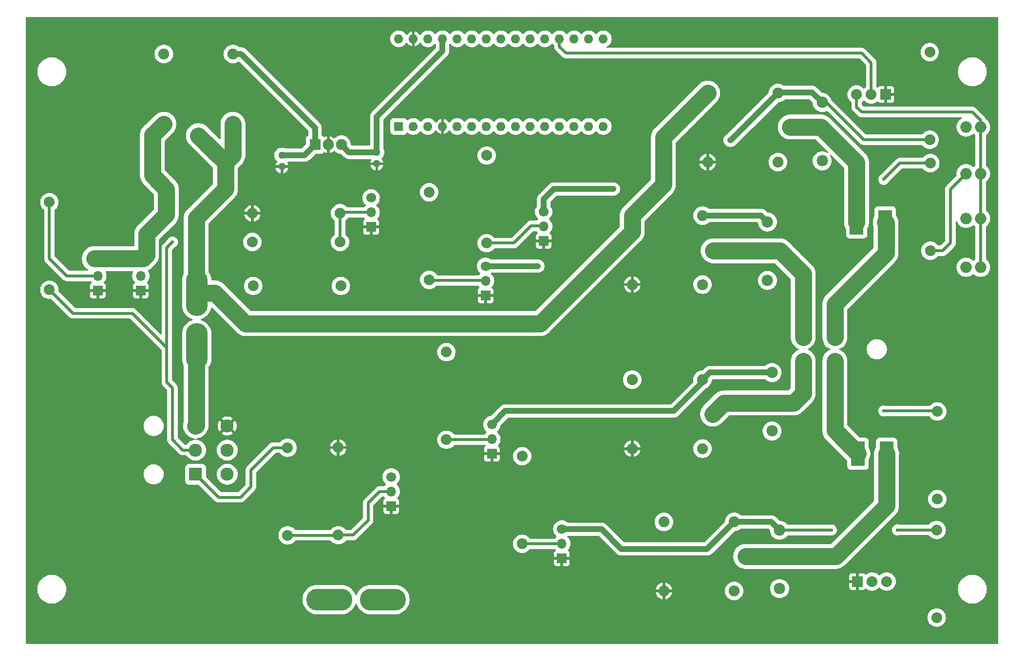
<source format=gbr>
%TF.GenerationSoftware,KiCad,Pcbnew,8.0.1*%
%TF.CreationDate,2024-04-13T23:58:44-04:00*%
%TF.ProjectId,Headlight Controller,48656164-6c69-4676-9874-20436f6e7472,2.2*%
%TF.SameCoordinates,Original*%
%TF.FileFunction,Copper,L1,Top*%
%TF.FilePolarity,Positive*%
%FSLAX46Y46*%
G04 Gerber Fmt 4.6, Leading zero omitted, Abs format (unit mm)*
G04 Created by KiCad (PCBNEW 8.0.1) date 2024-04-13 23:58:44*
%MOMM*%
%LPD*%
G01*
G04 APERTURE LIST*
%TA.AperFunction,ComponentPad*%
%ADD10O,8.000000X3.800000*%
%TD*%
%TA.AperFunction,ComponentPad*%
%ADD11O,3.800000X8.000000*%
%TD*%
%TA.AperFunction,ComponentPad*%
%ADD12O,1.981200X1.981200*%
%TD*%
%TA.AperFunction,ComponentPad*%
%ADD13R,2.300000X2.300000*%
%TD*%
%TA.AperFunction,ComponentPad*%
%ADD14C,2.300000*%
%TD*%
%TA.AperFunction,ComponentPad*%
%ADD15O,1.879600X1.879600*%
%TD*%
%TA.AperFunction,ComponentPad*%
%ADD16O,2.000000X2.000000*%
%TD*%
%TA.AperFunction,ComponentPad*%
%ADD17R,1.700000X1.700000*%
%TD*%
%TA.AperFunction,ComponentPad*%
%ADD18O,1.700000X1.700000*%
%TD*%
%TA.AperFunction,ComponentPad*%
%ADD19C,1.700000*%
%TD*%
%TA.AperFunction,ComponentPad*%
%ADD20C,1.905000*%
%TD*%
%TA.AperFunction,ComponentPad*%
%ADD21R,1.930400X1.930400*%
%TD*%
%TA.AperFunction,ComponentPad*%
%ADD22O,1.930400X1.930400*%
%TD*%
%TA.AperFunction,ComponentPad*%
%ADD23C,1.930400*%
%TD*%
%TA.AperFunction,ComponentPad*%
%ADD24R,2.380000X4.285000*%
%TD*%
%TA.AperFunction,ComponentPad*%
%ADD25R,1.879600X1.879600*%
%TD*%
%TA.AperFunction,ComponentPad*%
%ADD26R,1.600000X1.600000*%
%TD*%
%TA.AperFunction,ComponentPad*%
%ADD27O,1.600000X1.600000*%
%TD*%
%TA.AperFunction,ComponentPad*%
%ADD28O,1.300000X1.300000*%
%TD*%
%TA.AperFunction,ViaPad*%
%ADD29C,0.600000*%
%TD*%
%TA.AperFunction,Conductor*%
%ADD30C,3.000000*%
%TD*%
%TA.AperFunction,Conductor*%
%ADD31C,0.500000*%
%TD*%
%TA.AperFunction,Conductor*%
%ADD32C,0.200000*%
%TD*%
%TA.AperFunction,Conductor*%
%ADD33C,1.000000*%
%TD*%
G04 APERTURE END LIST*
D10*
%TO.P,F2,1*%
%TO.N,/12V-2*%
X78250000Y-151800000D03*
%TO.P,F2,2*%
%TO.N,/12V-2 Fused*%
X87550000Y-151800000D03*
%TD*%
D11*
%TO.P,F1,1*%
%TO.N,/12V-1*%
X55200000Y-107750000D03*
%TO.P,F1,2*%
%TO.N,/12V-1 Fused*%
X55200000Y-98450000D03*
%TD*%
D12*
%TO.P,CR1,A,A*%
%TO.N,Net-(Q3-C)*%
X154400000Y-86120000D03*
%TO.P,CR1,C,K*%
%TO.N,/+5V*%
X154400000Y-96280000D03*
%TD*%
D13*
%TO.P,J2,1,1*%
%TO.N,/C2-1*%
X166102501Y-106154002D03*
D14*
%TO.P,J2,2,2*%
%TO.N,/C2-3*%
X166102501Y-110354001D03*
%TO.P,J2,3,3*%
%TO.N,/C2-2*%
X160602502Y-106154002D03*
%TO.P,J2,4,4*%
%TO.N,/C2-4*%
X160602502Y-110354001D03*
%TD*%
D15*
%TO.P,R7,1*%
%TO.N,/DG5*%
X98600000Y-108760000D03*
%TO.P,R7,2*%
%TO.N,Net-(Q5-B)*%
X98600000Y-124000000D03*
%TD*%
D16*
%TO.P,D4,1,K*%
%TO.N,/+5V*%
X191445100Y-94000000D03*
%TO.P,D4,2,A*%
%TO.N,Net-(D4-A)*%
X188905100Y-94000000D03*
%TD*%
D12*
%TO.P,CR3,A,A*%
%TO.N,Net-(Q5-C)*%
X155200000Y-112320000D03*
%TO.P,CR3,C,K*%
%TO.N,/+5V*%
X155200000Y-122480000D03*
%TD*%
D17*
%TO.P,Q1,1,E*%
%TO.N,GND*%
X85500000Y-87000000D03*
D18*
%TO.P,Q1,2,B*%
%TO.N,Net-(Q1-B)*%
X85500000Y-84460000D03*
D19*
%TO.P,Q1,3,C*%
%TO.N,/DG8*%
X85500000Y-81920000D03*
%TD*%
D20*
%TO.P,K2,1,1*%
%TO.N,/U2 IN+*%
X158199900Y-69700000D03*
%TO.P,K2,2,2*%
%TO.N,/+5V*%
X156199900Y-75700000D03*
%TO.P,K2,3,3*%
%TO.N,GND*%
X144000000Y-75700000D03*
%TO.P,K2,4,4*%
%TO.N,/12V-1 Fused*%
X144000000Y-63700000D03*
%TO.P,K2,5,5*%
%TO.N,Net-(Q4-C)*%
X156199900Y-63700000D03*
%TD*%
D15*
%TO.P,R4,1*%
%TO.N,Net-(Q2-B)*%
X79800000Y-140600000D03*
%TO.P,R4,2*%
%TO.N,GND*%
X79800000Y-125360000D03*
%TD*%
%TO.P,R5,1*%
%TO.N,/DG3*%
X95609890Y-80940000D03*
%TO.P,R5,2*%
%TO.N,Net-(Q3-B)*%
X95609890Y-96180000D03*
%TD*%
D21*
%TO.P,U1,1,IN*%
%TO.N,/VI*%
X75777500Y-72674100D03*
D22*
%TO.P,U1,2,GND*%
%TO.N,GND*%
X78063500Y-72674100D03*
D23*
%TO.P,U1,3,OUT*%
%TO.N,/+5V*%
X80349500Y-72674100D03*
%TD*%
D24*
%TO.P,U3,1,IN+*%
%TO.N,/U3 IN+*%
X175113000Y-126432000D03*
%TO.P,U3,2,IN-*%
%TO.N,/C2-3*%
X170134600Y-126432000D03*
D15*
%TO.P,U3,3,VCC*%
%TO.N,/+5V*%
X175113000Y-148657000D03*
%TO.P,U3,4,OUT*%
%TO.N,/A1*%
X172573000Y-148657000D03*
D25*
%TO.P,U3,5,GND*%
%TO.N,GND*%
X170033000Y-148657000D03*
%TD*%
D15*
%TO.P,R3,1*%
%TO.N,/Close Lamps*%
X71000000Y-125380000D03*
%TO.P,R3,2*%
%TO.N,Net-(Q2-B)*%
X71000000Y-140620000D03*
%TD*%
%TO.P,R13,1*%
%TO.N,Net-(D3-A)*%
X183900000Y-134320000D03*
%TO.P,R13,2*%
%TO.N,Net-(Q5-C)*%
X183900000Y-119080000D03*
%TD*%
D16*
%TO.P,D3,1,K*%
%TO.N,/+5V*%
X191445100Y-85500000D03*
%TO.P,D3,2,A*%
%TO.N,Net-(D3-A)*%
X188905100Y-85500000D03*
%TD*%
D13*
%TO.P,J1,1,1*%
%TO.N,/Close Lamps*%
X55000000Y-130000000D03*
D14*
%TO.P,J1,2,2*%
%TO.N,/Open Lamps*%
X55000000Y-125800001D03*
%TO.P,J1,3,3*%
%TO.N,/12V-1*%
X55000000Y-121600002D03*
%TO.P,J1,4,4*%
%TO.N,/12V-2*%
X60499999Y-130000000D03*
%TO.P,J1,5,5*%
%TO.N,unconnected-(J1-Pad5)*%
X60499999Y-125800001D03*
%TO.P,J1,6,6*%
%TO.N,GND*%
X60499999Y-121600002D03*
%TD*%
D16*
%TO.P,D1,1,K*%
%TO.N,/+5V*%
X191445100Y-77700000D03*
%TO.P,D1,2,A*%
%TO.N,Net-(D1-A)*%
X188905100Y-77700000D03*
%TD*%
D15*
%TO.P,R9,1*%
%TO.N,Net-(Q7-B)*%
X65010000Y-97250000D03*
%TO.P,R9,2*%
%TO.N,/DG9*%
X80250000Y-97250000D03*
%TD*%
D26*
%TO.P,A1,1,D1/TX*%
%TO.N,unconnected-(A1-D1{slash}TX-Pad1)*%
X90310000Y-69500000D03*
D27*
%TO.P,A1,2,D0/RX*%
%TO.N,unconnected-(A1-D0{slash}RX-Pad2)*%
X92850000Y-69500000D03*
%TO.P,A1,3,~{RESET}*%
%TO.N,unconnected-(A1-~{RESET}-Pad3)*%
X95390000Y-69500000D03*
%TO.P,A1,4,GND*%
%TO.N,GND*%
X97930000Y-69500000D03*
%TO.P,A1,5,D2*%
%TO.N,unconnected-(A1-D2-Pad5)*%
X100470000Y-69500000D03*
%TO.P,A1,6,D3*%
%TO.N,/DG3*%
X103010000Y-69500000D03*
%TO.P,A1,7,D4*%
%TO.N,/DG4*%
X105550000Y-69500000D03*
%TO.P,A1,8,D5*%
%TO.N,/DG5*%
X108090000Y-69500000D03*
%TO.P,A1,9,D6*%
%TO.N,/DG6*%
X110630000Y-69500000D03*
%TO.P,A1,10,D7*%
%TO.N,/DG7*%
X113170000Y-69500000D03*
%TO.P,A1,11,D8*%
%TO.N,/DG8*%
X115710000Y-69500000D03*
%TO.P,A1,12,D9*%
%TO.N,/DG9*%
X118250000Y-69500000D03*
%TO.P,A1,13,D10*%
%TO.N,unconnected-(A1-D10-Pad13)*%
X120790000Y-69500000D03*
%TO.P,A1,14,D11*%
%TO.N,unconnected-(A1-D11-Pad14)*%
X123330000Y-69500000D03*
%TO.P,A1,15,D12*%
%TO.N,unconnected-(A1-D12-Pad15)*%
X125870000Y-69500000D03*
%TO.P,A1,16,D13*%
%TO.N,unconnected-(A1-D13-Pad16)*%
X125870000Y-54260000D03*
%TO.P,A1,17,3V3*%
%TO.N,unconnected-(A1-3V3-Pad17)*%
X123330000Y-54260000D03*
%TO.P,A1,18,AREF*%
%TO.N,unconnected-(A1-AREF-Pad18)*%
X120790000Y-54260000D03*
%TO.P,A1,19,A0*%
%TO.N,/A0*%
X118250000Y-54260000D03*
%TO.P,A1,20,A1*%
%TO.N,/A1*%
X115710000Y-54260000D03*
%TO.P,A1,21,A2*%
%TO.N,unconnected-(A1-A2-Pad21)*%
X113170000Y-54260000D03*
%TO.P,A1,22,A3*%
%TO.N,unconnected-(A1-A3-Pad22)*%
X110630000Y-54260000D03*
%TO.P,A1,23,A4*%
%TO.N,unconnected-(A1-A4-Pad23)*%
X108090000Y-54260000D03*
%TO.P,A1,24,A5*%
%TO.N,unconnected-(A1-A5-Pad24)*%
X105550000Y-54260000D03*
%TO.P,A1,25,A6*%
%TO.N,unconnected-(A1-A6-Pad25)*%
X103010000Y-54260000D03*
%TO.P,A1,26,A7*%
%TO.N,unconnected-(A1-A7-Pad26)*%
X100470000Y-54260000D03*
%TO.P,A1,27,+5V*%
%TO.N,/+5V*%
X97930000Y-54260000D03*
%TO.P,A1,28,~{RESET}*%
%TO.N,unconnected-(A1-~{RESET}-Pad28)*%
X95390000Y-54260000D03*
%TO.P,A1,29,GND*%
%TO.N,GND*%
X92850000Y-54260000D03*
%TO.P,A1,30,VIN*%
%TO.N,unconnected-(A1-VIN-Pad30)*%
X90310000Y-54260000D03*
%TD*%
D28*
%TO.P,C1,1*%
%TO.N,/VI*%
X70000000Y-74500000D03*
%TO.P,C1,2*%
%TO.N,GND*%
X70000000Y-76500000D03*
%TD*%
D17*
%TO.P,Q3,1,E*%
%TO.N,GND*%
X105400000Y-98900000D03*
D18*
%TO.P,Q3,2,B*%
%TO.N,Net-(Q3-B)*%
X105400000Y-96360000D03*
D19*
%TO.P,Q3,3,C*%
%TO.N,Net-(Q3-C)*%
X105400000Y-93820000D03*
%TD*%
D28*
%TO.P,C2,1*%
%TO.N,/+5V*%
X86500000Y-74000000D03*
%TO.P,C2,2*%
%TO.N,GND*%
X86500000Y-76000000D03*
%TD*%
D17*
%TO.P,Q4,1,E*%
%TO.N,GND*%
X115500000Y-89420000D03*
D18*
%TO.P,Q4,2,B*%
%TO.N,Net-(Q4-B)*%
X115500000Y-86880000D03*
D19*
%TO.P,Q4,3,C*%
%TO.N,Net-(Q4-C)*%
X115500000Y-84340000D03*
%TD*%
D15*
%TO.P,R11,1*%
%TO.N,Net-(D1-A)*%
X182700000Y-91120000D03*
%TO.P,R11,2*%
%TO.N,Net-(Q3-C)*%
X182700000Y-75880000D03*
%TD*%
%TO.P,R8,1*%
%TO.N,/DG6*%
X111764945Y-126860000D03*
%TO.P,R8,2*%
%TO.N,Net-(Q6-B)*%
X111764945Y-142100000D03*
%TD*%
D20*
%TO.P,K1,1,1*%
%TO.N,/C2-2*%
X145100100Y-91000000D03*
%TO.P,K1,2,2*%
%TO.N,/+5V*%
X143100100Y-97000000D03*
%TO.P,K1,3,3*%
%TO.N,GND*%
X130900200Y-97000000D03*
%TO.P,K1,4,4*%
%TO.N,/12V-1 Fused*%
X130900200Y-85000000D03*
%TO.P,K1,5,5*%
%TO.N,Net-(Q3-C)*%
X143100100Y-85000000D03*
%TD*%
D17*
%TO.P,Q7,1,E*%
%TO.N,GND*%
X45500000Y-98040000D03*
D18*
%TO.P,Q7,2,B*%
%TO.N,Net-(Q7-B)*%
X45500000Y-95500000D03*
D19*
%TO.P,Q7,3,C*%
%TO.N,Net-(Q7-C)*%
X45500000Y-92960000D03*
%TD*%
D20*
%TO.P,K3,1,1*%
%TO.N,/C2-4*%
X145100100Y-119535000D03*
%TO.P,K3,2,2*%
%TO.N,/+5V*%
X143100100Y-125535000D03*
%TO.P,K3,3,3*%
%TO.N,GND*%
X130900200Y-125535000D03*
%TO.P,K3,4,4*%
%TO.N,/12V-2 Fused*%
X130900200Y-113535000D03*
%TO.P,K3,5,5*%
%TO.N,Net-(Q5-C)*%
X143100100Y-113535000D03*
%TD*%
D17*
%TO.P,Q6,1,E*%
%TO.N,GND*%
X118655055Y-144620000D03*
D18*
%TO.P,Q6,2,B*%
%TO.N,Net-(Q6-B)*%
X118655055Y-142080000D03*
D19*
%TO.P,Q6,3,C*%
%TO.N,Net-(Q6-C)*%
X118655055Y-139540000D03*
%TD*%
D17*
%TO.P,Q2,1,E*%
%TO.N,GND*%
X89000000Y-135540000D03*
D18*
%TO.P,Q2,2,B*%
%TO.N,Net-(Q2-B)*%
X89000000Y-133000000D03*
D19*
%TO.P,Q2,3,C*%
%TO.N,/DG7*%
X89000000Y-130460000D03*
%TD*%
D24*
%TO.P,U2,1,IN+*%
%TO.N,/U2 IN+*%
X169887000Y-86168000D03*
%TO.P,U2,2,IN-*%
%TO.N,/C2-1*%
X174865400Y-86168000D03*
D15*
%TO.P,U2,3,VCC*%
%TO.N,/+5V*%
X169887000Y-63943000D03*
%TO.P,U2,4,OUT*%
%TO.N,/A0*%
X172427000Y-63943000D03*
D25*
%TO.P,U2,5,GND*%
%TO.N,GND*%
X174967000Y-63943000D03*
%TD*%
D15*
%TO.P,R6,1*%
%TO.N,/DG4*%
X105600000Y-74560000D03*
%TO.P,R6,2*%
%TO.N,Net-(Q4-B)*%
X105600000Y-89800000D03*
%TD*%
D12*
%TO.P,CR4,A,A*%
%TO.N,Net-(Q6-C)*%
X156500000Y-139720000D03*
%TO.P,CR4,C,K*%
%TO.N,/+5V*%
X156500000Y-149880000D03*
%TD*%
D17*
%TO.P,Q8,1,E*%
%TO.N,GND*%
X38000000Y-98040000D03*
D18*
%TO.P,Q8,2,B*%
%TO.N,Net-(Q8-B)*%
X38000000Y-95500000D03*
D19*
%TO.P,Q8,3,C*%
%TO.N,Net-(Q7-C)*%
X38000000Y-92960000D03*
%TD*%
D15*
%TO.P,R14,1*%
%TO.N,Net-(D4-A)*%
X183800000Y-154920000D03*
%TO.P,R14,2*%
%TO.N,Net-(Q6-C)*%
X183800000Y-139680000D03*
%TD*%
D20*
%TO.P,K5,1,1*%
%TO.N,/12V-1 Fused*%
X55500000Y-71100100D03*
%TO.P,K5,2,2*%
%TO.N,Net-(Q7-C)*%
X49500000Y-69100100D03*
%TO.P,K5,3,3*%
%TO.N,unconnected-(K5-Pad3)*%
X49500000Y-56900200D03*
%TO.P,K5,4,4*%
%TO.N,/VI*%
X61500000Y-56900200D03*
%TO.P,K5,5,5*%
%TO.N,/12V-1 Fused*%
X61500000Y-69100100D03*
%TD*%
D15*
%TO.P,R1,1*%
%TO.N,/Open Lamps*%
X64880000Y-89600000D03*
%TO.P,R1,2*%
%TO.N,Net-(Q1-B)*%
X80120000Y-89600000D03*
%TD*%
D17*
%TO.P,Q5,1,E*%
%TO.N,GND*%
X106490110Y-126440000D03*
D18*
%TO.P,Q5,2,B*%
%TO.N,Net-(Q5-B)*%
X106490110Y-123900000D03*
D19*
%TO.P,Q5,3,C*%
%TO.N,Net-(Q5-C)*%
X106490110Y-121360000D03*
%TD*%
D12*
%TO.P,CR5,A,A*%
%TO.N,Net-(Q7-C)*%
X49920000Y-80500000D03*
%TO.P,CR5,C,K*%
%TO.N,/12V-1 Fused*%
X60080000Y-80500000D03*
%TD*%
D15*
%TO.P,R2,1*%
%TO.N,Net-(Q1-B)*%
X80120000Y-84600000D03*
%TO.P,R2,2*%
%TO.N,GND*%
X64880000Y-84600000D03*
%TD*%
D20*
%TO.P,K4,1,1*%
%TO.N,/U3 IN+*%
X150600100Y-144300001D03*
%TO.P,K4,2,2*%
%TO.N,/+5V*%
X148600100Y-150300001D03*
%TO.P,K4,3,3*%
%TO.N,GND*%
X136400200Y-150300001D03*
%TO.P,K4,4,4*%
%TO.N,/12V-2 Fused*%
X136400200Y-138300001D03*
%TO.P,K4,5,5*%
%TO.N,Net-(Q6-C)*%
X148600100Y-138300001D03*
%TD*%
D15*
%TO.P,R12,1*%
%TO.N,Net-(D2-A)*%
X182600000Y-56580000D03*
%TO.P,R12,2*%
%TO.N,Net-(Q4-C)*%
X182600000Y-71820000D03*
%TD*%
%TO.P,R10,1*%
%TO.N,Net-(Q8-B)*%
X29600000Y-82680000D03*
%TO.P,R10,2*%
%TO.N,/Open Lamps*%
X29600000Y-97920000D03*
%TD*%
D16*
%TO.P,D2,1,K*%
%TO.N,/+5V*%
X191445100Y-69600000D03*
%TO.P,D2,2,A*%
%TO.N,Net-(D2-A)*%
X188905100Y-69600000D03*
%TD*%
D12*
%TO.P,CR2,A,A*%
%TO.N,Net-(Q4-C)*%
X163900000Y-65320000D03*
%TO.P,CR2,C,K*%
%TO.N,/+5V*%
X163900000Y-75480000D03*
%TD*%
D29*
%TO.N,GND*%
X104700000Y-66300000D03*
X94700000Y-66300000D03*
%TO.N,Net-(Q3-C)*%
X174600000Y-78700000D03*
X114500000Y-93800000D03*
%TO.N,Net-(Q4-C)*%
X127600000Y-80400000D03*
X147900000Y-71900000D03*
%TO.N,Net-(Q5-C)*%
X174600000Y-119000000D03*
%TO.N,Net-(Q6-C)*%
X177000000Y-139680000D03*
X165500000Y-139700000D03*
%TO.N,/Open Lamps*%
X51000000Y-89600000D03*
%TD*%
D30*
%TO.N,/12V-1 Fused*%
X55100000Y-85480000D02*
X60080000Y-80500000D01*
X58350000Y-98450000D02*
X55200000Y-98450000D01*
X55200000Y-98450000D02*
X55100000Y-98350000D01*
X55100000Y-98350000D02*
X55100000Y-85480000D01*
X130900200Y-87799800D02*
X114900000Y-103800000D01*
X63700000Y-103800000D02*
X58350000Y-98450000D01*
X130900200Y-85000000D02*
X130900200Y-87799800D01*
X114900000Y-103800000D02*
X63700000Y-103800000D01*
%TO.N,/12V-1*%
X55100000Y-121500002D02*
X55000000Y-121600002D01*
X55100000Y-110450000D02*
X55100000Y-121500002D01*
X55200000Y-110350000D02*
X55100000Y-110450000D01*
D31*
%TO.N,/A0*%
X118250000Y-55625000D02*
X118250000Y-54260000D01*
X172427000Y-58427000D02*
X170750000Y-56750000D01*
X170750000Y-56750000D02*
X119375000Y-56750000D01*
X119375000Y-56750000D02*
X118250000Y-55625000D01*
X172427000Y-63943000D02*
X172427000Y-58427000D01*
%TO.N,GND*%
X105285055Y-99600000D02*
X105305055Y-99620000D01*
D32*
X105305055Y-99620000D02*
X105485055Y-99800000D01*
D31*
%TO.N,/+5V*%
X191445100Y-85500000D02*
X191445100Y-94000000D01*
X191445100Y-93900000D02*
X191545100Y-94000000D01*
D33*
X86500000Y-74000000D02*
X86500000Y-67800000D01*
D31*
X191445100Y-68445100D02*
X191445100Y-69600000D01*
X191445100Y-69600000D02*
X191445100Y-77700000D01*
D33*
X86500000Y-67800000D02*
X97930000Y-56370000D01*
X86500000Y-74000000D02*
X81675400Y-74000000D01*
D31*
X191500000Y-85500000D02*
X191445100Y-85500000D01*
D33*
X81675400Y-74000000D02*
X80349500Y-72674100D01*
D31*
X170750000Y-67000000D02*
X190000000Y-67000000D01*
D33*
X97930000Y-56370000D02*
X97930000Y-54260000D01*
D31*
X169887000Y-63943000D02*
X169887000Y-66137000D01*
X169887000Y-66137000D02*
X170750000Y-67000000D01*
X191445100Y-77700000D02*
X191445100Y-85500000D01*
X190000000Y-67000000D02*
X191445100Y-68445100D01*
D33*
%TO.N,/VI*%
X75777500Y-69777500D02*
X75777500Y-72674100D01*
X70000000Y-74500000D02*
X73951600Y-74500000D01*
X61500000Y-56900200D02*
X62900200Y-56900200D01*
X62900200Y-56900200D02*
X75777500Y-69777500D01*
X73951600Y-74500000D02*
X75777500Y-72674100D01*
%TO.N,Net-(Q3-C)*%
X105420000Y-93800000D02*
X105400000Y-93820000D01*
X154400000Y-86120000D02*
X153280000Y-85000000D01*
X114500000Y-93800000D02*
X105420000Y-93800000D01*
X153280000Y-85000000D02*
X143100100Y-85000000D01*
D31*
X182700000Y-75880000D02*
X177420000Y-75880000D01*
X177420000Y-75880000D02*
X174600000Y-78700000D01*
D33*
%TO.N,Net-(Q4-C)*%
X148000002Y-71900000D02*
X147900000Y-71900000D01*
X117240000Y-80400000D02*
X115500000Y-82140000D01*
D31*
X171120000Y-71820000D02*
X182600000Y-71820000D01*
D33*
X115500000Y-82140000D02*
X115500000Y-84340000D01*
X163900000Y-65320000D02*
X162180002Y-63600002D01*
X127600000Y-80400000D02*
X117240000Y-80400000D01*
D31*
X164620000Y-65320000D02*
X171120000Y-71820000D01*
D33*
X162180002Y-63600002D02*
X156300000Y-63600002D01*
X156300000Y-63600002D02*
X148000002Y-71900000D01*
D31*
X163900000Y-65320000D02*
X164620000Y-65320000D01*
D33*
%TO.N,Net-(Q5-C)*%
X138100000Y-119000000D02*
X142858249Y-114241751D01*
D31*
X183900000Y-119080000D02*
X183820000Y-119000000D01*
D33*
X106490110Y-121360000D02*
X108850110Y-119000000D01*
X108850110Y-119000000D02*
X138100000Y-119000000D01*
X143164999Y-113535001D02*
X144380000Y-112320000D01*
D31*
X183820000Y-119000000D02*
X174600000Y-119000000D01*
D33*
X142858249Y-113535001D02*
X143164999Y-113535001D01*
X142858249Y-114241751D02*
X142858249Y-113535001D01*
X144380000Y-112320000D02*
X155200000Y-112320000D01*
D32*
%TO.N,Net-(Q6-C)*%
X165500000Y-139700000D02*
X165480000Y-139720000D01*
D33*
X155080002Y-138300002D02*
X156500000Y-139720000D01*
X143900000Y-143000000D02*
X148599998Y-138300002D01*
X129000000Y-143000000D02*
X143900000Y-143000000D01*
X125560000Y-139560000D02*
X129000000Y-143000000D01*
X118655055Y-139540000D02*
X118675055Y-139560000D01*
X118675055Y-139560000D02*
X125560000Y-139560000D01*
X148599998Y-138300002D02*
X155080002Y-138300002D01*
D31*
X183800000Y-139680000D02*
X177000000Y-139680000D01*
X165480000Y-139720000D02*
X156500000Y-139720000D01*
D30*
%TO.N,Net-(Q7-C)*%
X49920000Y-80500000D02*
X49920000Y-84830000D01*
X46500000Y-91900000D02*
X45900000Y-92500000D01*
X46500000Y-88250000D02*
X46500000Y-91900000D01*
X49920000Y-80500000D02*
X49920000Y-80420000D01*
X47600100Y-71000000D02*
X49500000Y-69100100D01*
X47500000Y-78000000D02*
X47500000Y-71000000D01*
X49920000Y-80420000D02*
X47500000Y-78000000D01*
X49920000Y-84830000D02*
X46500000Y-88250000D01*
X47500000Y-71000000D02*
X47600100Y-71000000D01*
X45900000Y-92500000D02*
X37400000Y-92500000D01*
D31*
%TO.N,Net-(D1-A)*%
X184880000Y-91120000D02*
X182700000Y-91120000D01*
X188905100Y-77700000D02*
X186200000Y-80405100D01*
X186200000Y-89800000D02*
X184880000Y-91120000D01*
X186200000Y-80405100D02*
X186200000Y-89800000D01*
%TO.N,/Close Lamps*%
X64600000Y-132200000D02*
X62800000Y-134000000D01*
X59000000Y-134000000D02*
X55000000Y-130000000D01*
X62800000Y-134000000D02*
X59000000Y-134000000D01*
X68520000Y-125380000D02*
X64600000Y-129300000D01*
X71000000Y-125380000D02*
X68520000Y-125380000D01*
X64600000Y-129300000D02*
X64600000Y-132200000D01*
%TO.N,/Open Lamps*%
X52800001Y-125800001D02*
X51000000Y-124000000D01*
X51000000Y-124000000D02*
X51000000Y-115000000D01*
X50000000Y-108600000D02*
X50000000Y-90600000D01*
X51000000Y-115000000D02*
X50000000Y-114000000D01*
X55000000Y-125800001D02*
X52800001Y-125800001D01*
X44000000Y-102000000D02*
X33680000Y-102000000D01*
X44000000Y-102000000D02*
X50000000Y-108000000D01*
X50000000Y-114000000D02*
X50000000Y-108600000D01*
X33680000Y-102000000D02*
X29600000Y-97920000D01*
X50000000Y-108000000D02*
X50000000Y-108600000D01*
X50000000Y-90600000D02*
X51000000Y-89600000D01*
D30*
%TO.N,/C2-2*%
X160602502Y-95202502D02*
X160602502Y-106154002D01*
X144958250Y-91135000D02*
X156535000Y-91135000D01*
X156535000Y-91135000D02*
X160602502Y-95202502D01*
%TO.N,/C2-3*%
X166100000Y-110356502D02*
X166102501Y-110354001D01*
X166100000Y-122397400D02*
X166100000Y-110356502D01*
X170134600Y-126432000D02*
X166100000Y-122397400D01*
%TO.N,/C2-4*%
X144858250Y-119535000D02*
X146793250Y-117600000D01*
X160602502Y-115897498D02*
X160602502Y-110354001D01*
X158900000Y-117600000D02*
X160602502Y-115897498D01*
X146793250Y-117600000D02*
X158900000Y-117600000D01*
%TO.N,/C2-1*%
X175000000Y-91500000D02*
X166102501Y-100397499D01*
X174865400Y-86168000D02*
X175000000Y-86302600D01*
X166102501Y-100397499D02*
X166102501Y-106154002D01*
X175000000Y-86302600D02*
X175000000Y-91500000D01*
%TO.N,/U2 IN+*%
X163700000Y-69600000D02*
X169887000Y-75787000D01*
X169887000Y-75787000D02*
X169887000Y-86168000D01*
X158350100Y-69600001D02*
X163700000Y-69600000D01*
%TO.N,/U3 IN+*%
X166299999Y-144300001D02*
X175100000Y-135500000D01*
X150600799Y-144300001D02*
X166299999Y-144300001D01*
X175100000Y-135500000D02*
X175100000Y-126445000D01*
X175100000Y-126445000D02*
X175113000Y-126432000D01*
D31*
%TO.N,Net-(Q1-B)*%
X80120000Y-84600000D02*
X80200000Y-84600000D01*
D32*
X85380000Y-84380000D02*
X85500000Y-84500000D01*
D31*
X80120000Y-89600000D02*
X80120000Y-84600000D01*
X80200000Y-84600000D02*
X80340000Y-84460000D01*
X80340000Y-84460000D02*
X85500000Y-84460000D01*
%TO.N,Net-(Q2-B)*%
X71000000Y-140620000D02*
X79780000Y-140620000D01*
X85000000Y-138000000D02*
X82400000Y-140600000D01*
X82400000Y-140600000D02*
X79800000Y-140600000D01*
X85000000Y-135000000D02*
X85000000Y-138000000D01*
X87000000Y-133000000D02*
X85000000Y-135000000D01*
X89000000Y-133000000D02*
X87000000Y-133000000D01*
D32*
X79780000Y-140620000D02*
X79800000Y-140600000D01*
D31*
%TO.N,Net-(Q3-B)*%
X95714945Y-96300000D02*
X105285055Y-96300000D01*
%TO.N,Net-(Q4-B)*%
X113320000Y-86780000D02*
X115400000Y-86780000D01*
X105600000Y-89800000D02*
X110300000Y-89800000D01*
X110300000Y-89800000D02*
X113320000Y-86780000D01*
%TO.N,Net-(Q5-B)*%
X98600000Y-124000000D02*
X106390110Y-124000000D01*
D32*
X106390110Y-124000000D02*
X106490110Y-123900000D01*
D31*
%TO.N,Net-(Q8-B)*%
X32600000Y-95500000D02*
X38000000Y-95500000D01*
X29600000Y-92500000D02*
X32600000Y-95500000D01*
X29600000Y-82680000D02*
X29600000Y-92500000D01*
D30*
%TO.N,/12V-1 Fused*%
X60199950Y-80380050D02*
X60080000Y-80500000D01*
X61500000Y-74500000D02*
X60199950Y-75800050D01*
X136300000Y-71400000D02*
X144000000Y-63700000D01*
X61500000Y-69100100D02*
X61500000Y-74500000D01*
X60199950Y-75800050D02*
X60199950Y-80380050D01*
X130900200Y-85000000D02*
X136300000Y-79600200D01*
X60199950Y-75800050D02*
X55500000Y-71100100D01*
X136300000Y-79600200D02*
X136300000Y-71400000D01*
D31*
%TO.N,Net-(Q6-B)*%
X111764945Y-142100000D02*
X118635055Y-142100000D01*
%TD*%
%TA.AperFunction,Conductor*%
%TO.N,GND*%
G36*
X194442539Y-50520185D02*
G01*
X194488294Y-50572989D01*
X194499500Y-50624500D01*
X194499500Y-159375500D01*
X194479815Y-159442539D01*
X194427011Y-159488294D01*
X194375500Y-159499500D01*
X25624500Y-159499500D01*
X25557461Y-159479815D01*
X25511706Y-159427011D01*
X25500500Y-159375500D01*
X25500500Y-154920000D01*
X182199466Y-154920000D01*
X182219170Y-155170374D01*
X182277803Y-155414596D01*
X182373911Y-155646623D01*
X182373913Y-155646626D01*
X182505137Y-155860765D01*
X182505138Y-155860767D01*
X182505141Y-155860770D01*
X182668252Y-156051748D01*
X182816088Y-156178012D01*
X182859232Y-156214861D01*
X182859234Y-156214862D01*
X183073373Y-156346086D01*
X183073376Y-156346088D01*
X183305403Y-156442196D01*
X183305408Y-156442198D01*
X183549621Y-156500829D01*
X183800000Y-156520534D01*
X184050379Y-156500829D01*
X184294592Y-156442198D01*
X184410609Y-156394142D01*
X184526623Y-156346088D01*
X184526624Y-156346087D01*
X184526627Y-156346086D01*
X184740770Y-156214859D01*
X184931748Y-156051748D01*
X185094859Y-155860770D01*
X185226086Y-155646627D01*
X185322198Y-155414592D01*
X185380829Y-155170379D01*
X185400534Y-154920000D01*
X185380829Y-154669621D01*
X185322198Y-154425408D01*
X185322196Y-154425403D01*
X185226088Y-154193376D01*
X185226086Y-154193373D01*
X185094862Y-153979234D01*
X185094861Y-153979232D01*
X185058012Y-153936088D01*
X184931748Y-153788252D01*
X184805482Y-153680410D01*
X184740767Y-153625138D01*
X184740765Y-153625137D01*
X184526626Y-153493913D01*
X184526623Y-153493911D01*
X184294596Y-153397803D01*
X184294592Y-153397802D01*
X184050379Y-153339171D01*
X184050377Y-153339170D01*
X184050374Y-153339170D01*
X183800000Y-153319466D01*
X183549625Y-153339170D01*
X183305403Y-153397803D01*
X183073376Y-153493911D01*
X183073373Y-153493913D01*
X182859234Y-153625137D01*
X182859232Y-153625138D01*
X182668252Y-153788252D01*
X182505138Y-153979232D01*
X182505137Y-153979234D01*
X182373913Y-154193373D01*
X182373911Y-154193376D01*
X182277803Y-154425403D01*
X182219170Y-154669625D01*
X182199466Y-154920000D01*
X25500500Y-154920000D01*
X25500500Y-150000005D01*
X27494556Y-150000005D01*
X27514310Y-150314004D01*
X27514311Y-150314011D01*
X27543790Y-150468547D01*
X27561572Y-150561763D01*
X27573270Y-150623083D01*
X27670497Y-150922316D01*
X27670499Y-150922321D01*
X27804461Y-151207003D01*
X27804464Y-151207009D01*
X27973051Y-151472661D01*
X27973054Y-151472665D01*
X28173606Y-151715090D01*
X28173608Y-151715092D01*
X28173610Y-151715094D01*
X28190407Y-151730867D01*
X28402968Y-151930476D01*
X28402978Y-151930484D01*
X28657504Y-152115408D01*
X28657509Y-152115410D01*
X28657516Y-152115416D01*
X28933234Y-152266994D01*
X28933239Y-152266996D01*
X28933241Y-152266997D01*
X28933242Y-152266998D01*
X29225771Y-152382818D01*
X29225774Y-152382819D01*
X29530523Y-152461065D01*
X29530527Y-152461066D01*
X29596010Y-152469338D01*
X29842670Y-152500499D01*
X29842679Y-152500499D01*
X29842682Y-152500500D01*
X29842684Y-152500500D01*
X30157316Y-152500500D01*
X30157318Y-152500500D01*
X30157321Y-152500499D01*
X30157329Y-152500499D01*
X30343593Y-152476968D01*
X30469473Y-152461066D01*
X30774225Y-152382819D01*
X30774228Y-152382818D01*
X31066757Y-152266998D01*
X31066758Y-152266997D01*
X31066756Y-152266997D01*
X31066766Y-152266994D01*
X31342484Y-152115416D01*
X31579059Y-151943535D01*
X73594200Y-151943535D01*
X73626339Y-152228774D01*
X73626341Y-152228790D01*
X73690217Y-152508650D01*
X73690221Y-152508662D01*
X73785029Y-152779606D01*
X73785032Y-152779614D01*
X73909575Y-153038231D01*
X73909579Y-153038237D01*
X74062305Y-153281298D01*
X74241285Y-153505732D01*
X74444268Y-153708715D01*
X74668702Y-153887695D01*
X74814382Y-153979232D01*
X74911768Y-154040424D01*
X75170385Y-154164967D01*
X75170392Y-154164969D01*
X75170397Y-154164972D01*
X75373891Y-154236177D01*
X75441337Y-154259778D01*
X75441349Y-154259782D01*
X75721213Y-154323659D01*
X76006465Y-154355799D01*
X76006466Y-154355800D01*
X76006469Y-154355800D01*
X80493534Y-154355800D01*
X80493534Y-154355799D01*
X80778787Y-154323659D01*
X81058651Y-154259782D01*
X81329603Y-154164972D01*
X81329611Y-154164968D01*
X81329614Y-154164967D01*
X81588231Y-154040424D01*
X81588231Y-154040423D01*
X81588237Y-154040421D01*
X81831298Y-153887695D01*
X82055732Y-153708715D01*
X82258715Y-153505732D01*
X82437695Y-153281298D01*
X82590421Y-153038237D01*
X82714972Y-152779603D01*
X82782959Y-152585308D01*
X82823680Y-152528532D01*
X82888633Y-152502785D01*
X82957195Y-152516241D01*
X83007597Y-152564629D01*
X83017041Y-152585308D01*
X83085029Y-152779606D01*
X83085032Y-152779614D01*
X83209575Y-153038231D01*
X83209579Y-153038237D01*
X83362305Y-153281298D01*
X83541285Y-153505732D01*
X83744268Y-153708715D01*
X83968702Y-153887695D01*
X84114382Y-153979232D01*
X84211768Y-154040424D01*
X84470385Y-154164967D01*
X84470392Y-154164969D01*
X84470397Y-154164972D01*
X84673891Y-154236177D01*
X84741337Y-154259778D01*
X84741349Y-154259782D01*
X85021213Y-154323659D01*
X85306465Y-154355799D01*
X85306466Y-154355800D01*
X85306469Y-154355800D01*
X89793534Y-154355800D01*
X89793534Y-154355799D01*
X90078787Y-154323659D01*
X90358651Y-154259782D01*
X90629603Y-154164972D01*
X90629611Y-154164968D01*
X90629614Y-154164967D01*
X90888231Y-154040424D01*
X90888231Y-154040423D01*
X90888237Y-154040421D01*
X91131298Y-153887695D01*
X91355732Y-153708715D01*
X91558715Y-153505732D01*
X91737695Y-153281298D01*
X91890421Y-153038237D01*
X92014972Y-152779603D01*
X92109782Y-152508651D01*
X92173659Y-152228787D01*
X92205800Y-151943531D01*
X92205800Y-151656469D01*
X92173659Y-151371213D01*
X92109782Y-151091349D01*
X92014972Y-150820397D01*
X92014969Y-150820392D01*
X92014967Y-150820385D01*
X91890424Y-150561768D01*
X91883030Y-150550001D01*
X134965159Y-150550001D01*
X135021691Y-150773241D01*
X135118386Y-150993685D01*
X135250043Y-151195200D01*
X135250051Y-151195211D01*
X135413073Y-151372298D01*
X135413083Y-151372307D01*
X135603031Y-151520150D01*
X135603040Y-151520156D01*
X135814731Y-151634716D01*
X135814745Y-151634722D01*
X136042407Y-151712880D01*
X136150200Y-151730867D01*
X136150200Y-150952498D01*
X136196455Y-150971658D01*
X136331404Y-150998501D01*
X136468996Y-150998501D01*
X136603945Y-150971658D01*
X136650200Y-150952498D01*
X136650200Y-151730866D01*
X136757992Y-151712880D01*
X136985654Y-151634722D01*
X136985668Y-151634716D01*
X137197359Y-151520156D01*
X137197368Y-151520150D01*
X137387316Y-151372307D01*
X137387326Y-151372298D01*
X137550348Y-151195211D01*
X137550356Y-151195200D01*
X137682013Y-150993685D01*
X137778708Y-150773241D01*
X137835241Y-150550001D01*
X137052698Y-150550001D01*
X137071857Y-150503746D01*
X137098700Y-150368797D01*
X137098700Y-150300001D01*
X146986827Y-150300001D01*
X147006688Y-150552369D01*
X147065786Y-150798532D01*
X147162662Y-151032412D01*
X147294931Y-151248253D01*
X147294932Y-151248256D01*
X147294935Y-151248259D01*
X147459344Y-151440757D01*
X147565579Y-151531490D01*
X147651844Y-151605168D01*
X147651847Y-151605169D01*
X147867688Y-151737438D01*
X148101568Y-151834314D01*
X148101569Y-151834314D01*
X148101571Y-151834315D01*
X148347729Y-151893412D01*
X148600100Y-151913274D01*
X148852471Y-151893412D01*
X149098629Y-151834315D01*
X149332511Y-151737438D01*
X149548358Y-151605166D01*
X149740856Y-151440757D01*
X149905265Y-151248259D01*
X150037537Y-151032412D01*
X150134414Y-150798530D01*
X150193511Y-150552372D01*
X150213373Y-150300001D01*
X150193511Y-150047630D01*
X150153267Y-149880000D01*
X154848509Y-149880000D01*
X154868842Y-150138353D01*
X154929337Y-150390334D01*
X155028510Y-150629761D01*
X155163912Y-150850717D01*
X155163913Y-150850718D01*
X155163914Y-150850720D01*
X155163916Y-150850722D01*
X155332220Y-151047780D01*
X155529278Y-151216084D01*
X155529280Y-151216085D01*
X155529281Y-151216086D01*
X155529282Y-151216087D01*
X155750238Y-151351489D01*
X155842831Y-151389842D01*
X155989661Y-151450661D01*
X155989664Y-151450661D01*
X155989665Y-151450662D01*
X156081298Y-151472661D01*
X156241650Y-151511158D01*
X156500000Y-151531491D01*
X156758350Y-151511158D01*
X157010339Y-151450661D01*
X157249761Y-151351489D01*
X157470722Y-151216084D01*
X157667780Y-151047780D01*
X157836084Y-150850722D01*
X157971489Y-150629761D01*
X158070661Y-150390339D01*
X158131158Y-150138350D01*
X158151491Y-149880000D01*
X158132968Y-149644644D01*
X168593200Y-149644644D01*
X168599601Y-149704172D01*
X168599603Y-149704179D01*
X168649845Y-149838886D01*
X168649849Y-149838893D01*
X168736009Y-149953987D01*
X168736012Y-149953990D01*
X168851106Y-150040150D01*
X168851113Y-150040154D01*
X168985820Y-150090396D01*
X168985827Y-150090398D01*
X169045355Y-150096799D01*
X169045372Y-150096800D01*
X169783000Y-150096800D01*
X169783000Y-149099251D01*
X169836919Y-149130381D01*
X169966120Y-149165000D01*
X170099880Y-149165000D01*
X170229081Y-149130381D01*
X170283000Y-149099251D01*
X170283000Y-150096800D01*
X171020628Y-150096800D01*
X171020644Y-150096799D01*
X171080172Y-150090398D01*
X171080179Y-150090396D01*
X171214886Y-150040154D01*
X171214893Y-150040150D01*
X171329986Y-149953991D01*
X171369591Y-149901086D01*
X171425525Y-149859215D01*
X171495216Y-149854231D01*
X171549389Y-149881106D01*
X171632230Y-149951859D01*
X171632232Y-149951860D01*
X171632233Y-149951861D01*
X171632234Y-149951862D01*
X171846373Y-150083086D01*
X171846376Y-150083088D01*
X171979799Y-150138353D01*
X172078408Y-150179198D01*
X172322621Y-150237829D01*
X172573000Y-150257534D01*
X172823379Y-150237829D01*
X173067592Y-150179198D01*
X173183609Y-150131142D01*
X173299623Y-150083088D01*
X173299624Y-150083087D01*
X173299627Y-150083086D01*
X173513770Y-149951859D01*
X173704748Y-149788748D01*
X173748711Y-149737273D01*
X173807216Y-149699082D01*
X173877084Y-149698582D01*
X173936130Y-149735936D01*
X173937212Y-149737184D01*
X173981251Y-149788747D01*
X173981252Y-149788748D01*
X174172232Y-149951861D01*
X174172234Y-149951862D01*
X174386373Y-150083086D01*
X174386376Y-150083088D01*
X174519799Y-150138353D01*
X174618408Y-150179198D01*
X174862621Y-150237829D01*
X175113000Y-150257534D01*
X175363379Y-150237829D01*
X175607592Y-150179198D01*
X175723609Y-150131142D01*
X175839623Y-150083088D01*
X175839624Y-150083087D01*
X175839627Y-150083086D01*
X175975203Y-150000005D01*
X187494556Y-150000005D01*
X187514310Y-150314004D01*
X187514311Y-150314011D01*
X187543790Y-150468547D01*
X187561572Y-150561763D01*
X187573270Y-150623083D01*
X187670497Y-150922316D01*
X187670499Y-150922321D01*
X187804461Y-151207003D01*
X187804464Y-151207009D01*
X187973051Y-151472661D01*
X187973054Y-151472665D01*
X188173606Y-151715090D01*
X188173608Y-151715092D01*
X188173610Y-151715094D01*
X188190407Y-151730867D01*
X188402968Y-151930476D01*
X188402978Y-151930484D01*
X188657504Y-152115408D01*
X188657509Y-152115410D01*
X188657516Y-152115416D01*
X188933234Y-152266994D01*
X188933239Y-152266996D01*
X188933241Y-152266997D01*
X188933242Y-152266998D01*
X189225771Y-152382818D01*
X189225774Y-152382819D01*
X189530523Y-152461065D01*
X189530527Y-152461066D01*
X189596010Y-152469338D01*
X189842670Y-152500499D01*
X189842679Y-152500499D01*
X189842682Y-152500500D01*
X189842684Y-152500500D01*
X190157316Y-152500500D01*
X190157318Y-152500500D01*
X190157321Y-152500499D01*
X190157329Y-152500499D01*
X190343593Y-152476968D01*
X190469473Y-152461066D01*
X190774225Y-152382819D01*
X190774228Y-152382818D01*
X191066757Y-152266998D01*
X191066758Y-152266997D01*
X191066756Y-152266997D01*
X191066766Y-152266994D01*
X191342484Y-152115416D01*
X191597030Y-151930478D01*
X191826390Y-151715094D01*
X192026947Y-151472663D01*
X192195537Y-151207007D01*
X192329503Y-150922315D01*
X192426731Y-150623079D01*
X192485688Y-150314015D01*
X192486570Y-150300001D01*
X192505444Y-150000005D01*
X192505444Y-149999994D01*
X192485689Y-149685995D01*
X192485688Y-149685988D01*
X192485688Y-149685985D01*
X192426731Y-149376921D01*
X192329503Y-149077685D01*
X192195537Y-148792993D01*
X192140704Y-148706590D01*
X192026948Y-148527338D01*
X192026945Y-148527334D01*
X191826393Y-148284909D01*
X191826391Y-148284907D01*
X191597031Y-148069523D01*
X191597021Y-148069515D01*
X191342495Y-147884591D01*
X191342488Y-147884586D01*
X191342484Y-147884584D01*
X191066766Y-147733006D01*
X191066763Y-147733004D01*
X191066758Y-147733002D01*
X191066757Y-147733001D01*
X190774228Y-147617181D01*
X190774225Y-147617180D01*
X190469476Y-147538934D01*
X190469463Y-147538932D01*
X190157329Y-147499500D01*
X190157318Y-147499500D01*
X189842682Y-147499500D01*
X189842670Y-147499500D01*
X189530536Y-147538932D01*
X189530523Y-147538934D01*
X189225774Y-147617180D01*
X189225771Y-147617181D01*
X188933242Y-147733001D01*
X188933241Y-147733002D01*
X188657516Y-147884584D01*
X188657504Y-147884591D01*
X188402978Y-148069515D01*
X188402968Y-148069523D01*
X188173608Y-148284907D01*
X188173606Y-148284909D01*
X187973054Y-148527334D01*
X187973051Y-148527338D01*
X187804464Y-148792990D01*
X187804461Y-148792996D01*
X187670499Y-149077678D01*
X187670497Y-149077683D01*
X187573270Y-149376916D01*
X187514311Y-149685988D01*
X187514310Y-149685995D01*
X187494556Y-149999994D01*
X187494556Y-150000005D01*
X175975203Y-150000005D01*
X176053770Y-149951859D01*
X176244748Y-149788748D01*
X176407859Y-149597770D01*
X176539086Y-149383627D01*
X176544870Y-149369665D01*
X176587142Y-149267609D01*
X176635198Y-149151592D01*
X176693829Y-148907379D01*
X176713534Y-148657000D01*
X176693829Y-148406621D01*
X176635198Y-148162408D01*
X176596724Y-148069523D01*
X176539088Y-147930376D01*
X176539086Y-147930373D01*
X176407862Y-147716234D01*
X176407861Y-147716232D01*
X176323262Y-147617180D01*
X176244748Y-147525252D01*
X176113216Y-147412913D01*
X176053767Y-147362138D01*
X176053765Y-147362137D01*
X175839626Y-147230913D01*
X175839623Y-147230911D01*
X175607596Y-147134803D01*
X175607592Y-147134802D01*
X175363379Y-147076171D01*
X175363377Y-147076170D01*
X175363374Y-147076170D01*
X175113000Y-147056466D01*
X174862625Y-147076170D01*
X174618403Y-147134803D01*
X174386376Y-147230911D01*
X174386373Y-147230913D01*
X174172234Y-147362137D01*
X174172232Y-147362138D01*
X173981251Y-147525252D01*
X173937289Y-147576725D01*
X173878782Y-147614917D01*
X173808914Y-147615415D01*
X173749868Y-147578061D01*
X173748711Y-147576725D01*
X173704748Y-147525252D01*
X173513767Y-147362138D01*
X173513765Y-147362137D01*
X173299626Y-147230913D01*
X173299623Y-147230911D01*
X173067596Y-147134803D01*
X173067592Y-147134802D01*
X172823379Y-147076171D01*
X172823377Y-147076170D01*
X172823374Y-147076170D01*
X172573000Y-147056466D01*
X172322625Y-147076170D01*
X172078403Y-147134803D01*
X171846376Y-147230911D01*
X171846373Y-147230913D01*
X171632234Y-147362137D01*
X171632233Y-147362138D01*
X171549389Y-147432893D01*
X171485627Y-147461463D01*
X171416541Y-147451025D01*
X171369592Y-147412913D01*
X171329990Y-147360012D01*
X171329987Y-147360009D01*
X171214893Y-147273849D01*
X171214886Y-147273845D01*
X171080179Y-147223603D01*
X171080172Y-147223601D01*
X171020644Y-147217200D01*
X170283000Y-147217200D01*
X170283000Y-148214748D01*
X170229081Y-148183619D01*
X170099880Y-148149000D01*
X169966120Y-148149000D01*
X169836919Y-148183619D01*
X169783000Y-148214748D01*
X169783000Y-147217200D01*
X169045355Y-147217200D01*
X168985827Y-147223601D01*
X168985820Y-147223603D01*
X168851113Y-147273845D01*
X168851106Y-147273849D01*
X168736012Y-147360009D01*
X168736009Y-147360012D01*
X168649849Y-147475106D01*
X168649845Y-147475113D01*
X168599603Y-147609820D01*
X168599601Y-147609827D01*
X168593200Y-147669355D01*
X168593200Y-148407000D01*
X169590749Y-148407000D01*
X169559619Y-148460919D01*
X169525000Y-148590120D01*
X169525000Y-148723880D01*
X169559619Y-148853081D01*
X169590749Y-148907000D01*
X168593200Y-148907000D01*
X168593200Y-149644644D01*
X158132968Y-149644644D01*
X158131158Y-149621650D01*
X158070661Y-149369661D01*
X157983504Y-149159245D01*
X157971489Y-149130238D01*
X157836087Y-148909282D01*
X157836086Y-148909281D01*
X157836085Y-148909280D01*
X157836084Y-148909278D01*
X157667780Y-148712220D01*
X157470722Y-148543916D01*
X157470720Y-148543914D01*
X157470718Y-148543913D01*
X157470717Y-148543912D01*
X157249761Y-148408510D01*
X157010334Y-148309337D01*
X156758353Y-148248842D01*
X156500000Y-148228509D01*
X156241646Y-148248842D01*
X155989665Y-148309337D01*
X155750238Y-148408510D01*
X155529282Y-148543912D01*
X155529281Y-148543913D01*
X155332220Y-148712220D01*
X155163913Y-148909281D01*
X155163912Y-148909282D01*
X155028510Y-149130238D01*
X154929337Y-149369665D01*
X154868842Y-149621646D01*
X154848509Y-149880000D01*
X150153267Y-149880000D01*
X150134414Y-149801472D01*
X150129143Y-149788747D01*
X150037537Y-149567589D01*
X149905268Y-149351748D01*
X149905267Y-149351745D01*
X149849386Y-149286317D01*
X149740856Y-149159245D01*
X149613586Y-149050546D01*
X149548355Y-148994833D01*
X149548352Y-148994832D01*
X149332511Y-148862563D01*
X149098631Y-148765687D01*
X148852467Y-148706589D01*
X148852468Y-148706589D01*
X148600100Y-148686728D01*
X148347731Y-148706589D01*
X148101568Y-148765687D01*
X147867688Y-148862563D01*
X147651847Y-148994832D01*
X147651844Y-148994833D01*
X147459344Y-149159245D01*
X147294932Y-149351745D01*
X147294931Y-149351748D01*
X147162662Y-149567589D01*
X147065786Y-149801469D01*
X147006688Y-150047632D01*
X146986827Y-150300001D01*
X137098700Y-150300001D01*
X137098700Y-150231205D01*
X137071857Y-150096256D01*
X137052698Y-150050001D01*
X137835241Y-150050001D01*
X137778708Y-149826760D01*
X137682013Y-149606316D01*
X137550356Y-149404801D01*
X137550348Y-149404790D01*
X137387326Y-149227703D01*
X137387316Y-149227694D01*
X137197368Y-149079851D01*
X137197359Y-149079845D01*
X136985668Y-148965285D01*
X136985654Y-148965279D01*
X136757991Y-148887120D01*
X136650200Y-148869134D01*
X136650200Y-149647503D01*
X136603945Y-149628344D01*
X136468996Y-149601501D01*
X136331404Y-149601501D01*
X136196455Y-149628344D01*
X136150200Y-149647503D01*
X136150200Y-148869134D01*
X136150199Y-148869134D01*
X136042408Y-148887120D01*
X135814745Y-148965279D01*
X135814731Y-148965285D01*
X135603040Y-149079845D01*
X135603031Y-149079851D01*
X135413083Y-149227694D01*
X135413073Y-149227703D01*
X135250051Y-149404790D01*
X135250043Y-149404801D01*
X135118386Y-149606316D01*
X135021691Y-149826760D01*
X134965159Y-150050001D01*
X135747702Y-150050001D01*
X135728543Y-150096256D01*
X135701700Y-150231205D01*
X135701700Y-150368797D01*
X135728543Y-150503746D01*
X135747702Y-150550001D01*
X134965159Y-150550001D01*
X91883030Y-150550001D01*
X91843373Y-150486887D01*
X91737695Y-150318702D01*
X91558715Y-150094268D01*
X91355732Y-149891285D01*
X91315517Y-149859215D01*
X91243106Y-149801469D01*
X91131298Y-149712305D01*
X90954955Y-149601501D01*
X90888231Y-149559575D01*
X90629614Y-149435032D01*
X90629606Y-149435029D01*
X90358662Y-149340221D01*
X90358650Y-149340217D01*
X90078790Y-149276341D01*
X90078774Y-149276339D01*
X89793535Y-149244200D01*
X89793531Y-149244200D01*
X85306469Y-149244200D01*
X85306464Y-149244200D01*
X85021225Y-149276339D01*
X85021209Y-149276341D01*
X84741349Y-149340217D01*
X84741337Y-149340221D01*
X84470393Y-149435029D01*
X84470385Y-149435032D01*
X84211768Y-149559575D01*
X83968703Y-149712304D01*
X83744268Y-149891284D01*
X83541284Y-150094268D01*
X83362304Y-150318703D01*
X83209575Y-150561768D01*
X83085032Y-150820385D01*
X83085029Y-150820393D01*
X83017041Y-151014691D01*
X82976320Y-151071467D01*
X82911367Y-151097214D01*
X82842805Y-151083758D01*
X82792402Y-151035370D01*
X82782959Y-151014691D01*
X82725583Y-150850722D01*
X82714972Y-150820397D01*
X82714969Y-150820392D01*
X82714967Y-150820385D01*
X82590424Y-150561768D01*
X82543373Y-150486887D01*
X82437695Y-150318702D01*
X82258715Y-150094268D01*
X82055732Y-149891285D01*
X82015517Y-149859215D01*
X81943106Y-149801469D01*
X81831298Y-149712305D01*
X81654955Y-149601501D01*
X81588231Y-149559575D01*
X81329614Y-149435032D01*
X81329606Y-149435029D01*
X81058662Y-149340221D01*
X81058650Y-149340217D01*
X80778790Y-149276341D01*
X80778774Y-149276339D01*
X80493535Y-149244200D01*
X80493531Y-149244200D01*
X76006469Y-149244200D01*
X76006464Y-149244200D01*
X75721225Y-149276339D01*
X75721209Y-149276341D01*
X75441349Y-149340217D01*
X75441337Y-149340221D01*
X75170393Y-149435029D01*
X75170385Y-149435032D01*
X74911768Y-149559575D01*
X74668703Y-149712304D01*
X74444268Y-149891284D01*
X74241284Y-150094268D01*
X74062304Y-150318703D01*
X73909575Y-150561768D01*
X73785032Y-150820385D01*
X73785029Y-150820393D01*
X73690221Y-151091337D01*
X73690217Y-151091349D01*
X73626341Y-151371209D01*
X73626339Y-151371225D01*
X73594200Y-151656464D01*
X73594200Y-151943535D01*
X31579059Y-151943535D01*
X31597030Y-151930478D01*
X31826390Y-151715094D01*
X32026947Y-151472663D01*
X32195537Y-151207007D01*
X32329503Y-150922315D01*
X32426731Y-150623079D01*
X32485688Y-150314015D01*
X32486570Y-150300001D01*
X32505444Y-150000005D01*
X32505444Y-149999994D01*
X32485689Y-149685995D01*
X32485688Y-149685988D01*
X32485688Y-149685985D01*
X32426731Y-149376921D01*
X32329503Y-149077685D01*
X32195537Y-148792993D01*
X32140704Y-148706590D01*
X32026948Y-148527338D01*
X32026945Y-148527334D01*
X31826393Y-148284909D01*
X31826391Y-148284907D01*
X31597031Y-148069523D01*
X31597021Y-148069515D01*
X31342495Y-147884591D01*
X31342488Y-147884586D01*
X31342484Y-147884584D01*
X31066766Y-147733006D01*
X31066763Y-147733004D01*
X31066758Y-147733002D01*
X31066757Y-147733001D01*
X30774228Y-147617181D01*
X30774225Y-147617180D01*
X30469476Y-147538934D01*
X30469463Y-147538932D01*
X30157329Y-147499500D01*
X30157318Y-147499500D01*
X29842682Y-147499500D01*
X29842670Y-147499500D01*
X29530536Y-147538932D01*
X29530523Y-147538934D01*
X29225774Y-147617180D01*
X29225771Y-147617181D01*
X28933242Y-147733001D01*
X28933241Y-147733002D01*
X28657516Y-147884584D01*
X28657504Y-147884591D01*
X28402978Y-148069515D01*
X28402968Y-148069523D01*
X28173608Y-148284907D01*
X28173606Y-148284909D01*
X27973054Y-148527334D01*
X27973051Y-148527338D01*
X27804464Y-148792990D01*
X27804461Y-148792996D01*
X27670499Y-149077678D01*
X27670497Y-149077683D01*
X27573270Y-149376916D01*
X27514311Y-149685988D01*
X27514310Y-149685995D01*
X27494556Y-149999994D01*
X27494556Y-150000005D01*
X25500500Y-150000005D01*
X25500500Y-140620000D01*
X69399466Y-140620000D01*
X69419170Y-140870374D01*
X69419170Y-140870377D01*
X69419171Y-140870379D01*
X69453159Y-141011946D01*
X69477803Y-141114596D01*
X69573911Y-141346623D01*
X69573913Y-141346626D01*
X69705137Y-141560765D01*
X69705138Y-141560767D01*
X69749957Y-141613243D01*
X69868252Y-141751748D01*
X69982851Y-141849625D01*
X70059232Y-141914861D01*
X70059234Y-141914862D01*
X70273373Y-142046086D01*
X70273376Y-142046088D01*
X70503402Y-142141367D01*
X70505408Y-142142198D01*
X70749621Y-142200829D01*
X71000000Y-142220534D01*
X71250379Y-142200829D01*
X71494592Y-142142198D01*
X71610609Y-142094142D01*
X71726623Y-142046088D01*
X71726624Y-142046087D01*
X71726627Y-142046086D01*
X71940770Y-141914859D01*
X72131748Y-141751748D01*
X72287601Y-141569267D01*
X72346108Y-141531075D01*
X72381891Y-141525800D01*
X78435191Y-141525800D01*
X78502230Y-141545485D01*
X78529479Y-141569266D01*
X78668252Y-141731748D01*
X78776868Y-141824515D01*
X78859232Y-141894861D01*
X78859234Y-141894862D01*
X79073373Y-142026086D01*
X79073376Y-142026088D01*
X79251817Y-142100000D01*
X79305408Y-142122198D01*
X79549621Y-142180829D01*
X79800000Y-142200534D01*
X80050379Y-142180829D01*
X80294592Y-142122198D01*
X80348183Y-142100000D01*
X110164411Y-142100000D01*
X110184115Y-142350374D01*
X110242748Y-142594596D01*
X110338856Y-142826623D01*
X110338858Y-142826626D01*
X110470082Y-143040765D01*
X110470083Y-143040767D01*
X110520445Y-143099733D01*
X110633197Y-143231748D01*
X110687719Y-143278314D01*
X110824177Y-143394861D01*
X110824179Y-143394862D01*
X111038318Y-143526086D01*
X111038321Y-143526088D01*
X111230161Y-143605550D01*
X111270353Y-143622198D01*
X111514566Y-143680829D01*
X111764945Y-143700534D01*
X112015324Y-143680829D01*
X112259537Y-143622198D01*
X112381064Y-143571860D01*
X112491568Y-143526088D01*
X112491569Y-143526087D01*
X112491572Y-143526086D01*
X112705715Y-143394859D01*
X112896693Y-143231748D01*
X113052546Y-143049267D01*
X113111053Y-143011075D01*
X113146836Y-143005800D01*
X117408341Y-143005800D01*
X117475380Y-143025485D01*
X117502627Y-143049265D01*
X117584791Y-143145466D01*
X117584792Y-143145467D01*
X117613362Y-143209228D01*
X117602924Y-143278314D01*
X117564812Y-143325264D01*
X117447867Y-143412809D01*
X117447864Y-143412812D01*
X117361704Y-143527906D01*
X117361700Y-143527913D01*
X117311458Y-143662620D01*
X117311456Y-143662627D01*
X117305055Y-143722155D01*
X117305055Y-144370000D01*
X118106573Y-144370000D01*
X118095944Y-144388409D01*
X118055055Y-144541009D01*
X118055055Y-144698991D01*
X118095944Y-144851591D01*
X118106573Y-144870000D01*
X117305055Y-144870000D01*
X117305055Y-145517844D01*
X117311456Y-145577372D01*
X117311458Y-145577379D01*
X117361700Y-145712086D01*
X117361704Y-145712093D01*
X117447864Y-145827187D01*
X117447867Y-145827190D01*
X117562961Y-145913350D01*
X117562968Y-145913354D01*
X117697675Y-145963596D01*
X117697682Y-145963598D01*
X117757210Y-145969999D01*
X117757227Y-145970000D01*
X118405055Y-145970000D01*
X118405055Y-145168482D01*
X118423464Y-145179111D01*
X118576064Y-145220000D01*
X118734046Y-145220000D01*
X118886646Y-145179111D01*
X118905055Y-145168482D01*
X118905055Y-145970000D01*
X119552883Y-145970000D01*
X119552899Y-145969999D01*
X119612427Y-145963598D01*
X119612434Y-145963596D01*
X119747141Y-145913354D01*
X119747148Y-145913350D01*
X119862242Y-145827190D01*
X119862245Y-145827187D01*
X119948405Y-145712093D01*
X119948409Y-145712086D01*
X119998651Y-145577379D01*
X119998653Y-145577372D01*
X120005054Y-145517844D01*
X120005055Y-145517827D01*
X120005055Y-144870000D01*
X119203537Y-144870000D01*
X119214166Y-144851591D01*
X119255055Y-144698991D01*
X119255055Y-144541009D01*
X119228336Y-144441293D01*
X148444999Y-144441293D01*
X148445000Y-144441310D01*
X148481884Y-144721475D01*
X148555028Y-144994451D01*
X148663169Y-145255526D01*
X148663173Y-145255536D01*
X148804469Y-145500268D01*
X148976503Y-145724467D01*
X148976509Y-145724474D01*
X149176325Y-145924290D01*
X149176332Y-145924296D01*
X149400531Y-146096330D01*
X149645263Y-146237626D01*
X149645264Y-146237626D01*
X149645267Y-146237628D01*
X149906353Y-146345773D01*
X150179321Y-146418915D01*
X150459500Y-146455801D01*
X150459507Y-146455801D01*
X166441291Y-146455801D01*
X166441297Y-146455801D01*
X166441298Y-146455801D01*
X166581387Y-146437358D01*
X166721478Y-146418915D01*
X166994445Y-146345773D01*
X167255531Y-146237628D01*
X167500267Y-146096330D01*
X167724467Y-145924295D01*
X167924293Y-145724469D01*
X167929657Y-145719105D01*
X167929672Y-145719087D01*
X173968759Y-139680000D01*
X176039575Y-139680000D01*
X176058029Y-139867372D01*
X176112683Y-140047540D01*
X176201432Y-140213578D01*
X176201436Y-140213585D01*
X176320876Y-140359123D01*
X176466414Y-140478563D01*
X176466421Y-140478567D01*
X176542384Y-140519170D01*
X176632461Y-140567317D01*
X176812630Y-140621971D01*
X177000000Y-140640425D01*
X177187370Y-140621971D01*
X177250791Y-140602732D01*
X177289010Y-140591139D01*
X177325005Y-140585800D01*
X182418109Y-140585800D01*
X182485148Y-140605485D01*
X182512398Y-140629267D01*
X182668252Y-140811748D01*
X182776605Y-140904290D01*
X182859232Y-140974861D01*
X182859234Y-140974862D01*
X183073373Y-141106086D01*
X183073376Y-141106088D01*
X183286099Y-141194200D01*
X183305408Y-141202198D01*
X183549621Y-141260829D01*
X183800000Y-141280534D01*
X184050379Y-141260829D01*
X184294592Y-141202198D01*
X184418842Y-141150732D01*
X184526623Y-141106088D01*
X184526624Y-141106087D01*
X184526627Y-141106086D01*
X184740770Y-140974859D01*
X184931748Y-140811748D01*
X185094859Y-140620770D01*
X185226086Y-140406627D01*
X185241415Y-140369621D01*
X185301015Y-140225733D01*
X185322198Y-140174592D01*
X185380829Y-139930379D01*
X185400534Y-139680000D01*
X185380829Y-139429621D01*
X185322198Y-139185408D01*
X185314331Y-139166416D01*
X185226088Y-138953376D01*
X185226086Y-138953373D01*
X185094862Y-138739234D01*
X185094861Y-138739232D01*
X185042907Y-138678402D01*
X184931748Y-138548252D01*
X184805482Y-138440410D01*
X184740767Y-138385138D01*
X184740765Y-138385137D01*
X184526626Y-138253913D01*
X184526623Y-138253911D01*
X184294596Y-138157803D01*
X184259333Y-138149337D01*
X184050379Y-138099171D01*
X184050377Y-138099170D01*
X184050374Y-138099170D01*
X183800000Y-138079466D01*
X183549625Y-138099170D01*
X183305403Y-138157803D01*
X183073376Y-138253911D01*
X183073373Y-138253913D01*
X182859234Y-138385137D01*
X182859232Y-138385138D01*
X182668252Y-138548252D01*
X182512399Y-138730732D01*
X182453892Y-138768925D01*
X182418109Y-138774200D01*
X177325005Y-138774200D01*
X177289010Y-138768861D01*
X177187368Y-138738028D01*
X177000000Y-138719575D01*
X176812627Y-138738029D01*
X176632459Y-138792683D01*
X176466421Y-138881432D01*
X176466414Y-138881436D01*
X176320876Y-139000876D01*
X176201436Y-139146414D01*
X176201432Y-139146421D01*
X176112683Y-139312459D01*
X176058029Y-139492627D01*
X176039575Y-139680000D01*
X173968759Y-139680000D01*
X176519086Y-137129673D01*
X176519104Y-137129658D01*
X176724289Y-136924473D01*
X176724294Y-136924468D01*
X176896329Y-136700268D01*
X177037627Y-136455532D01*
X177145773Y-136194446D01*
X177218914Y-135921479D01*
X177255800Y-135641298D01*
X177255800Y-135358702D01*
X177255800Y-134320000D01*
X182299466Y-134320000D01*
X182319170Y-134570374D01*
X182319170Y-134570377D01*
X182319171Y-134570379D01*
X182331736Y-134622716D01*
X182377803Y-134814596D01*
X182473911Y-135046623D01*
X182473913Y-135046626D01*
X182605137Y-135260765D01*
X182605138Y-135260767D01*
X182605141Y-135260770D01*
X182768252Y-135451748D01*
X182916088Y-135578012D01*
X182959232Y-135614861D01*
X182959234Y-135614862D01*
X183173373Y-135746086D01*
X183173376Y-135746088D01*
X183405403Y-135842196D01*
X183405408Y-135842198D01*
X183649621Y-135900829D01*
X183900000Y-135920534D01*
X184150379Y-135900829D01*
X184394592Y-135842198D01*
X184520609Y-135790000D01*
X184626623Y-135746088D01*
X184626624Y-135746087D01*
X184626627Y-135746086D01*
X184840770Y-135614859D01*
X185031748Y-135451748D01*
X185194859Y-135260770D01*
X185326086Y-135046627D01*
X185422198Y-134814592D01*
X185480829Y-134570379D01*
X185500534Y-134320000D01*
X185480829Y-134069621D01*
X185422198Y-133825408D01*
X185364340Y-133685726D01*
X185326088Y-133593376D01*
X185326086Y-133593373D01*
X185194862Y-133379234D01*
X185194861Y-133379232D01*
X185158012Y-133336088D01*
X185031748Y-133188252D01*
X184879104Y-133057881D01*
X184840767Y-133025138D01*
X184840765Y-133025137D01*
X184626626Y-132893913D01*
X184626623Y-132893911D01*
X184394596Y-132797803D01*
X184394592Y-132797802D01*
X184150379Y-132739171D01*
X184150377Y-132739170D01*
X184150374Y-132739170D01*
X183900000Y-132719466D01*
X183649625Y-132739170D01*
X183405403Y-132797803D01*
X183173376Y-132893911D01*
X183173373Y-132893913D01*
X182959234Y-133025137D01*
X182959232Y-133025138D01*
X182768252Y-133188252D01*
X182605138Y-133379232D01*
X182605137Y-133379234D01*
X182473913Y-133593373D01*
X182473911Y-133593376D01*
X182377803Y-133825403D01*
X182319170Y-134069625D01*
X182299466Y-134320000D01*
X177255800Y-134320000D01*
X177255800Y-126680169D01*
X177256861Y-126663984D01*
X177264018Y-126609625D01*
X177268800Y-126573298D01*
X177268800Y-126290702D01*
X177231914Y-126010521D01*
X177158773Y-125737554D01*
X177050627Y-125476468D01*
X177050621Y-125476457D01*
X176975413Y-125346191D01*
X176958800Y-125284192D01*
X176958800Y-124223281D01*
X176958799Y-124223266D01*
X176956990Y-124200284D01*
X176955874Y-124186095D01*
X176945536Y-124150512D01*
X176911843Y-124034539D01*
X176909647Y-124026980D01*
X176825302Y-123884361D01*
X176825300Y-123884359D01*
X176825297Y-123884355D01*
X176708144Y-123767202D01*
X176708135Y-123767195D01*
X176565518Y-123682852D01*
X176565515Y-123682851D01*
X176406409Y-123636626D01*
X176406403Y-123636625D01*
X176369233Y-123633700D01*
X176369226Y-123633700D01*
X173856774Y-123633700D01*
X173856766Y-123633700D01*
X173819596Y-123636625D01*
X173819590Y-123636626D01*
X173660484Y-123682851D01*
X173660481Y-123682852D01*
X173517864Y-123767195D01*
X173517855Y-123767202D01*
X173400702Y-123884355D01*
X173400695Y-123884364D01*
X173316352Y-124026981D01*
X173316351Y-124026984D01*
X173270126Y-124186090D01*
X173270125Y-124186096D01*
X173267200Y-124223266D01*
X173267200Y-125274675D01*
X173250587Y-125336674D01*
X173198966Y-125426088D01*
X173194448Y-125433913D01*
X173194447Y-125433914D01*
X173162374Y-125489464D01*
X173162370Y-125489474D01*
X173054229Y-125750549D01*
X172981086Y-126023521D01*
X172981085Y-126023527D01*
X172979197Y-126037869D01*
X172944200Y-126303700D01*
X172944200Y-134555677D01*
X172924515Y-134622716D01*
X172907881Y-134643358D01*
X165443357Y-142107882D01*
X165382034Y-142141367D01*
X165355676Y-142144201D01*
X150459500Y-142144201D01*
X150459494Y-142144201D01*
X150459489Y-142144202D01*
X150179324Y-142181086D01*
X149906348Y-142254230D01*
X149645273Y-142362371D01*
X149645263Y-142362375D01*
X149400531Y-142503671D01*
X149176332Y-142675705D01*
X149176325Y-142675711D01*
X148976509Y-142875527D01*
X148976503Y-142875534D01*
X148804469Y-143099733D01*
X148663173Y-143344465D01*
X148663169Y-143344475D01*
X148555028Y-143605550D01*
X148481884Y-143878526D01*
X148445000Y-144158691D01*
X148444999Y-144158708D01*
X148444999Y-144441293D01*
X119228336Y-144441293D01*
X119214166Y-144388409D01*
X119203537Y-144370000D01*
X120005055Y-144370000D01*
X120005055Y-143722172D01*
X120005054Y-143722155D01*
X119998653Y-143662627D01*
X119998651Y-143662620D01*
X119948409Y-143527913D01*
X119948405Y-143527906D01*
X119862245Y-143412813D01*
X119745297Y-143325265D01*
X119703426Y-143269331D01*
X119698442Y-143199639D01*
X119725316Y-143145469D01*
X119877040Y-142967824D01*
X120000881Y-142765733D01*
X120091584Y-142546757D01*
X120146915Y-142316287D01*
X120165511Y-142080000D01*
X120146915Y-141843713D01*
X120120034Y-141731747D01*
X120091585Y-141613245D01*
X120000884Y-141394273D01*
X120000882Y-141394270D01*
X120000881Y-141394267D01*
X119877040Y-141192176D01*
X119723109Y-141011946D01*
X119631950Y-140934089D01*
X119593758Y-140875583D01*
X119593260Y-140805715D01*
X119630613Y-140746669D01*
X119693960Y-140717191D01*
X119712483Y-140715800D01*
X125029890Y-140715800D01*
X125096929Y-140735485D01*
X125117571Y-140752119D01*
X128118405Y-143752953D01*
X128247047Y-143881595D01*
X128394229Y-143988529D01*
X128470813Y-144027550D01*
X128556322Y-144071120D01*
X128556324Y-144071120D01*
X128556327Y-144071122D01*
X128729349Y-144127341D01*
X128829175Y-144143151D01*
X128909033Y-144155800D01*
X128909037Y-144155800D01*
X143990963Y-144155800D01*
X143990964Y-144155800D01*
X144170651Y-144127340D01*
X144170654Y-144127339D01*
X144170655Y-144127339D01*
X144343670Y-144071123D01*
X144343670Y-144071122D01*
X144343673Y-144071122D01*
X144505771Y-143988529D01*
X144652953Y-143881595D01*
X144781595Y-143752953D01*
X148590736Y-139943810D01*
X148652057Y-139910327D01*
X148668674Y-139907876D01*
X148852471Y-139893412D01*
X149098629Y-139834315D01*
X149332511Y-139737438D01*
X149548358Y-139605166D01*
X149688456Y-139485511D01*
X149752216Y-139456941D01*
X149768986Y-139455802D01*
X154549892Y-139455802D01*
X154616931Y-139475487D01*
X154637573Y-139492121D01*
X154814714Y-139669262D01*
X154848199Y-139730585D01*
X154850651Y-139747214D01*
X154868842Y-139978353D01*
X154929337Y-140230334D01*
X155028510Y-140469761D01*
X155163912Y-140690717D01*
X155163913Y-140690718D01*
X155163914Y-140690720D01*
X155163916Y-140690722D01*
X155332220Y-140887780D01*
X155529278Y-141056084D01*
X155529280Y-141056085D01*
X155529281Y-141056086D01*
X155529282Y-141056087D01*
X155750238Y-141191489D01*
X155842831Y-141229842D01*
X155989661Y-141290661D01*
X156241650Y-141351158D01*
X156500000Y-141371491D01*
X156758350Y-141351158D01*
X157010339Y-141290661D01*
X157249761Y-141191489D01*
X157470722Y-141056084D01*
X157667780Y-140887780D01*
X157836084Y-140690722D01*
X157839585Y-140685009D01*
X157891397Y-140638134D01*
X157945312Y-140625800D01*
X165240929Y-140625800D01*
X165276924Y-140631139D01*
X165290194Y-140635165D01*
X165312629Y-140641971D01*
X165329428Y-140643625D01*
X165500000Y-140660425D01*
X165687370Y-140641971D01*
X165867539Y-140587317D01*
X166033584Y-140498564D01*
X166179123Y-140379123D01*
X166298564Y-140233584D01*
X166387317Y-140067539D01*
X166441971Y-139887370D01*
X166460425Y-139700000D01*
X166441971Y-139512630D01*
X166387317Y-139332461D01*
X166342310Y-139248259D01*
X166298567Y-139166421D01*
X166298563Y-139166414D01*
X166179123Y-139020876D01*
X166033585Y-138901436D01*
X166033578Y-138901432D01*
X165867540Y-138812683D01*
X165687372Y-138758029D01*
X165500000Y-138739575D01*
X165312627Y-138758029D01*
X165145063Y-138808860D01*
X165109067Y-138814200D01*
X157945312Y-138814200D01*
X157878273Y-138794515D01*
X157839585Y-138754991D01*
X157839130Y-138754250D01*
X157836084Y-138749278D01*
X157667780Y-138552220D01*
X157470722Y-138383916D01*
X157470720Y-138383914D01*
X157470718Y-138383913D01*
X157470717Y-138383912D01*
X157249761Y-138248510D01*
X157010334Y-138149337D01*
X156758353Y-138088842D01*
X156623350Y-138078217D01*
X156527213Y-138070650D01*
X156461925Y-138045767D01*
X156449262Y-138034714D01*
X155832961Y-137418412D01*
X155832957Y-137418409D01*
X155832955Y-137418407D01*
X155832029Y-137417734D01*
X155685773Y-137311473D01*
X155523672Y-137228878D01*
X155350656Y-137172662D01*
X155215887Y-137151317D01*
X155170966Y-137144202D01*
X155170965Y-137144202D01*
X149768989Y-137144202D01*
X149701950Y-137124517D01*
X149688458Y-137114492D01*
X149548361Y-136994838D01*
X149548352Y-136994832D01*
X149332511Y-136862563D01*
X149098631Y-136765687D01*
X148852467Y-136706589D01*
X148852468Y-136706589D01*
X148600100Y-136686728D01*
X148347731Y-136706589D01*
X148101568Y-136765687D01*
X147867688Y-136862563D01*
X147651847Y-136994832D01*
X147651844Y-136994833D01*
X147459344Y-137159245D01*
X147294932Y-137351745D01*
X147294931Y-137351748D01*
X147162662Y-137567589D01*
X147065786Y-137801469D01*
X147039542Y-137910787D01*
X147006689Y-138047630D01*
X146998018Y-138157802D01*
X146992242Y-138231194D01*
X146967358Y-138296482D01*
X146956305Y-138309145D01*
X143457571Y-141807881D01*
X143396248Y-141841366D01*
X143369890Y-141844200D01*
X129530110Y-141844200D01*
X129463071Y-141824515D01*
X129442429Y-141807881D01*
X126312951Y-138678403D01*
X126312949Y-138678402D01*
X126302436Y-138670764D01*
X126271803Y-138648508D01*
X126271802Y-138648506D01*
X126165774Y-138571473D01*
X126165773Y-138571472D01*
X126165771Y-138571471D01*
X126113839Y-138545010D01*
X126003673Y-138488877D01*
X126003667Y-138488875D01*
X125933090Y-138465944D01*
X125933089Y-138465944D01*
X125907966Y-138457781D01*
X125830651Y-138432659D01*
X125675531Y-138408091D01*
X125650964Y-138404200D01*
X125650963Y-138404200D01*
X119689535Y-138404200D01*
X119622496Y-138384515D01*
X119609003Y-138374490D01*
X119542883Y-138318018D01*
X119542881Y-138318016D01*
X119542879Y-138318015D01*
X119513483Y-138300001D01*
X134786927Y-138300001D01*
X134806788Y-138552369D01*
X134865886Y-138798532D01*
X134962762Y-139032412D01*
X135095031Y-139248253D01*
X135095032Y-139248256D01*
X135095035Y-139248259D01*
X135259444Y-139440757D01*
X135408456Y-139568025D01*
X135451944Y-139605168D01*
X135451947Y-139605169D01*
X135667788Y-139737438D01*
X135901668Y-139834314D01*
X135901669Y-139834314D01*
X135901671Y-139834315D01*
X136147829Y-139893412D01*
X136400200Y-139913274D01*
X136652571Y-139893412D01*
X136898729Y-139834315D01*
X137132611Y-139737438D01*
X137348458Y-139605166D01*
X137540956Y-139440757D01*
X137705365Y-139248259D01*
X137837637Y-139032412D01*
X137934514Y-138798530D01*
X137993611Y-138552372D01*
X138013473Y-138300001D01*
X137993611Y-138047630D01*
X137934514Y-137801472D01*
X137867830Y-137640482D01*
X137837637Y-137567589D01*
X137705368Y-137351748D01*
X137705367Y-137351745D01*
X137668224Y-137308257D01*
X137540956Y-137159245D01*
X137413686Y-137050546D01*
X137348455Y-136994833D01*
X137348452Y-136994832D01*
X137132611Y-136862563D01*
X136898731Y-136765687D01*
X136652567Y-136706589D01*
X136652568Y-136706589D01*
X136400200Y-136686728D01*
X136147831Y-136706589D01*
X135901668Y-136765687D01*
X135667788Y-136862563D01*
X135451947Y-136994832D01*
X135451944Y-136994833D01*
X135259444Y-137159245D01*
X135095032Y-137351745D01*
X135095031Y-137351748D01*
X134962762Y-137567589D01*
X134865886Y-137801469D01*
X134806788Y-138047632D01*
X134786927Y-138300001D01*
X119513483Y-138300001D01*
X119340788Y-138194174D01*
X119340786Y-138194173D01*
X119340781Y-138194170D01*
X119121809Y-138103469D01*
X118891338Y-138048139D01*
X118891339Y-138048139D01*
X118655055Y-138029544D01*
X118418770Y-138048139D01*
X118188300Y-138103469D01*
X117969328Y-138194170D01*
X117767230Y-138318015D01*
X117587001Y-138471946D01*
X117433070Y-138652175D01*
X117309225Y-138854273D01*
X117218524Y-139073245D01*
X117163194Y-139303715D01*
X117144599Y-139540000D01*
X117163194Y-139776284D01*
X117218524Y-140006754D01*
X117309225Y-140225726D01*
X117309228Y-140225731D01*
X117309229Y-140225733D01*
X117433070Y-140427824D01*
X117587001Y-140608054D01*
X117683793Y-140690722D01*
X117713050Y-140715710D01*
X117751243Y-140774217D01*
X117751741Y-140844085D01*
X117714388Y-140903131D01*
X117713050Y-140904290D01*
X117587001Y-141011946D01*
X117468467Y-141150732D01*
X117409960Y-141188925D01*
X117374177Y-141194200D01*
X113146836Y-141194200D01*
X113079797Y-141174515D01*
X113052546Y-141150732D01*
X113014416Y-141106088D01*
X112896693Y-140968252D01*
X112767622Y-140858015D01*
X112705712Y-140805138D01*
X112705710Y-140805137D01*
X112491571Y-140673913D01*
X112491568Y-140673911D01*
X112259541Y-140577803D01*
X112215860Y-140567316D01*
X112015324Y-140519171D01*
X112015322Y-140519170D01*
X112015319Y-140519170D01*
X111764945Y-140499466D01*
X111514570Y-140519170D01*
X111270348Y-140577803D01*
X111038321Y-140673911D01*
X111038318Y-140673913D01*
X110824179Y-140805137D01*
X110824177Y-140805138D01*
X110633197Y-140968252D01*
X110470083Y-141159232D01*
X110470082Y-141159234D01*
X110338858Y-141373373D01*
X110338856Y-141373376D01*
X110242748Y-141605403D01*
X110184115Y-141849625D01*
X110164411Y-142100000D01*
X80348183Y-142100000D01*
X80478343Y-142046086D01*
X80526623Y-142026088D01*
X80526624Y-142026087D01*
X80526627Y-142026086D01*
X80740770Y-141894859D01*
X80931748Y-141731748D01*
X81087601Y-141549267D01*
X81146108Y-141511075D01*
X81181891Y-141505800D01*
X82489215Y-141505800D01*
X82489216Y-141505799D01*
X82664213Y-141470991D01*
X82829058Y-141402710D01*
X82906210Y-141351158D01*
X82906211Y-141351158D01*
X82953356Y-141319655D01*
X82977414Y-141303581D01*
X83103581Y-141177414D01*
X83103581Y-141177412D01*
X83113789Y-141167205D01*
X83113790Y-141167202D01*
X85703581Y-138577414D01*
X85802710Y-138429058D01*
X85870991Y-138264213D01*
X85905800Y-138089214D01*
X85905800Y-137910787D01*
X85905800Y-135426556D01*
X85925485Y-135359517D01*
X85942119Y-135338875D01*
X87338876Y-133942119D01*
X87400199Y-133908634D01*
X87426557Y-133905800D01*
X87736203Y-133905800D01*
X87803242Y-133925485D01*
X87830493Y-133949268D01*
X87929736Y-134065466D01*
X87958307Y-134129227D01*
X87947870Y-134198313D01*
X87909757Y-134245264D01*
X87792812Y-134332809D01*
X87792809Y-134332812D01*
X87706649Y-134447906D01*
X87706645Y-134447913D01*
X87656403Y-134582620D01*
X87656401Y-134582627D01*
X87650000Y-134642155D01*
X87650000Y-135290000D01*
X88451518Y-135290000D01*
X88440889Y-135308409D01*
X88400000Y-135461009D01*
X88400000Y-135618991D01*
X88440889Y-135771591D01*
X88451518Y-135790000D01*
X87650000Y-135790000D01*
X87650000Y-136437844D01*
X87656401Y-136497372D01*
X87656403Y-136497379D01*
X87706645Y-136632086D01*
X87706649Y-136632093D01*
X87792809Y-136747187D01*
X87792812Y-136747190D01*
X87907906Y-136833350D01*
X87907913Y-136833354D01*
X88042620Y-136883596D01*
X88042627Y-136883598D01*
X88102155Y-136889999D01*
X88102172Y-136890000D01*
X88750000Y-136890000D01*
X88750000Y-136088482D01*
X88768409Y-136099111D01*
X88921009Y-136140000D01*
X89078991Y-136140000D01*
X89231591Y-136099111D01*
X89250000Y-136088482D01*
X89250000Y-136890000D01*
X89897828Y-136890000D01*
X89897844Y-136889999D01*
X89957372Y-136883598D01*
X89957379Y-136883596D01*
X90092086Y-136833354D01*
X90092093Y-136833350D01*
X90207187Y-136747190D01*
X90207190Y-136747187D01*
X90293350Y-136632093D01*
X90293354Y-136632086D01*
X90343596Y-136497379D01*
X90343598Y-136497372D01*
X90349999Y-136437844D01*
X90350000Y-136437827D01*
X90350000Y-135790000D01*
X89548482Y-135790000D01*
X89559111Y-135771591D01*
X89600000Y-135618991D01*
X89600000Y-135461009D01*
X89559111Y-135308409D01*
X89548482Y-135290000D01*
X90350000Y-135290000D01*
X90350000Y-134642172D01*
X90349999Y-134642155D01*
X90343598Y-134582627D01*
X90343596Y-134582620D01*
X90293354Y-134447913D01*
X90293350Y-134447906D01*
X90207190Y-134332813D01*
X90090242Y-134245265D01*
X90048371Y-134189331D01*
X90043387Y-134119639D01*
X90070261Y-134065469D01*
X90221985Y-133887824D01*
X90345826Y-133685733D01*
X90436529Y-133466757D01*
X90491860Y-133236287D01*
X90510456Y-133000000D01*
X90491860Y-132763713D01*
X90465292Y-132653053D01*
X90436530Y-132533245D01*
X90345829Y-132314273D01*
X90345827Y-132314270D01*
X90345826Y-132314267D01*
X90221985Y-132112176D01*
X90068054Y-131931946D01*
X90068052Y-131931944D01*
X90068051Y-131931943D01*
X89942005Y-131824290D01*
X89903811Y-131765784D01*
X89903312Y-131695916D01*
X89940666Y-131636869D01*
X89942005Y-131635710D01*
X90015026Y-131573344D01*
X90068054Y-131528054D01*
X90221985Y-131347824D01*
X90345826Y-131145733D01*
X90436529Y-130926757D01*
X90491860Y-130696287D01*
X90510456Y-130460000D01*
X90491860Y-130223713D01*
X90465292Y-130113053D01*
X90436530Y-129993245D01*
X90345829Y-129774273D01*
X90345827Y-129774270D01*
X90345826Y-129774267D01*
X90221985Y-129572176D01*
X90068054Y-129391946D01*
X89887824Y-129238015D01*
X89685733Y-129114174D01*
X89685731Y-129114173D01*
X89685726Y-129114170D01*
X89466754Y-129023469D01*
X89236283Y-128968139D01*
X89236284Y-128968139D01*
X89000000Y-128949544D01*
X88763715Y-128968139D01*
X88533245Y-129023469D01*
X88314273Y-129114170D01*
X88112175Y-129238015D01*
X87931946Y-129391946D01*
X87778015Y-129572175D01*
X87654170Y-129774273D01*
X87563469Y-129993245D01*
X87508139Y-130223715D01*
X87489544Y-130460000D01*
X87508139Y-130696284D01*
X87563469Y-130926754D01*
X87654170Y-131145726D01*
X87654173Y-131145731D01*
X87654174Y-131145733D01*
X87778015Y-131347824D01*
X87931946Y-131528054D01*
X87984974Y-131573344D01*
X88057995Y-131635710D01*
X88096188Y-131694217D01*
X88096686Y-131764085D01*
X88059333Y-131823131D01*
X88057995Y-131824290D01*
X87931946Y-131931946D01*
X87830493Y-132050732D01*
X87771986Y-132088925D01*
X87736203Y-132094200D01*
X86910781Y-132094200D01*
X86735794Y-132129007D01*
X86735786Y-132129009D01*
X86570943Y-132197288D01*
X86422586Y-132296418D01*
X86422582Y-132296421D01*
X84893602Y-133825403D01*
X84422588Y-134296417D01*
X84422586Y-134296419D01*
X84386196Y-134332809D01*
X84296417Y-134422587D01*
X84292093Y-134429060D01*
X84292091Y-134429063D01*
X84197291Y-134570940D01*
X84197289Y-134570944D01*
X84142350Y-134703580D01*
X84129010Y-134735784D01*
X84129007Y-134735794D01*
X84094200Y-134910781D01*
X84094200Y-137573443D01*
X84074515Y-137640482D01*
X84057881Y-137661124D01*
X82061125Y-139657881D01*
X81999802Y-139691366D01*
X81973444Y-139694200D01*
X81181891Y-139694200D01*
X81114852Y-139674515D01*
X81087601Y-139650732D01*
X81048686Y-139605169D01*
X80931748Y-139468252D01*
X80764187Y-139325141D01*
X80740767Y-139305138D01*
X80740765Y-139305137D01*
X80526626Y-139173913D01*
X80526623Y-139173911D01*
X80294596Y-139077803D01*
X80275611Y-139073245D01*
X80050379Y-139019171D01*
X80050377Y-139019170D01*
X80050374Y-139019170D01*
X79800000Y-138999466D01*
X79549625Y-139019170D01*
X79305403Y-139077803D01*
X79073376Y-139173911D01*
X79073373Y-139173913D01*
X78859234Y-139305137D01*
X78859232Y-139305138D01*
X78668252Y-139468252D01*
X78505136Y-139659235D01*
X78502332Y-139663095D01*
X78446998Y-139705755D01*
X78402021Y-139714200D01*
X72381891Y-139714200D01*
X72314852Y-139694515D01*
X72287601Y-139670732D01*
X72131748Y-139488252D01*
X71949341Y-139332461D01*
X71940767Y-139325138D01*
X71940765Y-139325137D01*
X71726626Y-139193913D01*
X71726623Y-139193911D01*
X71494596Y-139097803D01*
X71411287Y-139077802D01*
X71250379Y-139039171D01*
X71250377Y-139039170D01*
X71250374Y-139039170D01*
X71000000Y-139019466D01*
X70749625Y-139039170D01*
X70505403Y-139097803D01*
X70273376Y-139193911D01*
X70273373Y-139193913D01*
X70059234Y-139325137D01*
X70059232Y-139325138D01*
X69868252Y-139488252D01*
X69705138Y-139679232D01*
X69705137Y-139679234D01*
X69573913Y-139893373D01*
X69573911Y-139893376D01*
X69477803Y-140125403D01*
X69419170Y-140369625D01*
X69399466Y-140620000D01*
X25500500Y-140620000D01*
X25500500Y-130114741D01*
X45949499Y-130114741D01*
X45969925Y-130269885D01*
X45979451Y-130342238D01*
X46038101Y-130561124D01*
X46038841Y-130563887D01*
X46126649Y-130775876D01*
X46126656Y-130775890D01*
X46241391Y-130974617D01*
X46381080Y-131156661D01*
X46381088Y-131156670D01*
X46543329Y-131318911D01*
X46543337Y-131318918D01*
X46543338Y-131318919D01*
X46593961Y-131357764D01*
X46725381Y-131458607D01*
X46725384Y-131458608D01*
X46725387Y-131458611D01*
X46924111Y-131573344D01*
X46924116Y-131573346D01*
X46924122Y-131573349D01*
X47015479Y-131611190D01*
X47136112Y-131661158D01*
X47357761Y-131720548D01*
X47585265Y-131750500D01*
X47585272Y-131750500D01*
X47814726Y-131750500D01*
X47814733Y-131750500D01*
X48042237Y-131720548D01*
X48263886Y-131661158D01*
X48475887Y-131573344D01*
X48674611Y-131458611D01*
X48856660Y-131318919D01*
X48856664Y-131318914D01*
X48856669Y-131318911D01*
X48959347Y-131216233D01*
X53194200Y-131216233D01*
X53197125Y-131253403D01*
X53197126Y-131253409D01*
X53243351Y-131412515D01*
X53243352Y-131412518D01*
X53327695Y-131555135D01*
X53327702Y-131555144D01*
X53444855Y-131672297D01*
X53444859Y-131672300D01*
X53444861Y-131672302D01*
X53587480Y-131756647D01*
X53613082Y-131764085D01*
X53746590Y-131802873D01*
X53746593Y-131802873D01*
X53746595Y-131802874D01*
X53783774Y-131805800D01*
X55473444Y-131805800D01*
X55540483Y-131825485D01*
X55561125Y-131842119D01*
X58422582Y-134703578D01*
X58422584Y-134703580D01*
X58570943Y-134802711D01*
X58653364Y-134836850D01*
X58735787Y-134870991D01*
X58910781Y-134905799D01*
X58910785Y-134905800D01*
X58910786Y-134905800D01*
X62889215Y-134905800D01*
X62889216Y-134905799D01*
X63064213Y-134870991D01*
X63229058Y-134802710D01*
X63303235Y-134753145D01*
X63377414Y-134703581D01*
X63503581Y-134577414D01*
X63503581Y-134577412D01*
X63513789Y-134567205D01*
X63513790Y-134567202D01*
X65303581Y-132777414D01*
X65331395Y-132735788D01*
X65402710Y-132629057D01*
X65470991Y-132464212D01*
X65505800Y-132289214D01*
X65505800Y-129726556D01*
X65525485Y-129659517D01*
X65542119Y-129638875D01*
X68858876Y-126322119D01*
X68920199Y-126288634D01*
X68946557Y-126285800D01*
X69618109Y-126285800D01*
X69685148Y-126305485D01*
X69712398Y-126329267D01*
X69868252Y-126511748D01*
X69982851Y-126609625D01*
X70059232Y-126674861D01*
X70059234Y-126674862D01*
X70273373Y-126806086D01*
X70273376Y-126806088D01*
X70505403Y-126902196D01*
X70505408Y-126902198D01*
X70749621Y-126960829D01*
X71000000Y-126980534D01*
X71250379Y-126960829D01*
X71494592Y-126902198D01*
X71644353Y-126840165D01*
X71726623Y-126806088D01*
X71726624Y-126806087D01*
X71726627Y-126806086D01*
X71940770Y-126674859D01*
X72131748Y-126511748D01*
X72294859Y-126320770D01*
X72426086Y-126106627D01*
X72441301Y-126069896D01*
X72487069Y-125959400D01*
X72522198Y-125874592D01*
X72580829Y-125630379D01*
X72582433Y-125610000D01*
X78378060Y-125610000D01*
X78433544Y-125829103D01*
X78529393Y-126047619D01*
X78659899Y-126247372D01*
X78659907Y-126247383D01*
X78821504Y-126422922D01*
X78821514Y-126422931D01*
X79009801Y-126569481D01*
X79009810Y-126569487D01*
X79219650Y-126683046D01*
X79219660Y-126683051D01*
X79445338Y-126760526D01*
X79550000Y-126777990D01*
X79550000Y-125907790D01*
X79568640Y-125918552D01*
X79721088Y-125959400D01*
X79878912Y-125959400D01*
X80031360Y-125918552D01*
X80050000Y-125907790D01*
X80050000Y-126777989D01*
X80154661Y-126760526D01*
X80380339Y-126683051D01*
X80380349Y-126683046D01*
X80590189Y-126569487D01*
X80590198Y-126569481D01*
X80778485Y-126422931D01*
X80778495Y-126422922D01*
X80940092Y-126247383D01*
X80940100Y-126247372D01*
X81070606Y-126047619D01*
X81166455Y-125829103D01*
X81221940Y-125610000D01*
X80347790Y-125610000D01*
X80358552Y-125591360D01*
X80399400Y-125438912D01*
X80399400Y-125281088D01*
X80358552Y-125128640D01*
X80347790Y-125110000D01*
X81221940Y-125110000D01*
X81166455Y-124890896D01*
X81070606Y-124672380D01*
X80940100Y-124472627D01*
X80940092Y-124472616D01*
X80778495Y-124297077D01*
X80778485Y-124297068D01*
X80590198Y-124150518D01*
X80590189Y-124150512D01*
X80380349Y-124036953D01*
X80380339Y-124036948D01*
X80272712Y-124000000D01*
X96999466Y-124000000D01*
X97019170Y-124250374D01*
X97019170Y-124250377D01*
X97019171Y-124250379D01*
X97047111Y-124366757D01*
X97077803Y-124494596D01*
X97173911Y-124726623D01*
X97173913Y-124726626D01*
X97305137Y-124940765D01*
X97305138Y-124940767D01*
X97326233Y-124965466D01*
X97468252Y-125131748D01*
X97586584Y-125232813D01*
X97659232Y-125294861D01*
X97659234Y-125294862D01*
X97873373Y-125426086D01*
X97873376Y-125426088D01*
X98026405Y-125489474D01*
X98105408Y-125522198D01*
X98349621Y-125580829D01*
X98600000Y-125600534D01*
X98850379Y-125580829D01*
X99094592Y-125522198D01*
X99229774Y-125466204D01*
X99326623Y-125426088D01*
X99326624Y-125426087D01*
X99326627Y-125426086D01*
X99540770Y-125294859D01*
X99731748Y-125131748D01*
X99887601Y-124949267D01*
X99946108Y-124911075D01*
X99981891Y-124905800D01*
X105311722Y-124905800D01*
X105378761Y-124925485D01*
X105406013Y-124949270D01*
X105419847Y-124965468D01*
X105448417Y-125029229D01*
X105437979Y-125098315D01*
X105399867Y-125145264D01*
X105282922Y-125232809D01*
X105282919Y-125232812D01*
X105196759Y-125347906D01*
X105196755Y-125347913D01*
X105146513Y-125482620D01*
X105146511Y-125482627D01*
X105140110Y-125542155D01*
X105140110Y-126190000D01*
X105941628Y-126190000D01*
X105930999Y-126208409D01*
X105890110Y-126361009D01*
X105890110Y-126518991D01*
X105930999Y-126671591D01*
X105941628Y-126690000D01*
X105140110Y-126690000D01*
X105140110Y-127337844D01*
X105146511Y-127397372D01*
X105146513Y-127397379D01*
X105196755Y-127532086D01*
X105196759Y-127532093D01*
X105282919Y-127647187D01*
X105282922Y-127647190D01*
X105398016Y-127733350D01*
X105398023Y-127733354D01*
X105532730Y-127783596D01*
X105532737Y-127783598D01*
X105592265Y-127789999D01*
X105592282Y-127790000D01*
X106240110Y-127790000D01*
X106240110Y-126988482D01*
X106258519Y-126999111D01*
X106411119Y-127040000D01*
X106569101Y-127040000D01*
X106721701Y-126999111D01*
X106740110Y-126988482D01*
X106740110Y-127790000D01*
X107387938Y-127790000D01*
X107387954Y-127789999D01*
X107447482Y-127783598D01*
X107447489Y-127783596D01*
X107582196Y-127733354D01*
X107582203Y-127733350D01*
X107697297Y-127647190D01*
X107697300Y-127647187D01*
X107783460Y-127532093D01*
X107783464Y-127532086D01*
X107833706Y-127397379D01*
X107833708Y-127397372D01*
X107840109Y-127337844D01*
X107840110Y-127337827D01*
X107840110Y-126860000D01*
X110164411Y-126860000D01*
X110184115Y-127110374D01*
X110184115Y-127110377D01*
X110184116Y-127110379D01*
X110238722Y-127337827D01*
X110242748Y-127354596D01*
X110338856Y-127586623D01*
X110338858Y-127586626D01*
X110470082Y-127800765D01*
X110470083Y-127800767D01*
X110470086Y-127800770D01*
X110633197Y-127991748D01*
X110781033Y-128118012D01*
X110824177Y-128154861D01*
X110824179Y-128154862D01*
X111038318Y-128286086D01*
X111038321Y-128286088D01*
X111270348Y-128382196D01*
X111270353Y-128382198D01*
X111514566Y-128440829D01*
X111764945Y-128460534D01*
X112015324Y-128440829D01*
X112259537Y-128382198D01*
X112423424Y-128314314D01*
X112491568Y-128286088D01*
X112491569Y-128286087D01*
X112491572Y-128286086D01*
X112705715Y-128154859D01*
X112896693Y-127991748D01*
X113059804Y-127800770D01*
X113191031Y-127586627D01*
X113199798Y-127565463D01*
X113273500Y-127387528D01*
X113287143Y-127354592D01*
X113345774Y-127110379D01*
X113365479Y-126860000D01*
X113345774Y-126609621D01*
X113287143Y-126365408D01*
X113274035Y-126333763D01*
X113191033Y-126133376D01*
X113191031Y-126133373D01*
X113059807Y-125919234D01*
X113059806Y-125919232D01*
X112992135Y-125840000D01*
X112945160Y-125785000D01*
X129465159Y-125785000D01*
X129521691Y-126008240D01*
X129618386Y-126228684D01*
X129750043Y-126430199D01*
X129750051Y-126430210D01*
X129913073Y-126607297D01*
X129913083Y-126607306D01*
X130103031Y-126755149D01*
X130103040Y-126755155D01*
X130314731Y-126869715D01*
X130314745Y-126869721D01*
X130542407Y-126947879D01*
X130650200Y-126965866D01*
X130650200Y-126187497D01*
X130696455Y-126206657D01*
X130831404Y-126233500D01*
X130968996Y-126233500D01*
X131103945Y-126206657D01*
X131150200Y-126187497D01*
X131150200Y-126965865D01*
X131257992Y-126947879D01*
X131485654Y-126869721D01*
X131485668Y-126869715D01*
X131697359Y-126755155D01*
X131697368Y-126755149D01*
X131887316Y-126607306D01*
X131887326Y-126607297D01*
X132050348Y-126430210D01*
X132050356Y-126430199D01*
X132182013Y-126228684D01*
X132278708Y-126008240D01*
X132335241Y-125785000D01*
X131552698Y-125785000D01*
X131571857Y-125738745D01*
X131598700Y-125603796D01*
X131598700Y-125535000D01*
X141486827Y-125535000D01*
X141506688Y-125787368D01*
X141565786Y-126033531D01*
X141662662Y-126267411D01*
X141794931Y-126483252D01*
X141794932Y-126483255D01*
X141812293Y-126503582D01*
X141959344Y-126675756D01*
X142079045Y-126777990D01*
X142151844Y-126840167D01*
X142151847Y-126840168D01*
X142367688Y-126972437D01*
X142601568Y-127069313D01*
X142601569Y-127069313D01*
X142601571Y-127069314D01*
X142847729Y-127128411D01*
X143100100Y-127148273D01*
X143352471Y-127128411D01*
X143598629Y-127069314D01*
X143832511Y-126972437D01*
X144048358Y-126840165D01*
X144240856Y-126675756D01*
X144405265Y-126483258D01*
X144537537Y-126267411D01*
X144634414Y-126033529D01*
X144693511Y-125787371D01*
X144713373Y-125535000D01*
X144693511Y-125282629D01*
X144634414Y-125036471D01*
X144634413Y-125036468D01*
X144537537Y-124802588D01*
X144405268Y-124586747D01*
X144405267Y-124586744D01*
X144368124Y-124543256D01*
X144240856Y-124394244D01*
X144113586Y-124285545D01*
X144048355Y-124229832D01*
X144048352Y-124229831D01*
X143832511Y-124097562D01*
X143598631Y-124000686D01*
X143352467Y-123941588D01*
X143352468Y-123941588D01*
X143100100Y-123921727D01*
X142847731Y-123941588D01*
X142601568Y-124000686D01*
X142367688Y-124097562D01*
X142151847Y-124229831D01*
X142151844Y-124229832D01*
X141959344Y-124394244D01*
X141794932Y-124586744D01*
X141794931Y-124586747D01*
X141662662Y-124802588D01*
X141565786Y-125036468D01*
X141506688Y-125282631D01*
X141486827Y-125535000D01*
X131598700Y-125535000D01*
X131598700Y-125466204D01*
X131571857Y-125331255D01*
X131552698Y-125285000D01*
X132335241Y-125285000D01*
X132278708Y-125061759D01*
X132182013Y-124841315D01*
X132050356Y-124639800D01*
X132050348Y-124639789D01*
X131887326Y-124462702D01*
X131887316Y-124462693D01*
X131697368Y-124314850D01*
X131697359Y-124314844D01*
X131485668Y-124200284D01*
X131485654Y-124200278D01*
X131257991Y-124122119D01*
X131150200Y-124104133D01*
X131150200Y-124882502D01*
X131103945Y-124863343D01*
X130968996Y-124836500D01*
X130831404Y-124836500D01*
X130696455Y-124863343D01*
X130650200Y-124882502D01*
X130650200Y-124104133D01*
X130650199Y-124104133D01*
X130542408Y-124122119D01*
X130314745Y-124200278D01*
X130314731Y-124200284D01*
X130103040Y-124314844D01*
X130103031Y-124314850D01*
X129913083Y-124462693D01*
X129913073Y-124462702D01*
X129750051Y-124639789D01*
X129750043Y-124639800D01*
X129618386Y-124841315D01*
X129521691Y-125061759D01*
X129465159Y-125285000D01*
X130247702Y-125285000D01*
X130228543Y-125331255D01*
X130201700Y-125466204D01*
X130201700Y-125603796D01*
X130228543Y-125738745D01*
X130247702Y-125785000D01*
X129465159Y-125785000D01*
X112945160Y-125785000D01*
X112896693Y-125728252D01*
X112747154Y-125600533D01*
X112705712Y-125565138D01*
X112705710Y-125565137D01*
X112491571Y-125433913D01*
X112491568Y-125433911D01*
X112259541Y-125337803D01*
X112259537Y-125337802D01*
X112015324Y-125279171D01*
X112015322Y-125279170D01*
X112015319Y-125279170D01*
X111764945Y-125259466D01*
X111514570Y-125279170D01*
X111270348Y-125337803D01*
X111038321Y-125433911D01*
X111038318Y-125433913D01*
X110824179Y-125565137D01*
X110824177Y-125565138D01*
X110633197Y-125728252D01*
X110470083Y-125919232D01*
X110470082Y-125919234D01*
X110338858Y-126133373D01*
X110338856Y-126133376D01*
X110242748Y-126365403D01*
X110184115Y-126609625D01*
X110164411Y-126860000D01*
X107840110Y-126860000D01*
X107840110Y-126690000D01*
X107038592Y-126690000D01*
X107049221Y-126671591D01*
X107090110Y-126518991D01*
X107090110Y-126361009D01*
X107049221Y-126208409D01*
X107038592Y-126190000D01*
X107840110Y-126190000D01*
X107840110Y-125542172D01*
X107840109Y-125542155D01*
X107833708Y-125482627D01*
X107833706Y-125482620D01*
X107783464Y-125347913D01*
X107783460Y-125347906D01*
X107697300Y-125232813D01*
X107580352Y-125145265D01*
X107538481Y-125089331D01*
X107533497Y-125019639D01*
X107560371Y-124965469D01*
X107712095Y-124787824D01*
X107835936Y-124585733D01*
X107926639Y-124366757D01*
X107981970Y-124136287D01*
X108000566Y-123900000D01*
X107981970Y-123663713D01*
X107951699Y-123537627D01*
X107926640Y-123433245D01*
X107835939Y-123214273D01*
X107835937Y-123214270D01*
X107835936Y-123214267D01*
X107712095Y-123012176D01*
X107558164Y-122831946D01*
X107558162Y-122831944D01*
X107558161Y-122831943D01*
X107432115Y-122724290D01*
X107393921Y-122665784D01*
X107393422Y-122595916D01*
X107430776Y-122536869D01*
X107432115Y-122535710D01*
X107497343Y-122480000D01*
X153548509Y-122480000D01*
X153568842Y-122738353D01*
X153629337Y-122990334D01*
X153728510Y-123229761D01*
X153863912Y-123450717D01*
X153863913Y-123450718D01*
X153863914Y-123450720D01*
X153863916Y-123450722D01*
X154032220Y-123647780D01*
X154229278Y-123816084D01*
X154229280Y-123816085D01*
X154229281Y-123816086D01*
X154229282Y-123816087D01*
X154450238Y-123951489D01*
X154492084Y-123968822D01*
X154689661Y-124050661D01*
X154941650Y-124111158D01*
X155200000Y-124131491D01*
X155458350Y-124111158D01*
X155710339Y-124050661D01*
X155949761Y-123951489D01*
X156170722Y-123816084D01*
X156367780Y-123647780D01*
X156536084Y-123450722D01*
X156671489Y-123229761D01*
X156770661Y-122990339D01*
X156831158Y-122738350D01*
X156846871Y-122538699D01*
X163944200Y-122538699D01*
X163954916Y-122620098D01*
X163970484Y-122738353D01*
X163981086Y-122818879D01*
X164051563Y-123081901D01*
X164051565Y-123081908D01*
X164054224Y-123091836D01*
X164054228Y-123091848D01*
X164162367Y-123352920D01*
X164162374Y-123352935D01*
X164303670Y-123597667D01*
X164475704Y-123821866D01*
X164475710Y-123821873D01*
X164678628Y-124024791D01*
X164678658Y-124024819D01*
X168252481Y-127598642D01*
X168285966Y-127659965D01*
X168288800Y-127686323D01*
X168288800Y-128640733D01*
X168291725Y-128677903D01*
X168291726Y-128677909D01*
X168337951Y-128837015D01*
X168337952Y-128837018D01*
X168337953Y-128837020D01*
X168341690Y-128843339D01*
X168422295Y-128979635D01*
X168422302Y-128979644D01*
X168539455Y-129096797D01*
X168539464Y-129096804D01*
X168568835Y-129114174D01*
X168682080Y-129181147D01*
X168724039Y-129193337D01*
X168841190Y-129227373D01*
X168841193Y-129227373D01*
X168841195Y-129227374D01*
X168878374Y-129230300D01*
X168878382Y-129230300D01*
X171390818Y-129230300D01*
X171390826Y-129230300D01*
X171428005Y-129227374D01*
X171428007Y-129227373D01*
X171428009Y-129227373D01*
X171485101Y-129210786D01*
X171587120Y-129181147D01*
X171729739Y-129096802D01*
X171846902Y-128979639D01*
X171931247Y-128837020D01*
X171977474Y-128677905D01*
X171980400Y-128640726D01*
X171980400Y-127579805D01*
X171997012Y-127517807D01*
X172072227Y-127387532D01*
X172180372Y-127126446D01*
X172253514Y-126853479D01*
X172290400Y-126573298D01*
X172290400Y-126290702D01*
X172253514Y-126010521D01*
X172180372Y-125737554D01*
X172072227Y-125476468D01*
X172050544Y-125438912D01*
X171997013Y-125346193D01*
X171980400Y-125284193D01*
X171980400Y-124223281D01*
X171980399Y-124223266D01*
X171978590Y-124200284D01*
X171977474Y-124186095D01*
X171967136Y-124150512D01*
X171933443Y-124034539D01*
X171931247Y-124026980D01*
X171846902Y-123884361D01*
X171846900Y-123884359D01*
X171846897Y-123884355D01*
X171729744Y-123767202D01*
X171729735Y-123767195D01*
X171587118Y-123682852D01*
X171587115Y-123682851D01*
X171428009Y-123636626D01*
X171428003Y-123636625D01*
X171390833Y-123633700D01*
X171390826Y-123633700D01*
X170436423Y-123633700D01*
X170369384Y-123614015D01*
X170348742Y-123597381D01*
X168292119Y-121540758D01*
X168258634Y-121479435D01*
X168255800Y-121453077D01*
X168255800Y-119000000D01*
X173639575Y-119000000D01*
X173658029Y-119187372D01*
X173712683Y-119367540D01*
X173801432Y-119533578D01*
X173801436Y-119533585D01*
X173920876Y-119679123D01*
X174066414Y-119798563D01*
X174066421Y-119798567D01*
X174217778Y-119879469D01*
X174232461Y-119887317D01*
X174412630Y-119941971D01*
X174600000Y-119960425D01*
X174787370Y-119941971D01*
X174850791Y-119922732D01*
X174889010Y-119911139D01*
X174925005Y-119905800D01*
X182465244Y-119905800D01*
X182532283Y-119925485D01*
X182570971Y-119965010D01*
X182605141Y-120020770D01*
X182768252Y-120211748D01*
X182849460Y-120281106D01*
X182959232Y-120374861D01*
X182959234Y-120374862D01*
X183173373Y-120506086D01*
X183173376Y-120506088D01*
X183405403Y-120602196D01*
X183405408Y-120602198D01*
X183649621Y-120660829D01*
X183900000Y-120680534D01*
X184150379Y-120660829D01*
X184394592Y-120602198D01*
X184510609Y-120554142D01*
X184626623Y-120506088D01*
X184626624Y-120506087D01*
X184626627Y-120506086D01*
X184840770Y-120374859D01*
X185031748Y-120211748D01*
X185194859Y-120020770D01*
X185326086Y-119806627D01*
X185329427Y-119798563D01*
X185422196Y-119574596D01*
X185422198Y-119574592D01*
X185480829Y-119330379D01*
X185500534Y-119080000D01*
X185480829Y-118829621D01*
X185422198Y-118585408D01*
X185372910Y-118466416D01*
X185326088Y-118353376D01*
X185326086Y-118353373D01*
X185194862Y-118139234D01*
X185194861Y-118139232D01*
X185151840Y-118088861D01*
X185031748Y-117948252D01*
X184867395Y-117807881D01*
X184840767Y-117785138D01*
X184840765Y-117785137D01*
X184626626Y-117653913D01*
X184626623Y-117653911D01*
X184394596Y-117557803D01*
X184394592Y-117557802D01*
X184150379Y-117499171D01*
X184150377Y-117499170D01*
X184150374Y-117499170D01*
X183900000Y-117479466D01*
X183649625Y-117499170D01*
X183405403Y-117557803D01*
X183173376Y-117653911D01*
X183173373Y-117653913D01*
X182959234Y-117785137D01*
X182959232Y-117785138D01*
X182790936Y-117928878D01*
X182768252Y-117948252D01*
X182680724Y-118050732D01*
X182622219Y-118088925D01*
X182586436Y-118094200D01*
X174925005Y-118094200D01*
X174889010Y-118088861D01*
X174787368Y-118058028D01*
X174600000Y-118039575D01*
X174412627Y-118058029D01*
X174232459Y-118112683D01*
X174066421Y-118201432D01*
X174066414Y-118201436D01*
X173920876Y-118320876D01*
X173801436Y-118466414D01*
X173801432Y-118466421D01*
X173712683Y-118632459D01*
X173658029Y-118812627D01*
X173639575Y-119000000D01*
X168255800Y-119000000D01*
X168255800Y-110522422D01*
X168256861Y-110506235D01*
X168258300Y-110495304D01*
X168258301Y-110495299D01*
X168258301Y-110212703D01*
X168258299Y-110212691D01*
X168226948Y-109974550D01*
X168221415Y-109932522D01*
X168148273Y-109659555D01*
X168040128Y-109398469D01*
X167898829Y-109153732D01*
X167726795Y-108929534D01*
X167726793Y-108929532D01*
X167726790Y-108929528D01*
X167526973Y-108729711D01*
X167526965Y-108729705D01*
X167302770Y-108557673D01*
X167058033Y-108416374D01*
X167058026Y-108416370D01*
X166943043Y-108368743D01*
X171652002Y-108368743D01*
X171676876Y-108557668D01*
X171681954Y-108596240D01*
X171717716Y-108729707D01*
X171741344Y-108817889D01*
X171829152Y-109029878D01*
X171829159Y-109029892D01*
X171943894Y-109228619D01*
X172083583Y-109410663D01*
X172083591Y-109410672D01*
X172245832Y-109572913D01*
X172245840Y-109572920D01*
X172427884Y-109712609D01*
X172427887Y-109712610D01*
X172427890Y-109712613D01*
X172626614Y-109827346D01*
X172626619Y-109827348D01*
X172626625Y-109827351D01*
X172717982Y-109865192D01*
X172838615Y-109915160D01*
X173060264Y-109974550D01*
X173287768Y-110004502D01*
X173287775Y-110004502D01*
X173517229Y-110004502D01*
X173517236Y-110004502D01*
X173744740Y-109974550D01*
X173966389Y-109915160D01*
X174178390Y-109827346D01*
X174377114Y-109712613D01*
X174559163Y-109572921D01*
X174559167Y-109572916D01*
X174559172Y-109572913D01*
X174721413Y-109410672D01*
X174721416Y-109410667D01*
X174721421Y-109410663D01*
X174861113Y-109228614D01*
X174975846Y-109029890D01*
X175063660Y-108817889D01*
X175123050Y-108596240D01*
X175153002Y-108368736D01*
X175153002Y-108139268D01*
X175123050Y-107911764D01*
X175063660Y-107690115D01*
X174975846Y-107478114D01*
X174861113Y-107279390D01*
X174861110Y-107279387D01*
X174861109Y-107279384D01*
X174730779Y-107109537D01*
X174721421Y-107097341D01*
X174721420Y-107097340D01*
X174721413Y-107097332D01*
X174559172Y-106935091D01*
X174559163Y-106935083D01*
X174377119Y-106795394D01*
X174178392Y-106680659D01*
X174178378Y-106680652D01*
X173966389Y-106592844D01*
X173744740Y-106533454D01*
X173706717Y-106528448D01*
X173517243Y-106503502D01*
X173517236Y-106503502D01*
X173287768Y-106503502D01*
X173287760Y-106503502D01*
X173071217Y-106532011D01*
X173060264Y-106533454D01*
X172966578Y-106558556D01*
X172838614Y-106592844D01*
X172626625Y-106680652D01*
X172626611Y-106680659D01*
X172427884Y-106795394D01*
X172245840Y-106935083D01*
X172083583Y-107097340D01*
X171943894Y-107279384D01*
X171829159Y-107478111D01*
X171829152Y-107478125D01*
X171741344Y-107690114D01*
X171717716Y-107778296D01*
X171682253Y-107910650D01*
X171681955Y-107911761D01*
X171681953Y-107911772D01*
X171652002Y-108139260D01*
X171652002Y-108368743D01*
X166943043Y-108368743D01*
X166942606Y-108368562D01*
X166888203Y-108324721D01*
X166866138Y-108258427D01*
X166883417Y-108190727D01*
X166934555Y-108143117D01*
X166942607Y-108139440D01*
X167058021Y-108091634D01*
X167058021Y-108091633D01*
X167058033Y-108091629D01*
X167257590Y-107976414D01*
X167316329Y-107960675D01*
X167316305Y-107960063D01*
X167316300Y-107959993D01*
X167316302Y-107959992D01*
X167316299Y-107959897D01*
X167318709Y-107959802D01*
X167318727Y-107959802D01*
X167355906Y-107956876D01*
X167355908Y-107956875D01*
X167355910Y-107956875D01*
X167397865Y-107944685D01*
X167515021Y-107910649D01*
X167657640Y-107826304D01*
X167774803Y-107709141D01*
X167859148Y-107566522D01*
X167905375Y-107407407D01*
X167908301Y-107370228D01*
X167908301Y-107370209D01*
X167908396Y-107367800D01*
X167908491Y-107367803D01*
X167908492Y-107367801D01*
X167908562Y-107367806D01*
X167909174Y-107367830D01*
X167924914Y-107309090D01*
X168040128Y-107109534D01*
X168148273Y-106848448D01*
X168221415Y-106575480D01*
X168258301Y-106295301D01*
X168258301Y-101341821D01*
X168277986Y-101274782D01*
X168294615Y-101254145D01*
X176419086Y-93129673D01*
X176419104Y-93129658D01*
X176624289Y-92924473D01*
X176624294Y-92924468D01*
X176796329Y-92700268D01*
X176937627Y-92455532D01*
X176954474Y-92414859D01*
X177045773Y-92194446D01*
X177118914Y-91921479D01*
X177148412Y-91697414D01*
X177155800Y-91641299D01*
X177155800Y-86161301D01*
X177120942Y-85896529D01*
X177118914Y-85881121D01*
X177045772Y-85608154D01*
X176937627Y-85347068D01*
X176888923Y-85262710D01*
X176796329Y-85102332D01*
X176770832Y-85069103D01*
X176736824Y-85024782D01*
X176711630Y-84959612D01*
X176711200Y-84949296D01*
X176711200Y-83959281D01*
X176711199Y-83959266D01*
X176710683Y-83952715D01*
X176708274Y-83922095D01*
X176707773Y-83920371D01*
X176662048Y-83762984D01*
X176662047Y-83762981D01*
X176662047Y-83762980D01*
X176577702Y-83620361D01*
X176577700Y-83620359D01*
X176577697Y-83620355D01*
X176460544Y-83503202D01*
X176460535Y-83503195D01*
X176317918Y-83418852D01*
X176317915Y-83418851D01*
X176158809Y-83372626D01*
X176158803Y-83372625D01*
X176121633Y-83369700D01*
X176121626Y-83369700D01*
X173609174Y-83369700D01*
X173609166Y-83369700D01*
X173571996Y-83372625D01*
X173571990Y-83372626D01*
X173412884Y-83418851D01*
X173412881Y-83418852D01*
X173270264Y-83503195D01*
X173270255Y-83503202D01*
X173153102Y-83620355D01*
X173153095Y-83620364D01*
X173068752Y-83762981D01*
X173068751Y-83762984D01*
X173022526Y-83922090D01*
X173022525Y-83922096D01*
X173019600Y-83959266D01*
X173019600Y-85020193D01*
X173002987Y-85082193D01*
X172927774Y-85212464D01*
X172927770Y-85212474D01*
X172819629Y-85473549D01*
X172746485Y-85746524D01*
X172709600Y-86026701D01*
X172709600Y-86309298D01*
X172731580Y-86476261D01*
X172746486Y-86589479D01*
X172819628Y-86862446D01*
X172834761Y-86898981D01*
X172844200Y-86946432D01*
X172844200Y-90555676D01*
X172824515Y-90622715D01*
X172807881Y-90643357D01*
X164678033Y-98773205D01*
X164478210Y-98973026D01*
X164478205Y-98973032D01*
X164306172Y-99197229D01*
X164243646Y-99305531D01*
X164243645Y-99305532D01*
X164164877Y-99441959D01*
X164164872Y-99441970D01*
X164056730Y-99703048D01*
X163984050Y-99974294D01*
X163984045Y-99974310D01*
X163983587Y-99976014D01*
X163983586Y-99976022D01*
X163946702Y-100256189D01*
X163946701Y-100256206D01*
X163946701Y-106295294D01*
X163946702Y-106295311D01*
X163983586Y-106575476D01*
X164056730Y-106848452D01*
X164164871Y-107109527D01*
X164164874Y-107109534D01*
X164262940Y-107279390D01*
X164280088Y-107309090D01*
X164295827Y-107367830D01*
X164296439Y-107367806D01*
X164296510Y-107367801D01*
X164296510Y-107367803D01*
X164296606Y-107367800D01*
X164296701Y-107370235D01*
X164299626Y-107407405D01*
X164299627Y-107407411D01*
X164345852Y-107566517D01*
X164345853Y-107566520D01*
X164430196Y-107709137D01*
X164430203Y-107709146D01*
X164547356Y-107826299D01*
X164547360Y-107826302D01*
X164547362Y-107826304D01*
X164689981Y-107910649D01*
X164731940Y-107922839D01*
X164849091Y-107956875D01*
X164849094Y-107956875D01*
X164849096Y-107956876D01*
X164886275Y-107959802D01*
X164886292Y-107959802D01*
X164888703Y-107959897D01*
X164888699Y-107959992D01*
X164888702Y-107959993D01*
X164888696Y-107960063D01*
X164888672Y-107960675D01*
X164947412Y-107976415D01*
X165146965Y-108091627D01*
X165146980Y-108091634D01*
X165262395Y-108139440D01*
X165316799Y-108183280D01*
X165338864Y-108249575D01*
X165321585Y-108317274D01*
X165270448Y-108364885D01*
X165262396Y-108368562D01*
X165146973Y-108416372D01*
X165146961Y-108416377D01*
X164902240Y-108557668D01*
X164902236Y-108557671D01*
X164902233Y-108557673D01*
X164678034Y-108729707D01*
X164675536Y-108732204D01*
X164675532Y-108732208D01*
X164675528Y-108732211D01*
X164475709Y-108932029D01*
X164475704Y-108932035D01*
X164303670Y-109156234D01*
X164166127Y-109394467D01*
X164162375Y-109400965D01*
X164162368Y-109400979D01*
X164054229Y-109662051D01*
X164040682Y-109712609D01*
X163992683Y-109891748D01*
X163986410Y-109915158D01*
X163986409Y-109915160D01*
X163981087Y-109935018D01*
X163981085Y-109935028D01*
X163944201Y-110215192D01*
X163944200Y-110215209D01*
X163944200Y-122538699D01*
X156846871Y-122538699D01*
X156851491Y-122480000D01*
X156831158Y-122221650D01*
X156770661Y-121969661D01*
X156671489Y-121730239D01*
X156671489Y-121730238D01*
X156536087Y-121509282D01*
X156536086Y-121509281D01*
X156536085Y-121509280D01*
X156536084Y-121509278D01*
X156367780Y-121312220D01*
X156170722Y-121143916D01*
X156170720Y-121143914D01*
X156170718Y-121143913D01*
X156170717Y-121143912D01*
X155949761Y-121008510D01*
X155710334Y-120909337D01*
X155458353Y-120848842D01*
X155200000Y-120828509D01*
X154941646Y-120848842D01*
X154689665Y-120909337D01*
X154450238Y-121008510D01*
X154229282Y-121143912D01*
X154229281Y-121143913D01*
X154032220Y-121312220D01*
X153863913Y-121509281D01*
X153863912Y-121509282D01*
X153728510Y-121730238D01*
X153629337Y-121969665D01*
X153568842Y-122221646D01*
X153548509Y-122480000D01*
X107497343Y-122480000D01*
X107558164Y-122428054D01*
X107712095Y-122247824D01*
X107835936Y-122045733D01*
X107843981Y-122026312D01*
X107887404Y-121921479D01*
X107926639Y-121826757D01*
X107981970Y-121596287D01*
X107986376Y-121540296D01*
X108011259Y-121475008D01*
X108022305Y-121462351D01*
X109292539Y-120192119D01*
X109353862Y-120158634D01*
X109380220Y-120155800D01*
X138190963Y-120155800D01*
X138190964Y-120155800D01*
X138370651Y-120127340D01*
X138543673Y-120071122D01*
X138575567Y-120054871D01*
X138705771Y-119988529D01*
X138852953Y-119881595D01*
X138981595Y-119752953D01*
X139058250Y-119676298D01*
X142702450Y-119676298D01*
X142737811Y-119944900D01*
X142739336Y-119956479D01*
X142756562Y-120020765D01*
X142812479Y-120229450D01*
X142920620Y-120490525D01*
X142920624Y-120490534D01*
X142998492Y-120625405D01*
X143061922Y-120735269D01*
X143208777Y-120926653D01*
X143233960Y-120959472D01*
X143433777Y-121159289D01*
X143433781Y-121159292D01*
X143433783Y-121159294D01*
X143657981Y-121331328D01*
X143902718Y-121472627D01*
X144163804Y-121580772D01*
X144436771Y-121653914D01*
X144646906Y-121681578D01*
X144716951Y-121690800D01*
X144716952Y-121690800D01*
X144999549Y-121690800D01*
X145055584Y-121683422D01*
X145279729Y-121653914D01*
X145552696Y-121580772D01*
X145813782Y-121472627D01*
X146058519Y-121331328D01*
X146282717Y-121159294D01*
X147649892Y-119792119D01*
X147711215Y-119758634D01*
X147737573Y-119755800D01*
X159041292Y-119755800D01*
X159041298Y-119755800D01*
X159041299Y-119755800D01*
X159181388Y-119737357D01*
X159321479Y-119718914D01*
X159594446Y-119645772D01*
X159855532Y-119537627D01*
X159999980Y-119454230D01*
X159999981Y-119454230D01*
X160100263Y-119396332D01*
X160100265Y-119396331D01*
X160100268Y-119396329D01*
X160324468Y-119224294D01*
X160524294Y-119024468D01*
X160524294Y-119024466D01*
X160531355Y-119017406D01*
X160531360Y-119017399D01*
X162226796Y-117321966D01*
X162398831Y-117097766D01*
X162540129Y-116853030D01*
X162648274Y-116591944D01*
X162721416Y-116318977D01*
X162758302Y-116038797D01*
X162758302Y-115756200D01*
X162758302Y-110212702D01*
X162721416Y-109932523D01*
X162648274Y-109659555D01*
X162540129Y-109398469D01*
X162537818Y-109394467D01*
X162398831Y-109153733D01*
X162226797Y-108929534D01*
X162226791Y-108929527D01*
X162026975Y-108729711D01*
X162026968Y-108729705D01*
X161802769Y-108557671D01*
X161558037Y-108416375D01*
X161558027Y-108416370D01*
X161442607Y-108368562D01*
X161388204Y-108324721D01*
X161366139Y-108258427D01*
X161383418Y-108190727D01*
X161434556Y-108143117D01*
X161442608Y-108139440D01*
X161558022Y-108091634D01*
X161558022Y-108091633D01*
X161558034Y-108091629D01*
X161802770Y-107950331D01*
X162026970Y-107778296D01*
X162226796Y-107578470D01*
X162398831Y-107354270D01*
X162540129Y-107109534D01*
X162648274Y-106848448D01*
X162721416Y-106575480D01*
X162758302Y-106295301D01*
X162758302Y-95061203D01*
X162744575Y-94956938D01*
X162730437Y-94849544D01*
X162721416Y-94781023D01*
X162648274Y-94508056D01*
X162647309Y-94505726D01*
X162644983Y-94500110D01*
X162644981Y-94500105D01*
X162540134Y-94246981D01*
X162540127Y-94246966D01*
X162398831Y-94002234D01*
X162226797Y-93778035D01*
X162226792Y-93778029D01*
X162026970Y-93578208D01*
X162026969Y-93578207D01*
X158162419Y-89713658D01*
X158162391Y-89713628D01*
X157959473Y-89510710D01*
X157959466Y-89510704D01*
X157735267Y-89338670D01*
X157490535Y-89197374D01*
X157490525Y-89197370D01*
X157229450Y-89089229D01*
X157144311Y-89066416D01*
X156956475Y-89016085D01*
X156813707Y-88997290D01*
X156676309Y-88979201D01*
X156676304Y-88979200D01*
X156676299Y-88979200D01*
X144816951Y-88979200D01*
X144816945Y-88979200D01*
X144816940Y-88979201D01*
X144536775Y-89016085D01*
X144263799Y-89089229D01*
X144002724Y-89197370D01*
X144002714Y-89197374D01*
X143757982Y-89338670D01*
X143533783Y-89510704D01*
X143533776Y-89510710D01*
X143333960Y-89710526D01*
X143333954Y-89710533D01*
X143161920Y-89934732D01*
X143020624Y-90179464D01*
X143020620Y-90179474D01*
X142912479Y-90440549D01*
X142839335Y-90713525D01*
X142802451Y-90993690D01*
X142802450Y-90993707D01*
X142802450Y-91276292D01*
X142802451Y-91276309D01*
X142839335Y-91556474D01*
X142912478Y-91829446D01*
X143020620Y-92090525D01*
X143020624Y-92090535D01*
X143161920Y-92335267D01*
X143333954Y-92559466D01*
X143333960Y-92559473D01*
X143533776Y-92759289D01*
X143533783Y-92759295D01*
X143757982Y-92931329D01*
X144002714Y-93072625D01*
X144002715Y-93072625D01*
X144002718Y-93072627D01*
X144263804Y-93180772D01*
X144536772Y-93253914D01*
X144816951Y-93290800D01*
X155590677Y-93290800D01*
X155657716Y-93310485D01*
X155678358Y-93327119D01*
X158410383Y-96059144D01*
X158443868Y-96120467D01*
X158446702Y-96146825D01*
X158446702Y-106295294D01*
X158446703Y-106295311D01*
X158483587Y-106575476D01*
X158556731Y-106848452D01*
X158664872Y-107109527D01*
X158664876Y-107109537D01*
X158806172Y-107354269D01*
X158978206Y-107578468D01*
X158978212Y-107578475D01*
X159178028Y-107778291D01*
X159178035Y-107778297D01*
X159402234Y-107950331D01*
X159646966Y-108091627D01*
X159646981Y-108091634D01*
X159762396Y-108139440D01*
X159816800Y-108183280D01*
X159838865Y-108249575D01*
X159821586Y-108317274D01*
X159770449Y-108364885D01*
X159762397Y-108368562D01*
X159646976Y-108416370D01*
X159646966Y-108416375D01*
X159402234Y-108557671D01*
X159178035Y-108729705D01*
X159178028Y-108729711D01*
X158978212Y-108929527D01*
X158978206Y-108929534D01*
X158806172Y-109153733D01*
X158664876Y-109398465D01*
X158664872Y-109398475D01*
X158556731Y-109659550D01*
X158483587Y-109932526D01*
X158446703Y-110212691D01*
X158446702Y-110212708D01*
X158446702Y-114953174D01*
X158427017Y-115020213D01*
X158410383Y-115040855D01*
X158043358Y-115407881D01*
X157982035Y-115441366D01*
X157955677Y-115444200D01*
X146651951Y-115444200D01*
X146651945Y-115444200D01*
X146651940Y-115444201D01*
X146511861Y-115462643D01*
X146371774Y-115481085D01*
X146098799Y-115554229D01*
X145837724Y-115662370D01*
X145837714Y-115662374D01*
X145592982Y-115803670D01*
X145368783Y-115975704D01*
X145368777Y-115975709D01*
X145168956Y-116175532D01*
X143233960Y-118110527D01*
X143164206Y-118201432D01*
X143072554Y-118320876D01*
X143061923Y-118334730D01*
X143061918Y-118334737D01*
X142920624Y-118579465D01*
X142920620Y-118579474D01*
X142812479Y-118840549D01*
X142739335Y-119113524D01*
X142702450Y-119393701D01*
X142702450Y-119676298D01*
X139058250Y-119676298D01*
X143694891Y-115039655D01*
X143735114Y-115012779D01*
X143832511Y-114972437D01*
X144048358Y-114840165D01*
X144240856Y-114675756D01*
X144405265Y-114483258D01*
X144537537Y-114267411D01*
X144634414Y-114033529D01*
X144693511Y-113787371D01*
X144702422Y-113674140D01*
X144727304Y-113608854D01*
X144738359Y-113596188D01*
X144822431Y-113512118D01*
X144883754Y-113478633D01*
X144910111Y-113475800D01*
X153972448Y-113475800D01*
X154039487Y-113495485D01*
X154052973Y-113505504D01*
X154229278Y-113656084D01*
X154229280Y-113656085D01*
X154229281Y-113656086D01*
X154229282Y-113656087D01*
X154450238Y-113791489D01*
X154542831Y-113829842D01*
X154689661Y-113890661D01*
X154941650Y-113951158D01*
X155200000Y-113971491D01*
X155458350Y-113951158D01*
X155710339Y-113890661D01*
X155949761Y-113791489D01*
X156170722Y-113656084D01*
X156367780Y-113487780D01*
X156536084Y-113290722D01*
X156671489Y-113069761D01*
X156770661Y-112830339D01*
X156831158Y-112578350D01*
X156851491Y-112320000D01*
X156831158Y-112061650D01*
X156770661Y-111809661D01*
X156671489Y-111570239D01*
X156671489Y-111570238D01*
X156536087Y-111349282D01*
X156536086Y-111349281D01*
X156536085Y-111349280D01*
X156536084Y-111349278D01*
X156367780Y-111152220D01*
X156170722Y-110983916D01*
X156170720Y-110983914D01*
X156170718Y-110983913D01*
X156170717Y-110983912D01*
X155949761Y-110848510D01*
X155710334Y-110749337D01*
X155458353Y-110688842D01*
X155200000Y-110668509D01*
X154941646Y-110688842D01*
X154689665Y-110749337D01*
X154450238Y-110848510D01*
X154229282Y-110983912D01*
X154229281Y-110983913D01*
X154174383Y-111030801D01*
X154052978Y-111134490D01*
X153989219Y-111163061D01*
X153972448Y-111164200D01*
X144470964Y-111164200D01*
X144289036Y-111164200D01*
X144229140Y-111173686D01*
X144109347Y-111192660D01*
X144109344Y-111192660D01*
X143937474Y-111248505D01*
X143937467Y-111248507D01*
X143936329Y-111248876D01*
X143774228Y-111331471D01*
X143749714Y-111349282D01*
X143672293Y-111405532D01*
X143672292Y-111405533D01*
X143627050Y-111438401D01*
X143627048Y-111438403D01*
X143179798Y-111885652D01*
X143118475Y-111919137D01*
X143101846Y-111921589D01*
X142847732Y-111941588D01*
X142601568Y-112000686D01*
X142367688Y-112097562D01*
X142151847Y-112229831D01*
X142151844Y-112229832D01*
X141959344Y-112394244D01*
X141794932Y-112586744D01*
X141794931Y-112586747D01*
X141662662Y-112802588D01*
X141565786Y-113036468D01*
X141506688Y-113282631D01*
X141486827Y-113535000D01*
X141506688Y-113787368D01*
X141523659Y-113858056D01*
X141520168Y-113927839D01*
X141490766Y-113974684D01*
X137657571Y-117807881D01*
X137596248Y-117841366D01*
X137569890Y-117844200D01*
X108941074Y-117844200D01*
X108759146Y-117844200D01*
X108699250Y-117853686D01*
X108579457Y-117872660D01*
X108579454Y-117872660D01*
X108428446Y-117921727D01*
X108420737Y-117924231D01*
X108406435Y-117928878D01*
X108244335Y-118011473D01*
X108125844Y-118097561D01*
X108125845Y-118097562D01*
X108097155Y-118118406D01*
X106387764Y-119827796D01*
X106326441Y-119861281D01*
X106309815Y-119863733D01*
X106301160Y-119864414D01*
X106253823Y-119868140D01*
X106253819Y-119868141D01*
X106023355Y-119923469D01*
X105804383Y-120014170D01*
X105602285Y-120138015D01*
X105422056Y-120291946D01*
X105268125Y-120472175D01*
X105144280Y-120674273D01*
X105053579Y-120893245D01*
X104998249Y-121123715D01*
X104979654Y-121360000D01*
X104998249Y-121596284D01*
X105053579Y-121826754D01*
X105144280Y-122045726D01*
X105144283Y-122045731D01*
X105144284Y-122045733D01*
X105268125Y-122247824D01*
X105422056Y-122428054D01*
X105548105Y-122535710D01*
X105586298Y-122594217D01*
X105586796Y-122664085D01*
X105549443Y-122723131D01*
X105548108Y-122724286D01*
X105510173Y-122756687D01*
X105422056Y-122831946D01*
X105268122Y-123012178D01*
X105268121Y-123012180D01*
X105254144Y-123034990D01*
X105202333Y-123081865D01*
X105148417Y-123094200D01*
X99981891Y-123094200D01*
X99914852Y-123074515D01*
X99887601Y-123050732D01*
X99874156Y-123034990D01*
X99731748Y-122868252D01*
X99605482Y-122760410D01*
X99540767Y-122705138D01*
X99540765Y-122705137D01*
X99326626Y-122573913D01*
X99326623Y-122573911D01*
X99094596Y-122477803D01*
X99043001Y-122465416D01*
X98850379Y-122419171D01*
X98850377Y-122419170D01*
X98850374Y-122419170D01*
X98600000Y-122399466D01*
X98349625Y-122419170D01*
X98105403Y-122477803D01*
X97873376Y-122573911D01*
X97873373Y-122573913D01*
X97659234Y-122705137D01*
X97659232Y-122705138D01*
X97468252Y-122868252D01*
X97305138Y-123059232D01*
X97305137Y-123059234D01*
X97173913Y-123273373D01*
X97173911Y-123273376D01*
X97077803Y-123505403D01*
X97019170Y-123749625D01*
X96999466Y-124000000D01*
X80272712Y-124000000D01*
X80154663Y-123959474D01*
X80050000Y-123942009D01*
X80050000Y-124812209D01*
X80031360Y-124801448D01*
X79878912Y-124760600D01*
X79721088Y-124760600D01*
X79568640Y-124801448D01*
X79550000Y-124812209D01*
X79550000Y-123942009D01*
X79549999Y-123942009D01*
X79445336Y-123959474D01*
X79219660Y-124036948D01*
X79219650Y-124036953D01*
X79009810Y-124150512D01*
X79009801Y-124150518D01*
X78821514Y-124297068D01*
X78821504Y-124297077D01*
X78659907Y-124472616D01*
X78659899Y-124472627D01*
X78529393Y-124672380D01*
X78433544Y-124890896D01*
X78378060Y-125110000D01*
X79252210Y-125110000D01*
X79241448Y-125128640D01*
X79200600Y-125281088D01*
X79200600Y-125438912D01*
X79241448Y-125591360D01*
X79252210Y-125610000D01*
X78378060Y-125610000D01*
X72582433Y-125610000D01*
X72600534Y-125380000D01*
X72580829Y-125129621D01*
X72522198Y-124885408D01*
X72520131Y-124880417D01*
X72426088Y-124653376D01*
X72426086Y-124653373D01*
X72294862Y-124439234D01*
X72294861Y-124439232D01*
X72232961Y-124366757D01*
X72131748Y-124248252D01*
X71984066Y-124122119D01*
X71940767Y-124085138D01*
X71940765Y-124085137D01*
X71726626Y-123953913D01*
X71726623Y-123953911D01*
X71494596Y-123857803D01*
X71417589Y-123839315D01*
X71250379Y-123799171D01*
X71250377Y-123799170D01*
X71250374Y-123799170D01*
X71000000Y-123779466D01*
X70749625Y-123799170D01*
X70505403Y-123857803D01*
X70273376Y-123953911D01*
X70273373Y-123953913D01*
X70059234Y-124085137D01*
X70059232Y-124085138D01*
X69868252Y-124248252D01*
X69712399Y-124430732D01*
X69653892Y-124468925D01*
X69618109Y-124474200D01*
X68430781Y-124474200D01*
X68255794Y-124509007D01*
X68255786Y-124509009D01*
X68090943Y-124577288D01*
X67942586Y-124676418D01*
X67942582Y-124676421D01*
X64984044Y-127634961D01*
X64022588Y-128596417D01*
X64022586Y-128596419D01*
X63978287Y-128640718D01*
X63896420Y-128722584D01*
X63896419Y-128722586D01*
X63846853Y-128796763D01*
X63846854Y-128796764D01*
X63797289Y-128870942D01*
X63729009Y-129035786D01*
X63729007Y-129035793D01*
X63713417Y-129114174D01*
X63695510Y-129204200D01*
X63694200Y-129210786D01*
X63694200Y-129210789D01*
X63694200Y-131773443D01*
X63674515Y-131840482D01*
X63657881Y-131861124D01*
X62461125Y-133057881D01*
X62399802Y-133091366D01*
X62373444Y-133094200D01*
X59426557Y-133094200D01*
X59359518Y-133074515D01*
X59338876Y-133057881D01*
X56842119Y-130561124D01*
X56808634Y-130499801D01*
X56805800Y-130473443D01*
X56805800Y-130000004D01*
X58689135Y-130000004D01*
X58709359Y-130269885D01*
X58709360Y-130269890D01*
X58769583Y-130533748D01*
X58769585Y-130533757D01*
X58769587Y-130533762D01*
X58868467Y-130785704D01*
X59003793Y-131020096D01*
X59140088Y-131191005D01*
X59172545Y-131231704D01*
X59297694Y-131347824D01*
X59370944Y-131415790D01*
X59594567Y-131568254D01*
X59838416Y-131685686D01*
X60097044Y-131765462D01*
X60097045Y-131765462D01*
X60097048Y-131765463D01*
X60364665Y-131805799D01*
X60364670Y-131805799D01*
X60364673Y-131805800D01*
X60364674Y-131805800D01*
X60635324Y-131805800D01*
X60635325Y-131805800D01*
X60654745Y-131802873D01*
X60902949Y-131765463D01*
X60902950Y-131765462D01*
X60902954Y-131765462D01*
X61161582Y-131685686D01*
X61405431Y-131568254D01*
X61629054Y-131415790D01*
X61827456Y-131231700D01*
X61996205Y-131020096D01*
X62131531Y-130785704D01*
X62230411Y-130533762D01*
X62290637Y-130269895D01*
X62294098Y-130223713D01*
X62310863Y-130000004D01*
X62310863Y-129999995D01*
X62290638Y-129730114D01*
X62290637Y-129730109D01*
X62290637Y-129730105D01*
X62230411Y-129466238D01*
X62131531Y-129214296D01*
X61996205Y-128979904D01*
X61827456Y-128768300D01*
X61827455Y-128768299D01*
X61827452Y-128768295D01*
X61629054Y-128584210D01*
X61447655Y-128460534D01*
X61405431Y-128431746D01*
X61405428Y-128431745D01*
X61405426Y-128431743D01*
X61161582Y-128314314D01*
X60902955Y-128234538D01*
X60902949Y-128234536D01*
X60635332Y-128194200D01*
X60635325Y-128194200D01*
X60364673Y-128194200D01*
X60364665Y-128194200D01*
X60097048Y-128234536D01*
X60097042Y-128234538D01*
X59838415Y-128314314D01*
X59594571Y-128431743D01*
X59370943Y-128584210D01*
X59172545Y-128768295D01*
X59003793Y-128979904D01*
X58868467Y-129214295D01*
X58769589Y-129466232D01*
X58769583Y-129466251D01*
X58709360Y-129730109D01*
X58709359Y-129730114D01*
X58689135Y-129999995D01*
X58689135Y-130000004D01*
X56805800Y-130000004D01*
X56805800Y-128783781D01*
X56805799Y-128783766D01*
X56802874Y-128746596D01*
X56802873Y-128746590D01*
X56756648Y-128587484D01*
X56756647Y-128587481D01*
X56756647Y-128587480D01*
X56681571Y-128460534D01*
X56672304Y-128444864D01*
X56672297Y-128444855D01*
X56555144Y-128327702D01*
X56555135Y-128327695D01*
X56412518Y-128243352D01*
X56412515Y-128243351D01*
X56253409Y-128197126D01*
X56253403Y-128197125D01*
X56216233Y-128194200D01*
X56216226Y-128194200D01*
X53783774Y-128194200D01*
X53783766Y-128194200D01*
X53746596Y-128197125D01*
X53746590Y-128197126D01*
X53587484Y-128243351D01*
X53587481Y-128243352D01*
X53444864Y-128327695D01*
X53444855Y-128327702D01*
X53327702Y-128444855D01*
X53327695Y-128444864D01*
X53243352Y-128587481D01*
X53243351Y-128587484D01*
X53197126Y-128746590D01*
X53197125Y-128746596D01*
X53194200Y-128783766D01*
X53194200Y-131216233D01*
X48959347Y-131216233D01*
X49018910Y-131156670D01*
X49018913Y-131156665D01*
X49018918Y-131156661D01*
X49158610Y-130974612D01*
X49273343Y-130775888D01*
X49361157Y-130563887D01*
X49420547Y-130342238D01*
X49450499Y-130114734D01*
X49450499Y-129885266D01*
X49420547Y-129657762D01*
X49361157Y-129436113D01*
X49279102Y-129238015D01*
X49273348Y-129224123D01*
X49273345Y-129224117D01*
X49273343Y-129224112D01*
X49158610Y-129025388D01*
X49158607Y-129025385D01*
X49158606Y-129025382D01*
X49018917Y-128843338D01*
X49018910Y-128843330D01*
X48856669Y-128681089D01*
X48856660Y-128681081D01*
X48674616Y-128541392D01*
X48475889Y-128426657D01*
X48475875Y-128426650D01*
X48263886Y-128338842D01*
X48222310Y-128327702D01*
X48042237Y-128279452D01*
X48004214Y-128274446D01*
X47814740Y-128249500D01*
X47814733Y-128249500D01*
X47585265Y-128249500D01*
X47585257Y-128249500D01*
X47368714Y-128278009D01*
X47357761Y-128279452D01*
X47332995Y-128286088D01*
X47136111Y-128338842D01*
X46924122Y-128426650D01*
X46924108Y-128426657D01*
X46725381Y-128541392D01*
X46543337Y-128681081D01*
X46381080Y-128843338D01*
X46241391Y-129025382D01*
X46126656Y-129224109D01*
X46126649Y-129224123D01*
X46038841Y-129436112D01*
X45979452Y-129657759D01*
X45979450Y-129657770D01*
X45949499Y-129885258D01*
X45949499Y-130114741D01*
X25500500Y-130114741D01*
X25500500Y-121714758D01*
X45949499Y-121714758D01*
X45964245Y-121826757D01*
X45979451Y-121942255D01*
X46001974Y-122026312D01*
X46038841Y-122163904D01*
X46126649Y-122375893D01*
X46126656Y-122375907D01*
X46156763Y-122428054D01*
X46240973Y-122573911D01*
X46241391Y-122574634D01*
X46381080Y-122756678D01*
X46381088Y-122756687D01*
X46543329Y-122918928D01*
X46543337Y-122918935D01*
X46543338Y-122918936D01*
X46593961Y-122957781D01*
X46725381Y-123058624D01*
X46725384Y-123058625D01*
X46725387Y-123058628D01*
X46924111Y-123173361D01*
X46924116Y-123173363D01*
X46924122Y-123173366D01*
X47015479Y-123211207D01*
X47136112Y-123261175D01*
X47357761Y-123320565D01*
X47585265Y-123350517D01*
X47585272Y-123350517D01*
X47814726Y-123350517D01*
X47814733Y-123350517D01*
X48042237Y-123320565D01*
X48263886Y-123261175D01*
X48475887Y-123173361D01*
X48674611Y-123058628D01*
X48856660Y-122918936D01*
X48856664Y-122918931D01*
X48856669Y-122918928D01*
X49018910Y-122756687D01*
X49018913Y-122756682D01*
X49018918Y-122756678D01*
X49158610Y-122574629D01*
X49273343Y-122375905D01*
X49361157Y-122163904D01*
X49420547Y-121942255D01*
X49450499Y-121714751D01*
X49450499Y-121485283D01*
X49420547Y-121257779D01*
X49361157Y-121036130D01*
X49308637Y-120909337D01*
X49273348Y-120824140D01*
X49273345Y-120824134D01*
X49273343Y-120824129D01*
X49158610Y-120625405D01*
X49158607Y-120625402D01*
X49158606Y-120625399D01*
X49055112Y-120490525D01*
X49018918Y-120443356D01*
X49018917Y-120443355D01*
X49018910Y-120443347D01*
X48856669Y-120281106D01*
X48856660Y-120281098D01*
X48674616Y-120141409D01*
X48668737Y-120138015D01*
X48552875Y-120071122D01*
X48475889Y-120026674D01*
X48475875Y-120026667D01*
X48263886Y-119938859D01*
X48213973Y-119925485D01*
X48042237Y-119879469D01*
X48004214Y-119874463D01*
X47814740Y-119849517D01*
X47814733Y-119849517D01*
X47585265Y-119849517D01*
X47585257Y-119849517D01*
X47368714Y-119878026D01*
X47357761Y-119879469D01*
X47328472Y-119887317D01*
X47136111Y-119938859D01*
X46924122Y-120026667D01*
X46924108Y-120026674D01*
X46725381Y-120141409D01*
X46543337Y-120281098D01*
X46381080Y-120443355D01*
X46241391Y-120625399D01*
X46126656Y-120824126D01*
X46126649Y-120824140D01*
X46038841Y-121036129D01*
X45979452Y-121257776D01*
X45979450Y-121257787D01*
X45949499Y-121485275D01*
X45949499Y-121714758D01*
X25500500Y-121714758D01*
X25500500Y-97920000D01*
X27999466Y-97920000D01*
X28019170Y-98170374D01*
X28019170Y-98170377D01*
X28019171Y-98170379D01*
X28060107Y-98340889D01*
X28077803Y-98414596D01*
X28173911Y-98646623D01*
X28173913Y-98646626D01*
X28305137Y-98860765D01*
X28305138Y-98860767D01*
X28305141Y-98860770D01*
X28468252Y-99051748D01*
X28562324Y-99132093D01*
X28659232Y-99214861D01*
X28659234Y-99214862D01*
X28873373Y-99346086D01*
X28873376Y-99346088D01*
X29105403Y-99442196D01*
X29105408Y-99442198D01*
X29349621Y-99500829D01*
X29600000Y-99520534D01*
X29839240Y-99501705D01*
X29907615Y-99516069D01*
X29936648Y-99537642D01*
X33102582Y-102703578D01*
X33102586Y-102703581D01*
X33250943Y-102802711D01*
X33333364Y-102836850D01*
X33415787Y-102870991D01*
X33590781Y-102905799D01*
X33590785Y-102905800D01*
X33590786Y-102905800D01*
X33769213Y-102905800D01*
X43573444Y-102905800D01*
X43640483Y-102925485D01*
X43661125Y-102942119D01*
X49057881Y-108338875D01*
X49091366Y-108400198D01*
X49094200Y-108426556D01*
X49094200Y-114089218D01*
X49129007Y-114264205D01*
X49129009Y-114264213D01*
X49197289Y-114429056D01*
X49197291Y-114429060D01*
X49226671Y-114473031D01*
X49226672Y-114473031D01*
X49296418Y-114577413D01*
X49296421Y-114577417D01*
X49426905Y-114707901D01*
X49426927Y-114707921D01*
X50057881Y-115338875D01*
X50091366Y-115400198D01*
X50094200Y-115426556D01*
X50094200Y-124089218D01*
X50129007Y-124264205D01*
X50129009Y-124264213D01*
X50182869Y-124394244D01*
X50197290Y-124429058D01*
X50232527Y-124481793D01*
X50232528Y-124481795D01*
X50296415Y-124577409D01*
X50296421Y-124577417D01*
X50426905Y-124707901D01*
X50426927Y-124707921D01*
X52093294Y-126374288D01*
X52093323Y-126374319D01*
X52222583Y-126503579D01*
X52222587Y-126503582D01*
X52370937Y-126602707D01*
X52370946Y-126602712D01*
X52382037Y-126607306D01*
X52535789Y-126670992D01*
X52710782Y-126705800D01*
X52710786Y-126705801D01*
X52710787Y-126705801D01*
X52710788Y-126705801D01*
X52889215Y-126705801D01*
X53366214Y-126705801D01*
X53433253Y-126725486D01*
X53473600Y-126767800D01*
X53503794Y-126820097D01*
X53631738Y-126980533D01*
X53672546Y-127031705D01*
X53859837Y-127205484D01*
X53870945Y-127215791D01*
X54094568Y-127368255D01*
X54338417Y-127485687D01*
X54597045Y-127565463D01*
X54597046Y-127565463D01*
X54597049Y-127565464D01*
X54864666Y-127605800D01*
X54864671Y-127605800D01*
X54864674Y-127605801D01*
X54864675Y-127605801D01*
X55135325Y-127605801D01*
X55135326Y-127605801D01*
X55182824Y-127598642D01*
X55402950Y-127565464D01*
X55402951Y-127565463D01*
X55402955Y-127565463D01*
X55661583Y-127485687D01*
X55905432Y-127368255D01*
X56129055Y-127215791D01*
X56327457Y-127031701D01*
X56496206Y-126820097D01*
X56631532Y-126585705D01*
X56730412Y-126333763D01*
X56790638Y-126069896D01*
X56790639Y-126069886D01*
X56810864Y-125800005D01*
X58689135Y-125800005D01*
X58709359Y-126069886D01*
X58709360Y-126069891D01*
X58709360Y-126069895D01*
X58709361Y-126069896D01*
X58717744Y-126106623D01*
X58769583Y-126333749D01*
X58769585Y-126333758D01*
X58769587Y-126333763D01*
X58868467Y-126585705D01*
X59003793Y-126820097D01*
X59131737Y-126980533D01*
X59172545Y-127031705D01*
X59359836Y-127205484D01*
X59370944Y-127215791D01*
X59594567Y-127368255D01*
X59838416Y-127485687D01*
X60097044Y-127565463D01*
X60097045Y-127565463D01*
X60097048Y-127565464D01*
X60364665Y-127605800D01*
X60364670Y-127605800D01*
X60364673Y-127605801D01*
X60364674Y-127605801D01*
X60635324Y-127605801D01*
X60635325Y-127605801D01*
X60682823Y-127598642D01*
X60902949Y-127565464D01*
X60902950Y-127565463D01*
X60902954Y-127565463D01*
X61161582Y-127485687D01*
X61405431Y-127368255D01*
X61629054Y-127215791D01*
X61827456Y-127031701D01*
X61996205Y-126820097D01*
X62131531Y-126585705D01*
X62230411Y-126333763D01*
X62290637Y-126069896D01*
X62290638Y-126069886D01*
X62310863Y-125800005D01*
X62310863Y-125799996D01*
X62290638Y-125530115D01*
X62290637Y-125530110D01*
X62290637Y-125530106D01*
X62230411Y-125266239D01*
X62131531Y-125014297D01*
X61996205Y-124779905D01*
X61827456Y-124568301D01*
X61827455Y-124568300D01*
X61827452Y-124568296D01*
X61629054Y-124384211D01*
X61527320Y-124314850D01*
X61405431Y-124231747D01*
X61405428Y-124231746D01*
X61405426Y-124231744D01*
X61161582Y-124114315D01*
X60902955Y-124034539D01*
X60902949Y-124034537D01*
X60635332Y-123994201D01*
X60635325Y-123994201D01*
X60364673Y-123994201D01*
X60364665Y-123994201D01*
X60097048Y-124034537D01*
X60097042Y-124034539D01*
X59838415Y-124114315D01*
X59594571Y-124231744D01*
X59370943Y-124384211D01*
X59172545Y-124568296D01*
X59003793Y-124779905D01*
X58868467Y-125014296D01*
X58769589Y-125266233D01*
X58769583Y-125266252D01*
X58709360Y-125530110D01*
X58709359Y-125530115D01*
X58689135Y-125799996D01*
X58689135Y-125800005D01*
X56810864Y-125800005D01*
X56810864Y-125799996D01*
X56790639Y-125530115D01*
X56790638Y-125530110D01*
X56790638Y-125530106D01*
X56730412Y-125266239D01*
X56631532Y-125014297D01*
X56496206Y-124779905D01*
X56327457Y-124568301D01*
X56327456Y-124568300D01*
X56327453Y-124568296D01*
X56129055Y-124384211D01*
X56027321Y-124314850D01*
X55905432Y-124231747D01*
X55905429Y-124231746D01*
X55905427Y-124231744D01*
X55661583Y-124114315D01*
X55402956Y-124034539D01*
X55402950Y-124034537D01*
X55162380Y-123998278D01*
X55099023Y-123968822D01*
X55061649Y-123909788D01*
X55062124Y-123839920D01*
X55100297Y-123781400D01*
X55164049Y-123752808D01*
X55164558Y-123752739D01*
X55421479Y-123718916D01*
X55694446Y-123645774D01*
X55955532Y-123537629D01*
X56200269Y-123396330D01*
X56424467Y-123224296D01*
X56520136Y-123128627D01*
X56520146Y-123128618D01*
X56724289Y-122924475D01*
X56724294Y-122924470D01*
X56896329Y-122700270D01*
X57037627Y-122455534D01*
X57145772Y-122194448D01*
X57192119Y-122021481D01*
X57218914Y-121921481D01*
X57255800Y-121641301D01*
X57255800Y-121600002D01*
X58844897Y-121600002D01*
X58865273Y-121858914D01*
X58925900Y-122111447D01*
X58925905Y-122111464D01*
X59025289Y-122351399D01*
X59025291Y-122351402D01*
X59160991Y-122572844D01*
X59160992Y-122572845D01*
X59166800Y-122579646D01*
X59709521Y-122036926D01*
X59800923Y-122173719D01*
X59926282Y-122299078D01*
X60063073Y-122390479D01*
X59520353Y-122933199D01*
X59527156Y-122939009D01*
X59748598Y-123074709D01*
X59748601Y-123074711D01*
X59988536Y-123174095D01*
X59988553Y-123174100D01*
X60241087Y-123234727D01*
X60241086Y-123234727D01*
X60499999Y-123255103D01*
X60758911Y-123234727D01*
X61011444Y-123174100D01*
X61011461Y-123174095D01*
X61251396Y-123074711D01*
X61251399Y-123074709D01*
X61472843Y-122939007D01*
X61479643Y-122933199D01*
X60936923Y-122390479D01*
X61073716Y-122299078D01*
X61199075Y-122173719D01*
X61290476Y-122036926D01*
X61833196Y-122579646D01*
X61839004Y-122572846D01*
X61974706Y-122351402D01*
X61974708Y-122351399D01*
X62074092Y-122111464D01*
X62074097Y-122111447D01*
X62134724Y-121858914D01*
X62155100Y-121600002D01*
X62134724Y-121341089D01*
X62074097Y-121088556D01*
X62074092Y-121088539D01*
X61974708Y-120848604D01*
X61974706Y-120848601D01*
X61839006Y-120627159D01*
X61833196Y-120620356D01*
X61290476Y-121163076D01*
X61199075Y-121026285D01*
X61073716Y-120900926D01*
X60936923Y-120809524D01*
X61479644Y-120266803D01*
X61472842Y-120260995D01*
X61472841Y-120260994D01*
X61251399Y-120125294D01*
X61251396Y-120125292D01*
X61011461Y-120025908D01*
X61011444Y-120025903D01*
X60758910Y-119965276D01*
X60758911Y-119965276D01*
X60499999Y-119944900D01*
X60241086Y-119965276D01*
X59988553Y-120025903D01*
X59988536Y-120025908D01*
X59748601Y-120125292D01*
X59748598Y-120125294D01*
X59527154Y-120260995D01*
X59520352Y-120266802D01*
X60063074Y-120809524D01*
X59926282Y-120900926D01*
X59800923Y-121026285D01*
X59709521Y-121163077D01*
X59166799Y-120620355D01*
X59160992Y-120627157D01*
X59025291Y-120848601D01*
X59025289Y-120848604D01*
X58925905Y-121088539D01*
X58925900Y-121088556D01*
X58865273Y-121341089D01*
X58844897Y-121600002D01*
X57255800Y-121600002D01*
X57255800Y-121358704D01*
X57255800Y-113535000D01*
X129286927Y-113535000D01*
X129306788Y-113787368D01*
X129365886Y-114033531D01*
X129462762Y-114267411D01*
X129595031Y-114483252D01*
X129595032Y-114483255D01*
X129595035Y-114483258D01*
X129759444Y-114675756D01*
X129908456Y-114803024D01*
X129951944Y-114840167D01*
X129951947Y-114840168D01*
X130167788Y-114972437D01*
X130401668Y-115069313D01*
X130401669Y-115069313D01*
X130401671Y-115069314D01*
X130647829Y-115128411D01*
X130900200Y-115148273D01*
X131152571Y-115128411D01*
X131398729Y-115069314D01*
X131632611Y-114972437D01*
X131848458Y-114840165D01*
X132040956Y-114675756D01*
X132205365Y-114483258D01*
X132337637Y-114267411D01*
X132434514Y-114033529D01*
X132493611Y-113787371D01*
X132513473Y-113535000D01*
X132493611Y-113282629D01*
X132434514Y-113036471D01*
X132434513Y-113036468D01*
X132337637Y-112802588D01*
X132205368Y-112586747D01*
X132205367Y-112586744D01*
X132168224Y-112543256D01*
X132040956Y-112394244D01*
X131913686Y-112285545D01*
X131848455Y-112229832D01*
X131848452Y-112229831D01*
X131632611Y-112097562D01*
X131398731Y-112000686D01*
X131152567Y-111941588D01*
X131152568Y-111941588D01*
X130900200Y-111921727D01*
X130647831Y-111941588D01*
X130401668Y-112000686D01*
X130167788Y-112097562D01*
X129951947Y-112229831D01*
X129951944Y-112229832D01*
X129759444Y-112394244D01*
X129595032Y-112586744D01*
X129595031Y-112586747D01*
X129462762Y-112802588D01*
X129365886Y-113036468D01*
X129306788Y-113282631D01*
X129286927Y-113535000D01*
X57255800Y-113535000D01*
X57255800Y-111414682D01*
X57275485Y-111347643D01*
X57282846Y-111337377D01*
X57287695Y-111331298D01*
X57440421Y-111088237D01*
X57490661Y-110983912D01*
X57564967Y-110829614D01*
X57564968Y-110829611D01*
X57564972Y-110829603D01*
X57659782Y-110558651D01*
X57723659Y-110278787D01*
X57755800Y-109993531D01*
X57755800Y-108760000D01*
X96999466Y-108760000D01*
X97019170Y-109010374D01*
X97019170Y-109010377D01*
X97019171Y-109010379D01*
X97023855Y-109029890D01*
X97077803Y-109254596D01*
X97173911Y-109486623D01*
X97173913Y-109486626D01*
X97305137Y-109700765D01*
X97305138Y-109700767D01*
X97305141Y-109700770D01*
X97468252Y-109891748D01*
X97600270Y-110004502D01*
X97659232Y-110054861D01*
X97659234Y-110054862D01*
X97873373Y-110186086D01*
X97873376Y-110186088D01*
X98097173Y-110278787D01*
X98105408Y-110282198D01*
X98349621Y-110340829D01*
X98600000Y-110360534D01*
X98850379Y-110340829D01*
X99094592Y-110282198D01*
X99256318Y-110215209D01*
X99326623Y-110186088D01*
X99326624Y-110186087D01*
X99326627Y-110186086D01*
X99540770Y-110054859D01*
X99731748Y-109891748D01*
X99894859Y-109700770D01*
X100026086Y-109486627D01*
X100062604Y-109398466D01*
X100122196Y-109254596D01*
X100122198Y-109254592D01*
X100180829Y-109010379D01*
X100200534Y-108760000D01*
X100180829Y-108509621D01*
X100122198Y-108265408D01*
X100091264Y-108190727D01*
X100026088Y-108033376D01*
X100026086Y-108033373D01*
X99894862Y-107819234D01*
X99894861Y-107819232D01*
X99800838Y-107709146D01*
X99731748Y-107628252D01*
X99605482Y-107520410D01*
X99540767Y-107465138D01*
X99540765Y-107465137D01*
X99326626Y-107333913D01*
X99326623Y-107333911D01*
X99094596Y-107237803D01*
X99094592Y-107237802D01*
X98850379Y-107179171D01*
X98850377Y-107179170D01*
X98850374Y-107179170D01*
X98600000Y-107159466D01*
X98349625Y-107179170D01*
X98105403Y-107237803D01*
X97873376Y-107333911D01*
X97873373Y-107333913D01*
X97659234Y-107465137D01*
X97659232Y-107465138D01*
X97468252Y-107628252D01*
X97305138Y-107819232D01*
X97305137Y-107819234D01*
X97173913Y-108033373D01*
X97173911Y-108033376D01*
X97077803Y-108265403D01*
X97019170Y-108509625D01*
X96999466Y-108760000D01*
X57755800Y-108760000D01*
X57755800Y-105506469D01*
X57723659Y-105221213D01*
X57659782Y-104941349D01*
X57564972Y-104670397D01*
X57564969Y-104670392D01*
X57564967Y-104670385D01*
X57440424Y-104411768D01*
X57440421Y-104411763D01*
X57287695Y-104168702D01*
X57108715Y-103944268D01*
X56905732Y-103741285D01*
X56681298Y-103562305D01*
X56438237Y-103409579D01*
X56438238Y-103409579D01*
X56438231Y-103409575D01*
X56179614Y-103285032D01*
X56179606Y-103285029D01*
X55985308Y-103217041D01*
X55928532Y-103176320D01*
X55902785Y-103111367D01*
X55916241Y-103042805D01*
X55964629Y-102992403D01*
X55985308Y-102982959D01*
X56041467Y-102963307D01*
X56179603Y-102914972D01*
X56179611Y-102914968D01*
X56179614Y-102914967D01*
X56438231Y-102790424D01*
X56438231Y-102790423D01*
X56438237Y-102790421D01*
X56681298Y-102637695D01*
X56905732Y-102458715D01*
X57108715Y-102255732D01*
X57287695Y-102031298D01*
X57440421Y-101788237D01*
X57519265Y-101624515D01*
X57564967Y-101529614D01*
X57564968Y-101529611D01*
X57564972Y-101529603D01*
X57659782Y-101258651D01*
X57693500Y-101110921D01*
X57727608Y-101049943D01*
X57789270Y-101017085D01*
X57858907Y-101022780D01*
X57902071Y-101050832D01*
X60008433Y-103157195D01*
X62075705Y-105224467D01*
X62075706Y-105224468D01*
X62275527Y-105424290D01*
X62275533Y-105424295D01*
X62499732Y-105596329D01*
X62744464Y-105737625D01*
X62744479Y-105737632D01*
X62820937Y-105769302D01*
X62820938Y-105769302D01*
X63005554Y-105845773D01*
X63278522Y-105918914D01*
X63558702Y-105955801D01*
X63558709Y-105955801D01*
X63845139Y-105955801D01*
X63845171Y-105955800D01*
X115041292Y-105955800D01*
X115041298Y-105955800D01*
X115041299Y-105955800D01*
X115181388Y-105937357D01*
X115321479Y-105918914D01*
X115594446Y-105845772D01*
X115855532Y-105737627D01*
X116100268Y-105596329D01*
X116324468Y-105424294D01*
X116524294Y-105224468D01*
X116524295Y-105224467D01*
X116529658Y-105219104D01*
X116529673Y-105219086D01*
X124498759Y-97250000D01*
X129465159Y-97250000D01*
X129521691Y-97473240D01*
X129618386Y-97693684D01*
X129750043Y-97895199D01*
X129750051Y-97895210D01*
X129913073Y-98072297D01*
X129913083Y-98072306D01*
X130103031Y-98220149D01*
X130103040Y-98220155D01*
X130314731Y-98334715D01*
X130314745Y-98334721D01*
X130542407Y-98412879D01*
X130650200Y-98430866D01*
X130650200Y-97652497D01*
X130696455Y-97671657D01*
X130831404Y-97698500D01*
X130968996Y-97698500D01*
X131103945Y-97671657D01*
X131150200Y-97652497D01*
X131150200Y-98430865D01*
X131257992Y-98412879D01*
X131485654Y-98334721D01*
X131485668Y-98334715D01*
X131697359Y-98220155D01*
X131697368Y-98220149D01*
X131887316Y-98072306D01*
X131887326Y-98072297D01*
X132050348Y-97895210D01*
X132050356Y-97895199D01*
X132182013Y-97693684D01*
X132278708Y-97473240D01*
X132335241Y-97250000D01*
X131552698Y-97250000D01*
X131571857Y-97203745D01*
X131598700Y-97068796D01*
X131598700Y-97000000D01*
X141486827Y-97000000D01*
X141506688Y-97252368D01*
X141565786Y-97498531D01*
X141662662Y-97732411D01*
X141794931Y-97948252D01*
X141794932Y-97948255D01*
X141819164Y-97976627D01*
X141959344Y-98140756D01*
X142095036Y-98256648D01*
X142151844Y-98305167D01*
X142151847Y-98305168D01*
X142367688Y-98437437D01*
X142601568Y-98534313D01*
X142601569Y-98534313D01*
X142601571Y-98534314D01*
X142847729Y-98593411D01*
X143100100Y-98613273D01*
X143352471Y-98593411D01*
X143598629Y-98534314D01*
X143832511Y-98437437D01*
X144048358Y-98305165D01*
X144240856Y-98140756D01*
X144405265Y-97948258D01*
X144537537Y-97732411D01*
X144634414Y-97498529D01*
X144693511Y-97252371D01*
X144713373Y-97000000D01*
X144693511Y-96747629D01*
X144634414Y-96501471D01*
X144631284Y-96493914D01*
X144542678Y-96280000D01*
X152748509Y-96280000D01*
X152768842Y-96538353D01*
X152829337Y-96790334D01*
X152829338Y-96790338D01*
X152829339Y-96790339D01*
X152835917Y-96806221D01*
X152928510Y-97029761D01*
X153063912Y-97250717D01*
X153063913Y-97250718D01*
X153063914Y-97250720D01*
X153063916Y-97250722D01*
X153232220Y-97447780D01*
X153429278Y-97616084D01*
X153429280Y-97616085D01*
X153429281Y-97616086D01*
X153429282Y-97616087D01*
X153650238Y-97751489D01*
X153742831Y-97789842D01*
X153889661Y-97850661D01*
X154141650Y-97911158D01*
X154400000Y-97931491D01*
X154658350Y-97911158D01*
X154910339Y-97850661D01*
X155149761Y-97751489D01*
X155370722Y-97616084D01*
X155567780Y-97447780D01*
X155736084Y-97250722D01*
X155871489Y-97029761D01*
X155970661Y-96790339D01*
X156031158Y-96538350D01*
X156051491Y-96280000D01*
X156031158Y-96021650D01*
X155970661Y-95769661D01*
X155891947Y-95579628D01*
X155871489Y-95530238D01*
X155736087Y-95309282D01*
X155736086Y-95309281D01*
X155736085Y-95309280D01*
X155736084Y-95309278D01*
X155567780Y-95112220D01*
X155370722Y-94943916D01*
X155370720Y-94943914D01*
X155370718Y-94943913D01*
X155370717Y-94943912D01*
X155149761Y-94808510D01*
X154910334Y-94709337D01*
X154658353Y-94648842D01*
X154400000Y-94628509D01*
X154141646Y-94648842D01*
X153889665Y-94709337D01*
X153650238Y-94808510D01*
X153429282Y-94943912D01*
X153429281Y-94943913D01*
X153232220Y-95112220D01*
X153063913Y-95309281D01*
X153063912Y-95309282D01*
X152928510Y-95530238D01*
X152829337Y-95769665D01*
X152768842Y-96021646D01*
X152748509Y-96280000D01*
X144542678Y-96280000D01*
X144537537Y-96267588D01*
X144405268Y-96051747D01*
X144405267Y-96051744D01*
X144300967Y-95929625D01*
X144240856Y-95859244D01*
X144096892Y-95736287D01*
X144048355Y-95694832D01*
X144048352Y-95694831D01*
X143832511Y-95562562D01*
X143598631Y-95465686D01*
X143352467Y-95406588D01*
X143352468Y-95406588D01*
X143100100Y-95386727D01*
X142847731Y-95406588D01*
X142601568Y-95465686D01*
X142367688Y-95562562D01*
X142151847Y-95694831D01*
X142151844Y-95694832D01*
X141959344Y-95859244D01*
X141794932Y-96051744D01*
X141794931Y-96051747D01*
X141662662Y-96267588D01*
X141565786Y-96501468D01*
X141506688Y-96747631D01*
X141486827Y-97000000D01*
X131598700Y-97000000D01*
X131598700Y-96931204D01*
X131571857Y-96796255D01*
X131552698Y-96750000D01*
X132335241Y-96750000D01*
X132278708Y-96526759D01*
X132182013Y-96306315D01*
X132050356Y-96104800D01*
X132050348Y-96104789D01*
X131887326Y-95927702D01*
X131887316Y-95927693D01*
X131697368Y-95779850D01*
X131697359Y-95779844D01*
X131485668Y-95665284D01*
X131485654Y-95665278D01*
X131257991Y-95587119D01*
X131150200Y-95569133D01*
X131150200Y-96347502D01*
X131103945Y-96328343D01*
X130968996Y-96301500D01*
X130831404Y-96301500D01*
X130696455Y-96328343D01*
X130650200Y-96347502D01*
X130650200Y-95569133D01*
X130650199Y-95569133D01*
X130542408Y-95587119D01*
X130314745Y-95665278D01*
X130314731Y-95665284D01*
X130103040Y-95779844D01*
X130103031Y-95779850D01*
X129913083Y-95927693D01*
X129913073Y-95927702D01*
X129750051Y-96104789D01*
X129750043Y-96104800D01*
X129618386Y-96306315D01*
X129521691Y-96526759D01*
X129465159Y-96750000D01*
X130247702Y-96750000D01*
X130228543Y-96796255D01*
X130201700Y-96931204D01*
X130201700Y-97068796D01*
X130228543Y-97203745D01*
X130247702Y-97250000D01*
X129465159Y-97250000D01*
X124498759Y-97250000D01*
X132319286Y-89429473D01*
X132319304Y-89429458D01*
X132524489Y-89224273D01*
X132524494Y-89224268D01*
X132696529Y-89000068D01*
X132837827Y-88755332D01*
X132945972Y-88494246D01*
X132954445Y-88462627D01*
X132965462Y-88421513D01*
X132999801Y-88293354D01*
X133019114Y-88221279D01*
X133056000Y-87941098D01*
X133056000Y-87658502D01*
X133056000Y-85944323D01*
X133075685Y-85877284D01*
X133092319Y-85856642D01*
X133948961Y-85000000D01*
X141486827Y-85000000D01*
X141506688Y-85252368D01*
X141565786Y-85498531D01*
X141662662Y-85732411D01*
X141794931Y-85948252D01*
X141794932Y-85948255D01*
X141833590Y-85993517D01*
X141959344Y-86140756D01*
X142032903Y-86203581D01*
X142151844Y-86305167D01*
X142151847Y-86305168D01*
X142367688Y-86437437D01*
X142601568Y-86534313D01*
X142601569Y-86534313D01*
X142601571Y-86534314D01*
X142847729Y-86593411D01*
X143100100Y-86613273D01*
X143352471Y-86593411D01*
X143598629Y-86534314D01*
X143832511Y-86437437D01*
X144048358Y-86305165D01*
X144107711Y-86254473D01*
X144188457Y-86185510D01*
X144252218Y-86156939D01*
X144268988Y-86155800D01*
X152636702Y-86155800D01*
X152703741Y-86175485D01*
X152749496Y-86228289D01*
X152760320Y-86270071D01*
X152768841Y-86378346D01*
X152829337Y-86630334D01*
X152928510Y-86869761D01*
X153063912Y-87090717D01*
X153063913Y-87090718D01*
X153063914Y-87090720D01*
X153063916Y-87090722D01*
X153232220Y-87287780D01*
X153429278Y-87456084D01*
X153429280Y-87456085D01*
X153429281Y-87456086D01*
X153429282Y-87456087D01*
X153650238Y-87591489D01*
X153670786Y-87600000D01*
X153889661Y-87690661D01*
X154141650Y-87751158D01*
X154400000Y-87771491D01*
X154658350Y-87751158D01*
X154910339Y-87690661D01*
X155149761Y-87591489D01*
X155370722Y-87456084D01*
X155567780Y-87287780D01*
X155736084Y-87090722D01*
X155871489Y-86869761D01*
X155970661Y-86630339D01*
X156031158Y-86378350D01*
X156051491Y-86120000D01*
X156031158Y-85861650D01*
X155970661Y-85609661D01*
X155894176Y-85425010D01*
X155871489Y-85370238D01*
X155736087Y-85149282D01*
X155736086Y-85149281D01*
X155736085Y-85149280D01*
X155736084Y-85149278D01*
X155567780Y-84952220D01*
X155370722Y-84783916D01*
X155370720Y-84783914D01*
X155370718Y-84783913D01*
X155370717Y-84783912D01*
X155149761Y-84648510D01*
X154910334Y-84549337D01*
X154658353Y-84488842D01*
X154523350Y-84478217D01*
X154427213Y-84470650D01*
X154361925Y-84445767D01*
X154349262Y-84434714D01*
X154032951Y-84118403D01*
X154032946Y-84118399D01*
X154012734Y-84103715D01*
X154012733Y-84103714D01*
X154012731Y-84103713D01*
X153885771Y-84011471D01*
X153723673Y-83928877D01*
X153723667Y-83928875D01*
X153697492Y-83920371D01*
X153697491Y-83920371D01*
X153550653Y-83872660D01*
X153430859Y-83853686D01*
X153370964Y-83844200D01*
X153370963Y-83844200D01*
X144268988Y-83844200D01*
X144201949Y-83824515D01*
X144188457Y-83814490D01*
X144048361Y-83694837D01*
X144048352Y-83694831D01*
X143832511Y-83562562D01*
X143598631Y-83465686D01*
X143352467Y-83406588D01*
X143352468Y-83406588D01*
X143100100Y-83386727D01*
X142847731Y-83406588D01*
X142601568Y-83465686D01*
X142367688Y-83562562D01*
X142151847Y-83694831D01*
X142151844Y-83694832D01*
X141959344Y-83859244D01*
X141794932Y-84051744D01*
X141794931Y-84051747D01*
X141662662Y-84267588D01*
X141565786Y-84501468D01*
X141506688Y-84747631D01*
X141486827Y-85000000D01*
X133948961Y-85000000D01*
X135496786Y-83452176D01*
X137924294Y-81024668D01*
X138003474Y-80921479D01*
X138096329Y-80800468D01*
X138237627Y-80555732D01*
X138345772Y-80294646D01*
X138390063Y-80129350D01*
X138418914Y-80021679D01*
X138455800Y-79741499D01*
X138455800Y-79458902D01*
X138455800Y-75950000D01*
X142564959Y-75950000D01*
X142621491Y-76173240D01*
X142718186Y-76393684D01*
X142849843Y-76595199D01*
X142849851Y-76595210D01*
X143012873Y-76772297D01*
X143012883Y-76772306D01*
X143202831Y-76920149D01*
X143202840Y-76920155D01*
X143414531Y-77034715D01*
X143414545Y-77034721D01*
X143642207Y-77112879D01*
X143750000Y-77130866D01*
X143750000Y-76352497D01*
X143796255Y-76371657D01*
X143931204Y-76398500D01*
X144068796Y-76398500D01*
X144203745Y-76371657D01*
X144250000Y-76352497D01*
X144250000Y-77130865D01*
X144357792Y-77112879D01*
X144585454Y-77034721D01*
X144585468Y-77034715D01*
X144797159Y-76920155D01*
X144797168Y-76920149D01*
X144987116Y-76772306D01*
X144987126Y-76772297D01*
X145150148Y-76595210D01*
X145150156Y-76595199D01*
X145281813Y-76393684D01*
X145378508Y-76173240D01*
X145435041Y-75950000D01*
X144652498Y-75950000D01*
X144671657Y-75903745D01*
X144698500Y-75768796D01*
X144698500Y-75700000D01*
X154586627Y-75700000D01*
X154606488Y-75952368D01*
X154665586Y-76198531D01*
X154762462Y-76432411D01*
X154894731Y-76648252D01*
X154894732Y-76648255D01*
X154901938Y-76656692D01*
X155059144Y-76840756D01*
X155182320Y-76945958D01*
X155251644Y-77005167D01*
X155251647Y-77005168D01*
X155467488Y-77137437D01*
X155701368Y-77234313D01*
X155701369Y-77234313D01*
X155701371Y-77234314D01*
X155947529Y-77293411D01*
X156199900Y-77313273D01*
X156452271Y-77293411D01*
X156698429Y-77234314D01*
X156932311Y-77137437D01*
X157148158Y-77005165D01*
X157340656Y-76840756D01*
X157505065Y-76648258D01*
X157637337Y-76432411D01*
X157734214Y-76198529D01*
X157793311Y-75952371D01*
X157813173Y-75700000D01*
X157793311Y-75447629D01*
X157734214Y-75201471D01*
X157731304Y-75194446D01*
X157637337Y-74967588D01*
X157505068Y-74751747D01*
X157505067Y-74751744D01*
X157410746Y-74641309D01*
X157340656Y-74559244D01*
X157210767Y-74448308D01*
X157148155Y-74394832D01*
X157148152Y-74394831D01*
X156932311Y-74262562D01*
X156698431Y-74165686D01*
X156452267Y-74106588D01*
X156452268Y-74106588D01*
X156199900Y-74086727D01*
X155947531Y-74106588D01*
X155701368Y-74165686D01*
X155467488Y-74262562D01*
X155251647Y-74394831D01*
X155251644Y-74394832D01*
X155059144Y-74559244D01*
X154894732Y-74751744D01*
X154894731Y-74751747D01*
X154762462Y-74967588D01*
X154665586Y-75201468D01*
X154606488Y-75447631D01*
X154586627Y-75700000D01*
X144698500Y-75700000D01*
X144698500Y-75631204D01*
X144671657Y-75496255D01*
X144652498Y-75450000D01*
X145435041Y-75450000D01*
X145378508Y-75226759D01*
X145281813Y-75006315D01*
X145150156Y-74804800D01*
X145150148Y-74804789D01*
X144987126Y-74627702D01*
X144987116Y-74627693D01*
X144797168Y-74479850D01*
X144797159Y-74479844D01*
X144585468Y-74365284D01*
X144585454Y-74365278D01*
X144357791Y-74287119D01*
X144250000Y-74269133D01*
X144250000Y-75047502D01*
X144203745Y-75028343D01*
X144068796Y-75001500D01*
X143931204Y-75001500D01*
X143796255Y-75028343D01*
X143750000Y-75047502D01*
X143750000Y-74269133D01*
X143749999Y-74269133D01*
X143642208Y-74287119D01*
X143414545Y-74365278D01*
X143414531Y-74365284D01*
X143202840Y-74479844D01*
X143202831Y-74479850D01*
X143012883Y-74627693D01*
X143012873Y-74627702D01*
X142849851Y-74804789D01*
X142849843Y-74804800D01*
X142718186Y-75006315D01*
X142621491Y-75226759D01*
X142564959Y-75450000D01*
X143347502Y-75450000D01*
X143328343Y-75496255D01*
X143301500Y-75631204D01*
X143301500Y-75768796D01*
X143328343Y-75903745D01*
X143347502Y-75950000D01*
X142564959Y-75950000D01*
X138455800Y-75950000D01*
X138455800Y-72344323D01*
X138475485Y-72277284D01*
X138492119Y-72256642D01*
X138757799Y-71990962D01*
X146744200Y-71990962D01*
X146772660Y-72170651D01*
X146828876Y-72343670D01*
X146828877Y-72343673D01*
X146888835Y-72461345D01*
X146911471Y-72505771D01*
X147018405Y-72652953D01*
X147147047Y-72781595D01*
X147294229Y-72888529D01*
X147372606Y-72928464D01*
X147456326Y-72971122D01*
X147456329Y-72971123D01*
X147542838Y-72999231D01*
X147629350Y-73027340D01*
X147809037Y-73055800D01*
X147809038Y-73055800D01*
X148090965Y-73055800D01*
X148090966Y-73055800D01*
X148270653Y-73027340D01*
X148443675Y-72971122D01*
X148443681Y-72971119D01*
X148471900Y-72956741D01*
X148471901Y-72956740D01*
X148481700Y-72951747D01*
X148605773Y-72888529D01*
X148752955Y-72781595D01*
X148881597Y-72652953D01*
X151793256Y-69741293D01*
X156194300Y-69741293D01*
X156194301Y-69741310D01*
X156224976Y-69974316D01*
X156231186Y-70021479D01*
X156240337Y-70055632D01*
X156304329Y-70294451D01*
X156412470Y-70555526D01*
X156412474Y-70555536D01*
X156553770Y-70800268D01*
X156725804Y-71024467D01*
X156725810Y-71024474D01*
X156925626Y-71224290D01*
X156925633Y-71224296D01*
X157149832Y-71396330D01*
X157394564Y-71537626D01*
X157394565Y-71537626D01*
X157394568Y-71537628D01*
X157655654Y-71645773D01*
X157928622Y-71718915D01*
X158208801Y-71755801D01*
X162755677Y-71755800D01*
X162822716Y-71775485D01*
X162843358Y-71792119D01*
X164967804Y-73916565D01*
X165001289Y-73977888D01*
X164996305Y-74047580D01*
X164954433Y-74103513D01*
X164888969Y-74127930D01*
X164820696Y-74113078D01*
X164815333Y-74109973D01*
X164649761Y-74008510D01*
X164410334Y-73909337D01*
X164158353Y-73848842D01*
X163900000Y-73828509D01*
X163641646Y-73848842D01*
X163389665Y-73909337D01*
X163150238Y-74008510D01*
X162929282Y-74143912D01*
X162929281Y-74143913D01*
X162732220Y-74312220D01*
X162563913Y-74509281D01*
X162563912Y-74509282D01*
X162428510Y-74730238D01*
X162329337Y-74969665D01*
X162268842Y-75221646D01*
X162248509Y-75480000D01*
X162268842Y-75738353D01*
X162329337Y-75990334D01*
X162428510Y-76229761D01*
X162563912Y-76450717D01*
X162563913Y-76450718D01*
X162563914Y-76450720D01*
X162563916Y-76450722D01*
X162732220Y-76647780D01*
X162929278Y-76816084D01*
X162929280Y-76816085D01*
X162929281Y-76816086D01*
X162929282Y-76816087D01*
X163150238Y-76951489D01*
X163242831Y-76989842D01*
X163389661Y-77050661D01*
X163641650Y-77111158D01*
X163900000Y-77131491D01*
X164158350Y-77111158D01*
X164410339Y-77050661D01*
X164649761Y-76951489D01*
X164870722Y-76816084D01*
X165067780Y-76647780D01*
X165236084Y-76450722D01*
X165371489Y-76229761D01*
X165470661Y-75990339D01*
X165531158Y-75738350D01*
X165551491Y-75480000D01*
X165531158Y-75221650D01*
X165470661Y-74969661D01*
X165402369Y-74804789D01*
X165371489Y-74730238D01*
X165270026Y-74564666D01*
X165251781Y-74497220D01*
X165272897Y-74430618D01*
X165326669Y-74386004D01*
X165396025Y-74377544D01*
X165458944Y-74407924D01*
X165463434Y-74412195D01*
X167694881Y-76643642D01*
X167728366Y-76704965D01*
X167731200Y-76731323D01*
X167731200Y-86309292D01*
X167731201Y-86309309D01*
X167768085Y-86589474D01*
X167768085Y-86589477D01*
X167768086Y-86589478D01*
X167780089Y-86634275D01*
X167841229Y-86862450D01*
X167935781Y-87090718D01*
X167949373Y-87123532D01*
X168022389Y-87250000D01*
X168024587Y-87253806D01*
X168041200Y-87315806D01*
X168041200Y-88376733D01*
X168044125Y-88413903D01*
X168044126Y-88413909D01*
X168090351Y-88573015D01*
X168090352Y-88573018D01*
X168174695Y-88715635D01*
X168174702Y-88715644D01*
X168291855Y-88832797D01*
X168291859Y-88832800D01*
X168291861Y-88832802D01*
X168434480Y-88917147D01*
X168447319Y-88920877D01*
X168593590Y-88963373D01*
X168593593Y-88963373D01*
X168593595Y-88963374D01*
X168630774Y-88966300D01*
X168630782Y-88966300D01*
X171143218Y-88966300D01*
X171143226Y-88966300D01*
X171180405Y-88963374D01*
X171180407Y-88963373D01*
X171180409Y-88963373D01*
X171222364Y-88951183D01*
X171339520Y-88917147D01*
X171482139Y-88832802D01*
X171599302Y-88715639D01*
X171683647Y-88573020D01*
X171717683Y-88455864D01*
X171729873Y-88413909D01*
X171729874Y-88413903D01*
X171732799Y-88376733D01*
X171732800Y-88376726D01*
X171732800Y-87315806D01*
X171749413Y-87253806D01*
X171824627Y-87123532D01*
X171932772Y-86862446D01*
X172005914Y-86589478D01*
X172042800Y-86309299D01*
X172042800Y-78700000D01*
X173639575Y-78700000D01*
X173658029Y-78887372D01*
X173712683Y-79067540D01*
X173801432Y-79233578D01*
X173801436Y-79233585D01*
X173920876Y-79379123D01*
X174066414Y-79498563D01*
X174066421Y-79498567D01*
X174232459Y-79587316D01*
X174232461Y-79587317D01*
X174412630Y-79641971D01*
X174600000Y-79660425D01*
X174787370Y-79641971D01*
X174967539Y-79587317D01*
X175133584Y-79498564D01*
X175279123Y-79379123D01*
X175398564Y-79233584D01*
X175448635Y-79139905D01*
X175470306Y-79110686D01*
X177758876Y-76822119D01*
X177820199Y-76788634D01*
X177846557Y-76785800D01*
X181318109Y-76785800D01*
X181385148Y-76805485D01*
X181412398Y-76829267D01*
X181568252Y-77011748D01*
X181679823Y-77107039D01*
X181759232Y-77174861D01*
X181759234Y-77174862D01*
X181973373Y-77306086D01*
X181973376Y-77306088D01*
X182205403Y-77402196D01*
X182205408Y-77402198D01*
X182449621Y-77460829D01*
X182700000Y-77480534D01*
X182950379Y-77460829D01*
X183194592Y-77402198D01*
X183310609Y-77354142D01*
X183426623Y-77306088D01*
X183426624Y-77306087D01*
X183426627Y-77306086D01*
X183640770Y-77174859D01*
X183831748Y-77011748D01*
X183994859Y-76820770D01*
X184126086Y-76606627D01*
X184148440Y-76552661D01*
X184190664Y-76450722D01*
X184222198Y-76374592D01*
X184280829Y-76130379D01*
X184300534Y-75880000D01*
X184280829Y-75629621D01*
X184222198Y-75385408D01*
X184204449Y-75342558D01*
X184126086Y-75153372D01*
X183994862Y-74939234D01*
X183994861Y-74939232D01*
X183945631Y-74881592D01*
X183831748Y-74748252D01*
X183705482Y-74640410D01*
X183640767Y-74585138D01*
X183640765Y-74585137D01*
X183426626Y-74453913D01*
X183426623Y-74453911D01*
X183194596Y-74357803D01*
X183194592Y-74357802D01*
X182950379Y-74299171D01*
X182950377Y-74299170D01*
X182950374Y-74299170D01*
X182700000Y-74279466D01*
X182449625Y-74299170D01*
X182205403Y-74357803D01*
X181973376Y-74453911D01*
X181973373Y-74453913D01*
X181759234Y-74585137D01*
X181759232Y-74585138D01*
X181568252Y-74748252D01*
X181412399Y-74930732D01*
X181353892Y-74968925D01*
X181318109Y-74974200D01*
X177330781Y-74974200D01*
X177155794Y-75009007D01*
X177155786Y-75009009D01*
X176990943Y-75077288D01*
X176842586Y-75176418D01*
X176842582Y-75176421D01*
X174189316Y-77829688D01*
X174160090Y-77851364D01*
X174066414Y-77901436D01*
X173920876Y-78020876D01*
X173801436Y-78166414D01*
X173801432Y-78166421D01*
X173712683Y-78332459D01*
X173658029Y-78512627D01*
X173639575Y-78700000D01*
X172042800Y-78700000D01*
X172042800Y-75645701D01*
X172008532Y-75385408D01*
X172005914Y-75365521D01*
X171932772Y-75092554D01*
X171926449Y-75077290D01*
X171881010Y-74967589D01*
X171824627Y-74831468D01*
X171776582Y-74748252D01*
X171683329Y-74586732D01*
X171662237Y-74559244D01*
X171511295Y-74362533D01*
X171511290Y-74362527D01*
X171311468Y-74162706D01*
X171311467Y-74162705D01*
X165327419Y-68178658D01*
X165327391Y-68178628D01*
X165124473Y-67975710D01*
X165124466Y-67975704D01*
X164900267Y-67803670D01*
X164655535Y-67662374D01*
X164655525Y-67662370D01*
X164394450Y-67554229D01*
X164301597Y-67529349D01*
X164301593Y-67529348D01*
X164121479Y-67481086D01*
X164121478Y-67481085D01*
X164121475Y-67481085D01*
X163981388Y-67462643D01*
X163841308Y-67444201D01*
X163841305Y-67444200D01*
X163841299Y-67444200D01*
X163841298Y-67444200D01*
X163558702Y-67444200D01*
X163558701Y-67444200D01*
X158208807Y-67444200D01*
X158208790Y-67444202D01*
X157928625Y-67481086D01*
X157655649Y-67554230D01*
X157394574Y-67662371D01*
X157394564Y-67662375D01*
X157149832Y-67803671D01*
X156925633Y-67975705D01*
X156925626Y-67975711D01*
X156725810Y-68175527D01*
X156725804Y-68175534D01*
X156553770Y-68399733D01*
X156412474Y-68644465D01*
X156412470Y-68644475D01*
X156304329Y-68905550D01*
X156231185Y-69178526D01*
X156194301Y-69458691D01*
X156194300Y-69458708D01*
X156194300Y-69741293D01*
X151793256Y-69741293D01*
X156190756Y-65343792D01*
X156252077Y-65310309D01*
X156268705Y-65307857D01*
X156452271Y-65293411D01*
X156698429Y-65234314D01*
X156932311Y-65137437D01*
X157148158Y-65005165D01*
X157340656Y-64840756D01*
X157376089Y-64799269D01*
X157434595Y-64761077D01*
X157470378Y-64755802D01*
X161649892Y-64755802D01*
X161716931Y-64775487D01*
X161737573Y-64792121D01*
X162214714Y-65269262D01*
X162248199Y-65330585D01*
X162250650Y-65347211D01*
X162253452Y-65382800D01*
X162268842Y-65578353D01*
X162329337Y-65830334D01*
X162428510Y-66069761D01*
X162563912Y-66290717D01*
X162563913Y-66290718D01*
X162563914Y-66290720D01*
X162563916Y-66290722D01*
X162732220Y-66487780D01*
X162929278Y-66656084D01*
X162929280Y-66656085D01*
X162929281Y-66656086D01*
X162929282Y-66656087D01*
X163150238Y-66791489D01*
X163242831Y-66829842D01*
X163389661Y-66890661D01*
X163641650Y-66951158D01*
X163900000Y-66971491D01*
X164158350Y-66951158D01*
X164410339Y-66890661D01*
X164649761Y-66791489D01*
X164666070Y-66781494D01*
X164733513Y-66763247D01*
X164800116Y-66784360D01*
X164818544Y-66799538D01*
X170542582Y-72523578D01*
X170542586Y-72523581D01*
X170690943Y-72622711D01*
X170763955Y-72652953D01*
X170855787Y-72690991D01*
X171002633Y-72720200D01*
X171030781Y-72725799D01*
X171030785Y-72725800D01*
X171030786Y-72725800D01*
X171209213Y-72725800D01*
X181218109Y-72725800D01*
X181285148Y-72745485D01*
X181312398Y-72769267D01*
X181468252Y-72951748D01*
X181590081Y-73055800D01*
X181659232Y-73114861D01*
X181659234Y-73114862D01*
X181873373Y-73246086D01*
X181873376Y-73246088D01*
X182022559Y-73307881D01*
X182105408Y-73342198D01*
X182349621Y-73400829D01*
X182600000Y-73420534D01*
X182850379Y-73400829D01*
X183094592Y-73342198D01*
X183273087Y-73268263D01*
X183326623Y-73246088D01*
X183326624Y-73246087D01*
X183326627Y-73246086D01*
X183540770Y-73114859D01*
X183731748Y-72951748D01*
X183894859Y-72760770D01*
X184026086Y-72546627D01*
X184035222Y-72524572D01*
X184110152Y-72343673D01*
X184122198Y-72314592D01*
X184180829Y-72070379D01*
X184200534Y-71820000D01*
X184180829Y-71569621D01*
X184122198Y-71325408D01*
X184115784Y-71309924D01*
X184026088Y-71093376D01*
X184026086Y-71093373D01*
X183894862Y-70879234D01*
X183894861Y-70879232D01*
X183846238Y-70822302D01*
X183731748Y-70688252D01*
X183605482Y-70580410D01*
X183540767Y-70525138D01*
X183540765Y-70525137D01*
X183326626Y-70393913D01*
X183326623Y-70393911D01*
X183094596Y-70297803D01*
X183080634Y-70294451D01*
X182850379Y-70239171D01*
X182850377Y-70239170D01*
X182850374Y-70239170D01*
X182600000Y-70219466D01*
X182349625Y-70239170D01*
X182105403Y-70297803D01*
X181873376Y-70393911D01*
X181873373Y-70393913D01*
X181659234Y-70525137D01*
X181659232Y-70525138D01*
X181468252Y-70688252D01*
X181312399Y-70870732D01*
X181253892Y-70908925D01*
X181218109Y-70914200D01*
X171546557Y-70914200D01*
X171479518Y-70894515D01*
X171458876Y-70877881D01*
X165520665Y-64939671D01*
X165487772Y-64880936D01*
X165470661Y-64809662D01*
X165463395Y-64792121D01*
X165371489Y-64570239D01*
X165371489Y-64570238D01*
X165236087Y-64349282D01*
X165236086Y-64349281D01*
X165236085Y-64349280D01*
X165236084Y-64349278D01*
X165067780Y-64152220D01*
X164870722Y-63983916D01*
X164870720Y-63983914D01*
X164870718Y-63983913D01*
X164870717Y-63983912D01*
X164649761Y-63848510D01*
X164410334Y-63749337D01*
X164158353Y-63688842D01*
X164008115Y-63677018D01*
X163927213Y-63670650D01*
X163861925Y-63645767D01*
X163849262Y-63634714D01*
X162932957Y-62718409D01*
X162932955Y-62718407D01*
X162785773Y-62611473D01*
X162623675Y-62528879D01*
X162623669Y-62528877D01*
X162586848Y-62516914D01*
X162586847Y-62516914D01*
X162450653Y-62472662D01*
X162270966Y-62444202D01*
X162270965Y-62444202D01*
X157251705Y-62444202D01*
X157184666Y-62424517D01*
X157171174Y-62414492D01*
X157148161Y-62394837D01*
X157148152Y-62394831D01*
X156932311Y-62262562D01*
X156698431Y-62165686D01*
X156452267Y-62106588D01*
X156452268Y-62106588D01*
X156199900Y-62086727D01*
X155947531Y-62106588D01*
X155701368Y-62165686D01*
X155467488Y-62262562D01*
X155251647Y-62394831D01*
X155251644Y-62394832D01*
X155059144Y-62559244D01*
X154894732Y-62751744D01*
X154894731Y-62751747D01*
X154762462Y-62967588D01*
X154665586Y-63201468D01*
X154647087Y-63278525D01*
X154606489Y-63447629D01*
X154599495Y-63536498D01*
X154592024Y-63631414D01*
X154567139Y-63696702D01*
X154556087Y-63709365D01*
X147429945Y-70835507D01*
X147398560Y-70858310D01*
X147294231Y-70911469D01*
X147233217Y-70955799D01*
X147147047Y-71018405D01*
X147147045Y-71018407D01*
X147147044Y-71018407D01*
X147018407Y-71147044D01*
X147018407Y-71147045D01*
X147018405Y-71147047D01*
X146994734Y-71179628D01*
X146911471Y-71294228D01*
X146828877Y-71456326D01*
X146828876Y-71456329D01*
X146772660Y-71629348D01*
X146744200Y-71809037D01*
X146744200Y-71990962D01*
X138757799Y-71990962D01*
X145624289Y-65124473D01*
X145624289Y-65124472D01*
X145624294Y-65124468D01*
X145796328Y-64900269D01*
X145937626Y-64655532D01*
X146045772Y-64394446D01*
X146118914Y-64121479D01*
X146155800Y-63841299D01*
X146155800Y-63558702D01*
X146118914Y-63278522D01*
X146045772Y-63005554D01*
X145965289Y-62811252D01*
X145937629Y-62744475D01*
X145937624Y-62744465D01*
X145796328Y-62499732D01*
X145624295Y-62275534D01*
X145624289Y-62275527D01*
X145424472Y-62075710D01*
X145424465Y-62075704D01*
X145200267Y-61903671D01*
X144955534Y-61762375D01*
X144955524Y-61762370D01*
X144694446Y-61654228D01*
X144421474Y-61581085D01*
X144141308Y-61544201D01*
X144141303Y-61544200D01*
X144141298Y-61544200D01*
X143858701Y-61544200D01*
X143858695Y-61544200D01*
X143858690Y-61544201D01*
X143578524Y-61581085D01*
X143305553Y-61654228D01*
X143044474Y-61762371D01*
X143044464Y-61762375D01*
X142799731Y-61903671D01*
X142575533Y-62075704D01*
X142575526Y-62075710D01*
X134875536Y-69775702D01*
X134875532Y-69775706D01*
X134675709Y-69975527D01*
X134675704Y-69975533D01*
X134503677Y-70199723D01*
X134503667Y-70199738D01*
X134391560Y-70393914D01*
X134362374Y-70444464D01*
X134362370Y-70444474D01*
X134254229Y-70705549D01*
X134181086Y-70978521D01*
X134181085Y-70978526D01*
X134171268Y-71053100D01*
X134144201Y-71258691D01*
X134144200Y-71258707D01*
X134144200Y-78655876D01*
X134124515Y-78722915D01*
X134107881Y-78743557D01*
X129475732Y-83375706D01*
X129275909Y-83575527D01*
X129275904Y-83575533D01*
X129103877Y-83799723D01*
X129103867Y-83799738D01*
X129034220Y-83920371D01*
X128962574Y-84044464D01*
X128962570Y-84044474D01*
X128854429Y-84305549D01*
X128789106Y-84549339D01*
X128781286Y-84578521D01*
X128781285Y-84578526D01*
X128744401Y-84858690D01*
X128744400Y-84858707D01*
X128744400Y-86855477D01*
X128724715Y-86922516D01*
X128708081Y-86943158D01*
X114043358Y-101607881D01*
X113982035Y-101641366D01*
X113955677Y-101644200D01*
X64644324Y-101644200D01*
X64577285Y-101624515D01*
X64556643Y-101607881D01*
X60198761Y-97250000D01*
X63409466Y-97250000D01*
X63429170Y-97500374D01*
X63429170Y-97500377D01*
X63429171Y-97500379D01*
X63469803Y-97669621D01*
X63487803Y-97744596D01*
X63583911Y-97976623D01*
X63583913Y-97976626D01*
X63715137Y-98190765D01*
X63715138Y-98190767D01*
X63715141Y-98190770D01*
X63878252Y-98381748D01*
X64026088Y-98508012D01*
X64069232Y-98544861D01*
X64069234Y-98544862D01*
X64283373Y-98676086D01*
X64283376Y-98676088D01*
X64515403Y-98772196D01*
X64515408Y-98772198D01*
X64759621Y-98830829D01*
X65010000Y-98850534D01*
X65260379Y-98830829D01*
X65504592Y-98772198D01*
X65620609Y-98724142D01*
X65736623Y-98676088D01*
X65736624Y-98676087D01*
X65736627Y-98676086D01*
X65950770Y-98544859D01*
X66141748Y-98381748D01*
X66304859Y-98190770D01*
X66436086Y-97976627D01*
X66447840Y-97948252D01*
X66505764Y-97808409D01*
X66532198Y-97744592D01*
X66590829Y-97500379D01*
X66610534Y-97250000D01*
X78649466Y-97250000D01*
X78669170Y-97500374D01*
X78669170Y-97500377D01*
X78669171Y-97500379D01*
X78709803Y-97669621D01*
X78727803Y-97744596D01*
X78823911Y-97976623D01*
X78823913Y-97976626D01*
X78955137Y-98190765D01*
X78955138Y-98190767D01*
X78955141Y-98190770D01*
X79118252Y-98381748D01*
X79266088Y-98508012D01*
X79309232Y-98544861D01*
X79309234Y-98544862D01*
X79523373Y-98676086D01*
X79523376Y-98676088D01*
X79755403Y-98772196D01*
X79755408Y-98772198D01*
X79999621Y-98830829D01*
X80250000Y-98850534D01*
X80500379Y-98830829D01*
X80744592Y-98772198D01*
X80860609Y-98724142D01*
X80976623Y-98676088D01*
X80976624Y-98676087D01*
X80976627Y-98676086D01*
X81190770Y-98544859D01*
X81381748Y-98381748D01*
X81544859Y-98190770D01*
X81676086Y-97976627D01*
X81687840Y-97948252D01*
X81745764Y-97808409D01*
X81772198Y-97744592D01*
X81830829Y-97500379D01*
X81850534Y-97250000D01*
X81830829Y-96999621D01*
X81772198Y-96755408D01*
X81758354Y-96721985D01*
X81676088Y-96523376D01*
X81676086Y-96523373D01*
X81544862Y-96309234D01*
X81544859Y-96309230D01*
X81519894Y-96280000D01*
X81434486Y-96180000D01*
X94009356Y-96180000D01*
X94029060Y-96430374D01*
X94029060Y-96430377D01*
X94029061Y-96430379D01*
X94074499Y-96619639D01*
X94087693Y-96674596D01*
X94183801Y-96906623D01*
X94183803Y-96906626D01*
X94315027Y-97120765D01*
X94315028Y-97120767D01*
X94333310Y-97142172D01*
X94478142Y-97311748D01*
X94611288Y-97425466D01*
X94669122Y-97474861D01*
X94669124Y-97474862D01*
X94883263Y-97606086D01*
X94883266Y-97606088D01*
X95094743Y-97693684D01*
X95115298Y-97702198D01*
X95359511Y-97760829D01*
X95609890Y-97780534D01*
X95860269Y-97760829D01*
X96104482Y-97702198D01*
X96305333Y-97619003D01*
X96336513Y-97606088D01*
X96336514Y-97606087D01*
X96336517Y-97606086D01*
X96550660Y-97474859D01*
X96741638Y-97311748D01*
X96795001Y-97249267D01*
X96853506Y-97211075D01*
X96889290Y-97205800D01*
X104084958Y-97205800D01*
X104151997Y-97225485D01*
X104179248Y-97249268D01*
X104329736Y-97425466D01*
X104358307Y-97489227D01*
X104347870Y-97558313D01*
X104309757Y-97605264D01*
X104192812Y-97692809D01*
X104192809Y-97692812D01*
X104106649Y-97807906D01*
X104106645Y-97807913D01*
X104056403Y-97942620D01*
X104056401Y-97942627D01*
X104050000Y-98002155D01*
X104050000Y-98650000D01*
X104851518Y-98650000D01*
X104840889Y-98668409D01*
X104800000Y-98821009D01*
X104800000Y-98978991D01*
X104840889Y-99131591D01*
X104851518Y-99150000D01*
X104050000Y-99150000D01*
X104050000Y-99797844D01*
X104056401Y-99857372D01*
X104056403Y-99857379D01*
X104106645Y-99992086D01*
X104106649Y-99992093D01*
X104192809Y-100107187D01*
X104192812Y-100107190D01*
X104307906Y-100193350D01*
X104307913Y-100193354D01*
X104442620Y-100243596D01*
X104442627Y-100243598D01*
X104502155Y-100249999D01*
X104502172Y-100250000D01*
X105150000Y-100250000D01*
X105150000Y-99448482D01*
X105168409Y-99459111D01*
X105321009Y-99500000D01*
X105478991Y-99500000D01*
X105631591Y-99459111D01*
X105650000Y-99448482D01*
X105650000Y-100250000D01*
X106297828Y-100250000D01*
X106297844Y-100249999D01*
X106357372Y-100243598D01*
X106357379Y-100243596D01*
X106492086Y-100193354D01*
X106492093Y-100193350D01*
X106607187Y-100107190D01*
X106607190Y-100107187D01*
X106693350Y-99992093D01*
X106693354Y-99992086D01*
X106743596Y-99857379D01*
X106743598Y-99857372D01*
X106749999Y-99797844D01*
X106750000Y-99797827D01*
X106750000Y-99150000D01*
X105948482Y-99150000D01*
X105959111Y-99131591D01*
X106000000Y-98978991D01*
X106000000Y-98821009D01*
X105959111Y-98668409D01*
X105948482Y-98650000D01*
X106750000Y-98650000D01*
X106750000Y-98002172D01*
X106749999Y-98002155D01*
X106743598Y-97942627D01*
X106743596Y-97942620D01*
X106693354Y-97807913D01*
X106693350Y-97807906D01*
X106607190Y-97692813D01*
X106490242Y-97605265D01*
X106448371Y-97549331D01*
X106443387Y-97479639D01*
X106470261Y-97425469D01*
X106621985Y-97247824D01*
X106745826Y-97045733D01*
X106836529Y-96826757D01*
X106836781Y-96825710D01*
X106855526Y-96747629D01*
X106891860Y-96596287D01*
X106910456Y-96360000D01*
X106891860Y-96123713D01*
X106854178Y-95966757D01*
X106836530Y-95893245D01*
X106745829Y-95674273D01*
X106745827Y-95674270D01*
X106745826Y-95674267D01*
X106621985Y-95472176D01*
X106468054Y-95291946D01*
X106468052Y-95291944D01*
X106468051Y-95291943D01*
X106342005Y-95184290D01*
X106303811Y-95125784D01*
X106303312Y-95055916D01*
X106340666Y-94996869D01*
X106341932Y-94995772D01*
X106353954Y-94985505D01*
X106417717Y-94956938D01*
X106434480Y-94955800D01*
X114590962Y-94955800D01*
X114590963Y-94955800D01*
X114770650Y-94927340D01*
X114943673Y-94871122D01*
X115105771Y-94788529D01*
X115252953Y-94681595D01*
X115381595Y-94552953D01*
X115488529Y-94405771D01*
X115571122Y-94243673D01*
X115627340Y-94070650D01*
X115655800Y-93890963D01*
X115655800Y-93709037D01*
X115627340Y-93529350D01*
X115571122Y-93356327D01*
X115571122Y-93356326D01*
X115493294Y-93203581D01*
X115488529Y-93194229D01*
X115381595Y-93047047D01*
X115252953Y-92918405D01*
X115105771Y-92811471D01*
X114943673Y-92728877D01*
X114943670Y-92728876D01*
X114770651Y-92672660D01*
X114667251Y-92656283D01*
X114590963Y-92644200D01*
X114590962Y-92644200D01*
X106387646Y-92644200D01*
X106320607Y-92624515D01*
X106307119Y-92614494D01*
X106287824Y-92598015D01*
X106085733Y-92474174D01*
X106085731Y-92474173D01*
X106085726Y-92474170D01*
X105866754Y-92383469D01*
X105636283Y-92328139D01*
X105636284Y-92328139D01*
X105400000Y-92309544D01*
X105163715Y-92328139D01*
X104933245Y-92383469D01*
X104714273Y-92474170D01*
X104512175Y-92598015D01*
X104331946Y-92751946D01*
X104178015Y-92932175D01*
X104054170Y-93134273D01*
X103963469Y-93353245D01*
X103908139Y-93583715D01*
X103889544Y-93820000D01*
X103908139Y-94056284D01*
X103963469Y-94286754D01*
X104054170Y-94505726D01*
X104054173Y-94505731D01*
X104054174Y-94505733D01*
X104178015Y-94707824D01*
X104331946Y-94888054D01*
X104457989Y-94995705D01*
X104457995Y-94995710D01*
X104496188Y-95054217D01*
X104496686Y-95124085D01*
X104459333Y-95183131D01*
X104457995Y-95184290D01*
X104331946Y-95291945D01*
X104309276Y-95318488D01*
X104281737Y-95350732D01*
X104223233Y-95388924D01*
X104187449Y-95394200D01*
X97069158Y-95394200D01*
X97002119Y-95374515D01*
X96963432Y-95334992D01*
X96904749Y-95239230D01*
X96741638Y-95048252D01*
X96600069Y-94927340D01*
X96550657Y-94885138D01*
X96550655Y-94885137D01*
X96336516Y-94753913D01*
X96336513Y-94753911D01*
X96104486Y-94657803D01*
X95982469Y-94628509D01*
X95860269Y-94599171D01*
X95860267Y-94599170D01*
X95860264Y-94599170D01*
X95609890Y-94579466D01*
X95359515Y-94599170D01*
X95115293Y-94657803D01*
X94883266Y-94753911D01*
X94883263Y-94753913D01*
X94669124Y-94885137D01*
X94669122Y-94885138D01*
X94478142Y-95048252D01*
X94315028Y-95239232D01*
X94315027Y-95239234D01*
X94183803Y-95453373D01*
X94183801Y-95453376D01*
X94087693Y-95685403D01*
X94029060Y-95929625D01*
X94009356Y-96180000D01*
X81434486Y-96180000D01*
X81381748Y-96118252D01*
X81204367Y-95966754D01*
X81190767Y-95955138D01*
X81190765Y-95955137D01*
X80976626Y-95823913D01*
X80976623Y-95823911D01*
X80744596Y-95727803D01*
X80607276Y-95694835D01*
X80500379Y-95669171D01*
X80500377Y-95669170D01*
X80500374Y-95669170D01*
X80250000Y-95649466D01*
X79999625Y-95669170D01*
X79755403Y-95727803D01*
X79523376Y-95823911D01*
X79523373Y-95823913D01*
X79309234Y-95955137D01*
X79309232Y-95955138D01*
X79118252Y-96118252D01*
X78955141Y-96309230D01*
X78955137Y-96309234D01*
X78823913Y-96523373D01*
X78823911Y-96523376D01*
X78727803Y-96755403D01*
X78669170Y-96999625D01*
X78649466Y-97250000D01*
X66610534Y-97250000D01*
X66590829Y-96999621D01*
X66532198Y-96755408D01*
X66518354Y-96721985D01*
X66436088Y-96523376D01*
X66436086Y-96523373D01*
X66304862Y-96309234D01*
X66304859Y-96309230D01*
X66279894Y-96280000D01*
X66141748Y-96118252D01*
X65964367Y-95966754D01*
X65950767Y-95955138D01*
X65950765Y-95955137D01*
X65736626Y-95823913D01*
X65736623Y-95823911D01*
X65504596Y-95727803D01*
X65367276Y-95694835D01*
X65260379Y-95669171D01*
X65260377Y-95669170D01*
X65260374Y-95669170D01*
X65010000Y-95649466D01*
X64759625Y-95669170D01*
X64515403Y-95727803D01*
X64283376Y-95823911D01*
X64283373Y-95823913D01*
X64069234Y-95955137D01*
X64069232Y-95955138D01*
X63878252Y-96118252D01*
X63715141Y-96309230D01*
X63715137Y-96309234D01*
X63583913Y-96523373D01*
X63583911Y-96523376D01*
X63487803Y-96755403D01*
X63429170Y-96999625D01*
X63409466Y-97250000D01*
X60198761Y-97250000D01*
X59977419Y-97028658D01*
X59977391Y-97028628D01*
X59774473Y-96825710D01*
X59774466Y-96825704D01*
X59550267Y-96653670D01*
X59305535Y-96512374D01*
X59305525Y-96512370D01*
X59044444Y-96404227D01*
X59044445Y-96404227D01*
X59020464Y-96397801D01*
X59020464Y-96397802D01*
X58771479Y-96331086D01*
X58771478Y-96331085D01*
X58771475Y-96331085D01*
X58605464Y-96309230D01*
X58491308Y-96294201D01*
X58491305Y-96294200D01*
X58491299Y-96294200D01*
X58491292Y-96294200D01*
X57876498Y-96294200D01*
X57809459Y-96274515D01*
X57763704Y-96221711D01*
X57753278Y-96184084D01*
X57734975Y-96021646D01*
X57723659Y-95921213D01*
X57659782Y-95641349D01*
X57659474Y-95640470D01*
X57610322Y-95500000D01*
X57564972Y-95370397D01*
X57564968Y-95370389D01*
X57564967Y-95370385D01*
X57440424Y-95111768D01*
X57367496Y-94995705D01*
X57287695Y-94868702D01*
X57287609Y-94868594D01*
X57282852Y-94862628D01*
X57256444Y-94797941D01*
X57255800Y-94785317D01*
X57255800Y-89600000D01*
X63279466Y-89600000D01*
X63299170Y-89850374D01*
X63299170Y-89850377D01*
X63299171Y-89850379D01*
X63340515Y-90022586D01*
X63357803Y-90094596D01*
X63453911Y-90326623D01*
X63453913Y-90326626D01*
X63585137Y-90540765D01*
X63585138Y-90540767D01*
X63638043Y-90602710D01*
X63748252Y-90731748D01*
X63896088Y-90858012D01*
X63939232Y-90894861D01*
X63939234Y-90894862D01*
X64153373Y-91026086D01*
X64153376Y-91026088D01*
X64385403Y-91122196D01*
X64385408Y-91122198D01*
X64629621Y-91180829D01*
X64880000Y-91200534D01*
X65130379Y-91180829D01*
X65374592Y-91122198D01*
X65490609Y-91074142D01*
X65606623Y-91026088D01*
X65606624Y-91026087D01*
X65606627Y-91026086D01*
X65820770Y-90894859D01*
X66011748Y-90731748D01*
X66174859Y-90540770D01*
X66306086Y-90326627D01*
X66319356Y-90294592D01*
X66367140Y-90179230D01*
X66402198Y-90094592D01*
X66460829Y-89850379D01*
X66480534Y-89600000D01*
X78519466Y-89600000D01*
X78539170Y-89850374D01*
X78539170Y-89850377D01*
X78539171Y-89850379D01*
X78580515Y-90022586D01*
X78597803Y-90094596D01*
X78693911Y-90326623D01*
X78693913Y-90326626D01*
X78825137Y-90540765D01*
X78825138Y-90540767D01*
X78878043Y-90602710D01*
X78988252Y-90731748D01*
X79136088Y-90858012D01*
X79179232Y-90894861D01*
X79179234Y-90894862D01*
X79393373Y-91026086D01*
X79393376Y-91026088D01*
X79625403Y-91122196D01*
X79625408Y-91122198D01*
X79869621Y-91180829D01*
X80120000Y-91200534D01*
X80370379Y-91180829D01*
X80614592Y-91122198D01*
X80730609Y-91074142D01*
X80846623Y-91026088D01*
X80846624Y-91026087D01*
X80846627Y-91026086D01*
X81060770Y-90894859D01*
X81251748Y-90731748D01*
X81414859Y-90540770D01*
X81546086Y-90326627D01*
X81559356Y-90294592D01*
X81607140Y-90179230D01*
X81642198Y-90094592D01*
X81700829Y-89850379D01*
X81704794Y-89800000D01*
X103999466Y-89800000D01*
X104019170Y-90050374D01*
X104077803Y-90294596D01*
X104173911Y-90526623D01*
X104173913Y-90526626D01*
X104305137Y-90740765D01*
X104305138Y-90740767D01*
X104305141Y-90740770D01*
X104468252Y-90931748D01*
X104616088Y-91058012D01*
X104659232Y-91094861D01*
X104659234Y-91094862D01*
X104873373Y-91226086D01*
X104873376Y-91226088D01*
X105051170Y-91299732D01*
X105105408Y-91322198D01*
X105349621Y-91380829D01*
X105600000Y-91400534D01*
X105850379Y-91380829D01*
X106094592Y-91322198D01*
X106210609Y-91274142D01*
X106326623Y-91226088D01*
X106326624Y-91226087D01*
X106326627Y-91226086D01*
X106540770Y-91094859D01*
X106731748Y-90931748D01*
X106887601Y-90749267D01*
X106946108Y-90711075D01*
X106981891Y-90705800D01*
X110389215Y-90705800D01*
X110389216Y-90705799D01*
X110564213Y-90670991D01*
X110729058Y-90602710D01*
X110819959Y-90541971D01*
X110877414Y-90503581D01*
X111003581Y-90377414D01*
X111003582Y-90377412D01*
X111010648Y-90370346D01*
X111010650Y-90370342D01*
X113658875Y-87722119D01*
X113720198Y-87688634D01*
X113746556Y-87685800D01*
X114158307Y-87685800D01*
X114225346Y-87705485D01*
X114264034Y-87745010D01*
X114278011Y-87767819D01*
X114278012Y-87767821D01*
X114429736Y-87945466D01*
X114458307Y-88009228D01*
X114447870Y-88078313D01*
X114409757Y-88125264D01*
X114292812Y-88212809D01*
X114292809Y-88212812D01*
X114206649Y-88327906D01*
X114206645Y-88327913D01*
X114156403Y-88462620D01*
X114156401Y-88462627D01*
X114150000Y-88522155D01*
X114150000Y-89170000D01*
X114951518Y-89170000D01*
X114940889Y-89188409D01*
X114900000Y-89341009D01*
X114900000Y-89498991D01*
X114940889Y-89651591D01*
X114951518Y-89670000D01*
X114150000Y-89670000D01*
X114150000Y-90317844D01*
X114156401Y-90377372D01*
X114156403Y-90377379D01*
X114206645Y-90512086D01*
X114206649Y-90512093D01*
X114292809Y-90627187D01*
X114292812Y-90627190D01*
X114407906Y-90713350D01*
X114407913Y-90713354D01*
X114542620Y-90763596D01*
X114542627Y-90763598D01*
X114602155Y-90769999D01*
X114602172Y-90770000D01*
X115250000Y-90770000D01*
X115250000Y-89968482D01*
X115268409Y-89979111D01*
X115421009Y-90020000D01*
X115578991Y-90020000D01*
X115731591Y-89979111D01*
X115750000Y-89968482D01*
X115750000Y-90770000D01*
X116397828Y-90770000D01*
X116397844Y-90769999D01*
X116457372Y-90763598D01*
X116457379Y-90763596D01*
X116592086Y-90713354D01*
X116592093Y-90713350D01*
X116707187Y-90627190D01*
X116707190Y-90627187D01*
X116793350Y-90512093D01*
X116793354Y-90512086D01*
X116843596Y-90377379D01*
X116843598Y-90377372D01*
X116849999Y-90317844D01*
X116850000Y-90317827D01*
X116850000Y-89670000D01*
X116048482Y-89670000D01*
X116059111Y-89651591D01*
X116100000Y-89498991D01*
X116100000Y-89341009D01*
X116059111Y-89188409D01*
X116048482Y-89170000D01*
X116850000Y-89170000D01*
X116850000Y-88522172D01*
X116849999Y-88522155D01*
X116843598Y-88462627D01*
X116843596Y-88462620D01*
X116793354Y-88327913D01*
X116793350Y-88327906D01*
X116707190Y-88212813D01*
X116590242Y-88125265D01*
X116548371Y-88069331D01*
X116543387Y-87999639D01*
X116570261Y-87945469D01*
X116721985Y-87767824D01*
X116845826Y-87565733D01*
X116850047Y-87555544D01*
X116936530Y-87346754D01*
X116952009Y-87282277D01*
X116991860Y-87116287D01*
X117010456Y-86880000D01*
X116991860Y-86643713D01*
X116951659Y-86476264D01*
X116936530Y-86413245D01*
X116845829Y-86194273D01*
X116845827Y-86194270D01*
X116845826Y-86194267D01*
X116721985Y-85992176D01*
X116568054Y-85811946D01*
X116568052Y-85811944D01*
X116568051Y-85811943D01*
X116442005Y-85704290D01*
X116403811Y-85645784D01*
X116403312Y-85575916D01*
X116440666Y-85516869D01*
X116442005Y-85515710D01*
X116568054Y-85408054D01*
X116721985Y-85227824D01*
X116845826Y-85025733D01*
X116936529Y-84806757D01*
X116941620Y-84785554D01*
X116952009Y-84742277D01*
X116991860Y-84576287D01*
X117010456Y-84340000D01*
X116991860Y-84103713D01*
X116990386Y-84097573D01*
X116936530Y-83873245D01*
X116845829Y-83654273D01*
X116845827Y-83654270D01*
X116845826Y-83654267D01*
X116721985Y-83452176D01*
X116693524Y-83418852D01*
X116685509Y-83409467D01*
X116656939Y-83345706D01*
X116655800Y-83328936D01*
X116655800Y-82670110D01*
X116675485Y-82603071D01*
X116692119Y-82582429D01*
X117682429Y-81592119D01*
X117743752Y-81558634D01*
X117770110Y-81555800D01*
X127690962Y-81555800D01*
X127690963Y-81555800D01*
X127870650Y-81527340D01*
X128043673Y-81471122D01*
X128205771Y-81388529D01*
X128352953Y-81281595D01*
X128481595Y-81152953D01*
X128588529Y-81005771D01*
X128671122Y-80843673D01*
X128727340Y-80670650D01*
X128755800Y-80490963D01*
X128755800Y-80309037D01*
X128727340Y-80129350D01*
X128727339Y-80129346D01*
X128727339Y-80129345D01*
X128671123Y-79956329D01*
X128671122Y-79956326D01*
X128588528Y-79794228D01*
X128481595Y-79647047D01*
X128352953Y-79518405D01*
X128205771Y-79411471D01*
X128043673Y-79328877D01*
X128043670Y-79328876D01*
X127870651Y-79272660D01*
X127780806Y-79258430D01*
X127690963Y-79244200D01*
X117330964Y-79244200D01*
X117149037Y-79244200D01*
X117149032Y-79244200D01*
X116969349Y-79272658D01*
X116796322Y-79328879D01*
X116634225Y-79411473D01*
X116497377Y-79510899D01*
X116487053Y-79518400D01*
X116487044Y-79518407D01*
X114618407Y-81387044D01*
X114618407Y-81387045D01*
X114618405Y-81387047D01*
X114583862Y-81434592D01*
X114511471Y-81534228D01*
X114473388Y-81608971D01*
X114435305Y-81683713D01*
X114431965Y-81690266D01*
X114428876Y-81696330D01*
X114372660Y-81869345D01*
X114372660Y-81869348D01*
X114356483Y-81971488D01*
X114356483Y-81971489D01*
X114344200Y-82049038D01*
X114344200Y-83328936D01*
X114324515Y-83395975D01*
X114314491Y-83409467D01*
X114278017Y-83452172D01*
X114154170Y-83654273D01*
X114063469Y-83873245D01*
X114008140Y-84103713D01*
X113989544Y-84340000D01*
X114008139Y-84576284D01*
X114063469Y-84806754D01*
X114154170Y-85025726D01*
X114154173Y-85025731D01*
X114154174Y-85025733D01*
X114278015Y-85227824D01*
X114431946Y-85408054D01*
X114557995Y-85515710D01*
X114596188Y-85574217D01*
X114596686Y-85644085D01*
X114559333Y-85703131D01*
X114557995Y-85704290D01*
X114431950Y-85811943D01*
X114431946Y-85811946D01*
X114415900Y-85830732D01*
X114357396Y-85868924D01*
X114321612Y-85874200D01*
X113230781Y-85874200D01*
X113055794Y-85909007D01*
X113055786Y-85909009D01*
X112890943Y-85977289D01*
X112817914Y-86026086D01*
X112742587Y-86076417D01*
X112699005Y-86120000D01*
X112616419Y-86202586D01*
X112616416Y-86202589D01*
X109961125Y-88857881D01*
X109899802Y-88891366D01*
X109873444Y-88894200D01*
X106981891Y-88894200D01*
X106914852Y-88874515D01*
X106887601Y-88850732D01*
X106845498Y-88801436D01*
X106731748Y-88668252D01*
X106560691Y-88522155D01*
X106540767Y-88505138D01*
X106540765Y-88505137D01*
X106326626Y-88373913D01*
X106326623Y-88373911D01*
X106094596Y-88277803D01*
X106094592Y-88277802D01*
X105850379Y-88219171D01*
X105850377Y-88219170D01*
X105850374Y-88219170D01*
X105600000Y-88199466D01*
X105349625Y-88219170D01*
X105105403Y-88277803D01*
X104873376Y-88373911D01*
X104873373Y-88373913D01*
X104659234Y-88505137D01*
X104659232Y-88505138D01*
X104468252Y-88668252D01*
X104305138Y-88859232D01*
X104305137Y-88859234D01*
X104173913Y-89073373D01*
X104173911Y-89073376D01*
X104077803Y-89305403D01*
X104019170Y-89549625D01*
X103999466Y-89800000D01*
X81704794Y-89800000D01*
X81720534Y-89600000D01*
X81700829Y-89349621D01*
X81642198Y-89105408D01*
X81642196Y-89105403D01*
X81546088Y-88873376D01*
X81546086Y-88873373D01*
X81414862Y-88659234D01*
X81414861Y-88659232D01*
X81378012Y-88616088D01*
X81251748Y-88468252D01*
X81069267Y-88312398D01*
X81031075Y-88253892D01*
X81025800Y-88218109D01*
X81025800Y-85981891D01*
X81045485Y-85914852D01*
X81069268Y-85887601D01*
X81076855Y-85881121D01*
X81251748Y-85731748D01*
X81414859Y-85540770D01*
X81485798Y-85425008D01*
X81537608Y-85378135D01*
X81591524Y-85365800D01*
X84236203Y-85365800D01*
X84303242Y-85385485D01*
X84330493Y-85409268D01*
X84428872Y-85524455D01*
X84429736Y-85525466D01*
X84458307Y-85589227D01*
X84447870Y-85658313D01*
X84409757Y-85705264D01*
X84292812Y-85792809D01*
X84292809Y-85792812D01*
X84206649Y-85907906D01*
X84206645Y-85907913D01*
X84156403Y-86042620D01*
X84156401Y-86042627D01*
X84150000Y-86102155D01*
X84150000Y-86750000D01*
X84951518Y-86750000D01*
X84940889Y-86768409D01*
X84900000Y-86921009D01*
X84900000Y-87078991D01*
X84940889Y-87231591D01*
X84951518Y-87250000D01*
X84150000Y-87250000D01*
X84150000Y-87897844D01*
X84156401Y-87957372D01*
X84156403Y-87957379D01*
X84206645Y-88092086D01*
X84206649Y-88092093D01*
X84292809Y-88207187D01*
X84292812Y-88207190D01*
X84407906Y-88293350D01*
X84407913Y-88293354D01*
X84542620Y-88343596D01*
X84542627Y-88343598D01*
X84602155Y-88349999D01*
X84602172Y-88350000D01*
X85250000Y-88350000D01*
X85250000Y-87548482D01*
X85268409Y-87559111D01*
X85421009Y-87600000D01*
X85578991Y-87600000D01*
X85731591Y-87559111D01*
X85750000Y-87548482D01*
X85750000Y-88350000D01*
X86397828Y-88350000D01*
X86397844Y-88349999D01*
X86457372Y-88343598D01*
X86457379Y-88343596D01*
X86592086Y-88293354D01*
X86592093Y-88293350D01*
X86707187Y-88207190D01*
X86707190Y-88207187D01*
X86793350Y-88092093D01*
X86793354Y-88092086D01*
X86843596Y-87957379D01*
X86843598Y-87957372D01*
X86849999Y-87897844D01*
X86850000Y-87897827D01*
X86850000Y-87250000D01*
X86048482Y-87250000D01*
X86059111Y-87231591D01*
X86100000Y-87078991D01*
X86100000Y-86921009D01*
X86059111Y-86768409D01*
X86048482Y-86750000D01*
X86850000Y-86750000D01*
X86850000Y-86102172D01*
X86849999Y-86102155D01*
X86843598Y-86042627D01*
X86843596Y-86042620D01*
X86793354Y-85907913D01*
X86793350Y-85907906D01*
X86707190Y-85792813D01*
X86590242Y-85705265D01*
X86548371Y-85649331D01*
X86543387Y-85579639D01*
X86570261Y-85525469D01*
X86721985Y-85347824D01*
X86845826Y-85145733D01*
X86936529Y-84926757D01*
X86991860Y-84696287D01*
X87010456Y-84460000D01*
X86991860Y-84223713D01*
X86963051Y-84103713D01*
X86936530Y-83993245D01*
X86845829Y-83774273D01*
X86845827Y-83774270D01*
X86845826Y-83774267D01*
X86721985Y-83572176D01*
X86568054Y-83391946D01*
X86568052Y-83391944D01*
X86568051Y-83391943D01*
X86442005Y-83284290D01*
X86403811Y-83225784D01*
X86403312Y-83155916D01*
X86440666Y-83096869D01*
X86442005Y-83095710D01*
X86462971Y-83077803D01*
X86568054Y-82988054D01*
X86721985Y-82807824D01*
X86845826Y-82605733D01*
X86936529Y-82386757D01*
X86991860Y-82156287D01*
X87010456Y-81920000D01*
X86991860Y-81683713D01*
X86940822Y-81471123D01*
X86936530Y-81453245D01*
X86845829Y-81234273D01*
X86845827Y-81234270D01*
X86845826Y-81234267D01*
X86721985Y-81032176D01*
X86643259Y-80940000D01*
X94009356Y-80940000D01*
X94029060Y-81190374D01*
X94087693Y-81434596D01*
X94183801Y-81666623D01*
X94183803Y-81666626D01*
X94315027Y-81880765D01*
X94315028Y-81880767D01*
X94352351Y-81924466D01*
X94478142Y-82071748D01*
X94625978Y-82198012D01*
X94669122Y-82234861D01*
X94669124Y-82234862D01*
X94883263Y-82366086D01*
X94883266Y-82366088D01*
X95115293Y-82462196D01*
X95115298Y-82462198D01*
X95359511Y-82520829D01*
X95609890Y-82540534D01*
X95860269Y-82520829D01*
X96104482Y-82462198D01*
X96286620Y-82386754D01*
X96336513Y-82366088D01*
X96336514Y-82366087D01*
X96336517Y-82366086D01*
X96550660Y-82234859D01*
X96741638Y-82071748D01*
X96904749Y-81880770D01*
X97035976Y-81666627D01*
X97132088Y-81434592D01*
X97190719Y-81190379D01*
X97210424Y-80940000D01*
X97190719Y-80689621D01*
X97132088Y-80445408D01*
X97096173Y-80358701D01*
X97035978Y-80213376D01*
X97035976Y-80213373D01*
X96904752Y-79999234D01*
X96904751Y-79999232D01*
X96821590Y-79901864D01*
X96741638Y-79808252D01*
X96615372Y-79700410D01*
X96550657Y-79645138D01*
X96550655Y-79645137D01*
X96336516Y-79513913D01*
X96336513Y-79513911D01*
X96104486Y-79417803D01*
X95943374Y-79379123D01*
X95860269Y-79359171D01*
X95860267Y-79359170D01*
X95860264Y-79359170D01*
X95609890Y-79339466D01*
X95359515Y-79359170D01*
X95115293Y-79417803D01*
X94883266Y-79513911D01*
X94883263Y-79513913D01*
X94669124Y-79645137D01*
X94669122Y-79645138D01*
X94478142Y-79808252D01*
X94315028Y-79999232D01*
X94315027Y-79999234D01*
X94183803Y-80213373D01*
X94183801Y-80213376D01*
X94087693Y-80445403D01*
X94029060Y-80689625D01*
X94009356Y-80940000D01*
X86643259Y-80940000D01*
X86568054Y-80851946D01*
X86387824Y-80698015D01*
X86185733Y-80574174D01*
X86185731Y-80574173D01*
X86185726Y-80574170D01*
X85966754Y-80483469D01*
X85736283Y-80428139D01*
X85736284Y-80428139D01*
X85500000Y-80409544D01*
X85263715Y-80428139D01*
X85033245Y-80483469D01*
X84814273Y-80574170D01*
X84612175Y-80698015D01*
X84431946Y-80851946D01*
X84278015Y-81032175D01*
X84154170Y-81234273D01*
X84063469Y-81453245D01*
X84015687Y-81652274D01*
X84008140Y-81683713D01*
X83998633Y-81804515D01*
X83989544Y-81920000D01*
X84008139Y-82156284D01*
X84063469Y-82386754D01*
X84154170Y-82605726D01*
X84154173Y-82605731D01*
X84154174Y-82605733D01*
X84278015Y-82807824D01*
X84431946Y-82988054D01*
X84537029Y-83077803D01*
X84557995Y-83095710D01*
X84596188Y-83154217D01*
X84596686Y-83224085D01*
X84559333Y-83283131D01*
X84557995Y-83284290D01*
X84431946Y-83391946D01*
X84330493Y-83510732D01*
X84271986Y-83548925D01*
X84236203Y-83554200D01*
X81382319Y-83554200D01*
X81315280Y-83534515D01*
X81288031Y-83510733D01*
X81251748Y-83468252D01*
X81125482Y-83360410D01*
X81060767Y-83305138D01*
X81060765Y-83305137D01*
X80846626Y-83173913D01*
X80846623Y-83173911D01*
X80614596Y-83077803D01*
X80614592Y-83077802D01*
X80370379Y-83019171D01*
X80370377Y-83019170D01*
X80370374Y-83019170D01*
X80120000Y-82999466D01*
X79869625Y-83019170D01*
X79625403Y-83077803D01*
X79393376Y-83173911D01*
X79393373Y-83173913D01*
X79179234Y-83305137D01*
X79179232Y-83305138D01*
X78988252Y-83468252D01*
X78825138Y-83659232D01*
X78825137Y-83659234D01*
X78693913Y-83873373D01*
X78693911Y-83873376D01*
X78597803Y-84105403D01*
X78539170Y-84349625D01*
X78519466Y-84600000D01*
X78539170Y-84850374D01*
X78539170Y-84850377D01*
X78539171Y-84850379D01*
X78579320Y-85017609D01*
X78597803Y-85094596D01*
X78693911Y-85326623D01*
X78693913Y-85326626D01*
X78825137Y-85540765D01*
X78825138Y-85540767D01*
X78858338Y-85579639D01*
X78988252Y-85731748D01*
X79158652Y-85877284D01*
X79170732Y-85887601D01*
X79208925Y-85946108D01*
X79214200Y-85981891D01*
X79214200Y-88218109D01*
X79194515Y-88285148D01*
X79170732Y-88312399D01*
X78988252Y-88468252D01*
X78825138Y-88659232D01*
X78825137Y-88659234D01*
X78693913Y-88873373D01*
X78693911Y-88873376D01*
X78597803Y-89105403D01*
X78539170Y-89349625D01*
X78519466Y-89600000D01*
X66480534Y-89600000D01*
X66460829Y-89349621D01*
X66402198Y-89105408D01*
X66402196Y-89105403D01*
X66306088Y-88873376D01*
X66306086Y-88873373D01*
X66174862Y-88659234D01*
X66174861Y-88659232D01*
X66138012Y-88616088D01*
X66011748Y-88468252D01*
X65847433Y-88327913D01*
X65820767Y-88305138D01*
X65820765Y-88305137D01*
X65606626Y-88173913D01*
X65606623Y-88173911D01*
X65374596Y-88077803D01*
X65339308Y-88069331D01*
X65130379Y-88019171D01*
X65130377Y-88019170D01*
X65130374Y-88019170D01*
X64880000Y-87999466D01*
X64629625Y-88019170D01*
X64385403Y-88077803D01*
X64153376Y-88173911D01*
X64153373Y-88173913D01*
X63939234Y-88305137D01*
X63939232Y-88305138D01*
X63748252Y-88468252D01*
X63585138Y-88659232D01*
X63585137Y-88659234D01*
X63453913Y-88873373D01*
X63453911Y-88873376D01*
X63357803Y-89105403D01*
X63299170Y-89349625D01*
X63279466Y-89600000D01*
X57255800Y-89600000D01*
X57255800Y-86424323D01*
X57275485Y-86357284D01*
X57292119Y-86336642D01*
X58778762Y-84850000D01*
X63458060Y-84850000D01*
X63513544Y-85069103D01*
X63609393Y-85287619D01*
X63739899Y-85487372D01*
X63739907Y-85487383D01*
X63901504Y-85662922D01*
X63901514Y-85662931D01*
X64089801Y-85809481D01*
X64089810Y-85809487D01*
X64299650Y-85923046D01*
X64299660Y-85923051D01*
X64525338Y-86000526D01*
X64630000Y-86017990D01*
X64630000Y-85147790D01*
X64648640Y-85158552D01*
X64801088Y-85199400D01*
X64958912Y-85199400D01*
X65111360Y-85158552D01*
X65130000Y-85147790D01*
X65130000Y-86017989D01*
X65234661Y-86000526D01*
X65460339Y-85923051D01*
X65460349Y-85923046D01*
X65670189Y-85809487D01*
X65670198Y-85809481D01*
X65858485Y-85662931D01*
X65858495Y-85662922D01*
X66020092Y-85487383D01*
X66020100Y-85487372D01*
X66150606Y-85287619D01*
X66246455Y-85069103D01*
X66301940Y-84850000D01*
X65427790Y-84850000D01*
X65438552Y-84831360D01*
X65479400Y-84678912D01*
X65479400Y-84521088D01*
X65438552Y-84368640D01*
X65427790Y-84350000D01*
X66301940Y-84350000D01*
X66246455Y-84130896D01*
X66150606Y-83912380D01*
X66020100Y-83712627D01*
X66020092Y-83712616D01*
X65858495Y-83537077D01*
X65858485Y-83537068D01*
X65670198Y-83390518D01*
X65670189Y-83390512D01*
X65460349Y-83276953D01*
X65460339Y-83276948D01*
X65234663Y-83199474D01*
X65130000Y-83182009D01*
X65130000Y-84052209D01*
X65111360Y-84041448D01*
X64958912Y-84000600D01*
X64801088Y-84000600D01*
X64648640Y-84041448D01*
X64630000Y-84052209D01*
X64630000Y-83182009D01*
X64629999Y-83182009D01*
X64525336Y-83199474D01*
X64299660Y-83276948D01*
X64299650Y-83276953D01*
X64089810Y-83390512D01*
X64089801Y-83390518D01*
X63901514Y-83537068D01*
X63901504Y-83537077D01*
X63739907Y-83712616D01*
X63739899Y-83712627D01*
X63609393Y-83912380D01*
X63513544Y-84130896D01*
X63458060Y-84350000D01*
X64332210Y-84350000D01*
X64321448Y-84368640D01*
X64280600Y-84521088D01*
X64280600Y-84678912D01*
X64321448Y-84831360D01*
X64332210Y-84850000D01*
X63458060Y-84850000D01*
X58778762Y-84850000D01*
X59497866Y-84130896D01*
X61704295Y-81924467D01*
X61824244Y-81804518D01*
X61996279Y-81580318D01*
X62137577Y-81335582D01*
X62245722Y-81074496D01*
X62245724Y-81074489D01*
X62257063Y-81032175D01*
X62292743Y-80899010D01*
X62318864Y-80801529D01*
X62347970Y-80580442D01*
X62355750Y-80521349D01*
X62355750Y-76744373D01*
X62375435Y-76677334D01*
X62392069Y-76656692D01*
X62751189Y-76297573D01*
X63124294Y-75924468D01*
X63257597Y-75750744D01*
X63296329Y-75700268D01*
X63437627Y-75455532D01*
X63545772Y-75194446D01*
X63550853Y-75175485D01*
X63556779Y-75153372D01*
X63604787Y-74974200D01*
X63618914Y-74921479D01*
X63655800Y-74641299D01*
X63655800Y-74358702D01*
X63655800Y-68958801D01*
X63618914Y-68678622D01*
X63545772Y-68405654D01*
X63543319Y-68399733D01*
X63492513Y-68277076D01*
X63437627Y-68144568D01*
X63418248Y-68111003D01*
X63296329Y-67899832D01*
X63124295Y-67675633D01*
X63124289Y-67675626D01*
X62924473Y-67475810D01*
X62924466Y-67475804D01*
X62700267Y-67303770D01*
X62455535Y-67162474D01*
X62455525Y-67162470D01*
X62194450Y-67054329D01*
X61921474Y-66981185D01*
X61641309Y-66944301D01*
X61641304Y-66944300D01*
X61641299Y-66944300D01*
X61358701Y-66944300D01*
X61358695Y-66944300D01*
X61358690Y-66944301D01*
X61078525Y-66981185D01*
X60805549Y-67054329D01*
X60544474Y-67162470D01*
X60544464Y-67162474D01*
X60299732Y-67303770D01*
X60075533Y-67475804D01*
X60075526Y-67475810D01*
X59875710Y-67675626D01*
X59875704Y-67675633D01*
X59703670Y-67899832D01*
X59562374Y-68144564D01*
X59562370Y-68144574D01*
X59454229Y-68405649D01*
X59381085Y-68678625D01*
X59344201Y-68958790D01*
X59344200Y-68958807D01*
X59344200Y-71596176D01*
X59324515Y-71663215D01*
X59271711Y-71708970D01*
X59202553Y-71718914D01*
X59138997Y-71689889D01*
X59132519Y-71683857D01*
X56924472Y-69475810D01*
X56924467Y-69475806D01*
X56700269Y-69303772D01*
X56592224Y-69241392D01*
X56455534Y-69162474D01*
X56455525Y-69162470D01*
X56194450Y-69054329D01*
X55921475Y-68981185D01*
X55641299Y-68944300D01*
X55641298Y-68944300D01*
X55358702Y-68944300D01*
X55358701Y-68944300D01*
X55078524Y-68981185D01*
X54805549Y-69054329D01*
X54544474Y-69162470D01*
X54544465Y-69162474D01*
X54299737Y-69303768D01*
X54299733Y-69303770D01*
X54299731Y-69303772D01*
X54252295Y-69340171D01*
X54075527Y-69475810D01*
X53875710Y-69675627D01*
X53703673Y-69899830D01*
X53703668Y-69899837D01*
X53562374Y-70144565D01*
X53562370Y-70144574D01*
X53454229Y-70405649D01*
X53381085Y-70678624D01*
X53344200Y-70958801D01*
X53344200Y-71241398D01*
X53381085Y-71521575D01*
X53454229Y-71794550D01*
X53562370Y-72055625D01*
X53562374Y-72055634D01*
X53664794Y-72233030D01*
X53703672Y-72300369D01*
X53875706Y-72524567D01*
X53875710Y-72524572D01*
X58007831Y-76656692D01*
X58041316Y-76718015D01*
X58044150Y-76744373D01*
X58044150Y-79435726D01*
X58024465Y-79502765D01*
X58007831Y-79523407D01*
X53675532Y-83855706D01*
X53475709Y-84055527D01*
X53475704Y-84055533D01*
X53303670Y-84279732D01*
X53216358Y-84430963D01*
X53162374Y-84524464D01*
X53162370Y-84524474D01*
X53054229Y-84785549D01*
X52981085Y-85058524D01*
X52967255Y-85163581D01*
X52944201Y-85338691D01*
X52944200Y-85338707D01*
X52944200Y-95115395D01*
X52931920Y-95169196D01*
X52835030Y-95370389D01*
X52740217Y-95641351D01*
X52676341Y-95921209D01*
X52676339Y-95921225D01*
X52644200Y-96206464D01*
X52644200Y-100693535D01*
X52676339Y-100978774D01*
X52676341Y-100978790D01*
X52740217Y-101258650D01*
X52740221Y-101258662D01*
X52835029Y-101529606D01*
X52835032Y-101529614D01*
X52959575Y-101788231D01*
X52959579Y-101788237D01*
X53112305Y-102031298D01*
X53291285Y-102255732D01*
X53494268Y-102458715D01*
X53718702Y-102637695D01*
X53823554Y-102703578D01*
X53961768Y-102790424D01*
X54220385Y-102914967D01*
X54220392Y-102914969D01*
X54220397Y-102914972D01*
X54297979Y-102942119D01*
X54414691Y-102982959D01*
X54471467Y-103023680D01*
X54497214Y-103088633D01*
X54483758Y-103157195D01*
X54435370Y-103207598D01*
X54414691Y-103217041D01*
X54220393Y-103285029D01*
X54220385Y-103285032D01*
X53961768Y-103409575D01*
X53718703Y-103562304D01*
X53494268Y-103741284D01*
X53291284Y-103944268D01*
X53112304Y-104168703D01*
X52959575Y-104411768D01*
X52835032Y-104670385D01*
X52835029Y-104670393D01*
X52740221Y-104941337D01*
X52740217Y-104941349D01*
X52676341Y-105221209D01*
X52676339Y-105221225D01*
X52644200Y-105506464D01*
X52644200Y-109993535D01*
X52676339Y-110278774D01*
X52676341Y-110278790D01*
X52740217Y-110558650D01*
X52740221Y-110558662D01*
X52835029Y-110829606D01*
X52877084Y-110916935D01*
X52931920Y-111030803D01*
X52944200Y-111084603D01*
X52944200Y-120926653D01*
X52939975Y-120958746D01*
X52881085Y-121178524D01*
X52844200Y-121458703D01*
X52844200Y-121741300D01*
X52874263Y-121969661D01*
X52881086Y-122021481D01*
X52887584Y-122045733D01*
X52954229Y-122294452D01*
X53062370Y-122555527D01*
X53062374Y-122555536D01*
X53099649Y-122620098D01*
X53203672Y-122800271D01*
X53366273Y-123012176D01*
X53375710Y-123024474D01*
X53575527Y-123224291D01*
X53575531Y-123224294D01*
X53575533Y-123224296D01*
X53799731Y-123396330D01*
X54044468Y-123537629D01*
X54305554Y-123645774D01*
X54578521Y-123718916D01*
X54835323Y-123752724D01*
X54899220Y-123780990D01*
X54937691Y-123839315D01*
X54938522Y-123909179D01*
X54901450Y-123968403D01*
X54838245Y-123998182D01*
X54837619Y-123998278D01*
X54597049Y-124034537D01*
X54597043Y-124034539D01*
X54338416Y-124114315D01*
X54094572Y-124231744D01*
X53870944Y-124384211D01*
X53672546Y-124568296D01*
X53503794Y-124779905D01*
X53473601Y-124832201D01*
X53423034Y-124880417D01*
X53366214Y-124894201D01*
X53226557Y-124894201D01*
X53159518Y-124874516D01*
X53138876Y-124857882D01*
X51942119Y-123661125D01*
X51908634Y-123599802D01*
X51905800Y-123573444D01*
X51905800Y-115095348D01*
X51905801Y-115095327D01*
X51905801Y-114910784D01*
X51870992Y-114735793D01*
X51870991Y-114735792D01*
X51870991Y-114735788D01*
X51802710Y-114570943D01*
X51800745Y-114568002D01*
X51744117Y-114483252D01*
X51703584Y-114422590D01*
X51703578Y-114422582D01*
X51574318Y-114293322D01*
X51574287Y-114293293D01*
X50942119Y-113661125D01*
X50908634Y-113599802D01*
X50905800Y-113573444D01*
X50905800Y-91026555D01*
X50925485Y-90959516D01*
X50942115Y-90938878D01*
X51410686Y-90470306D01*
X51439905Y-90448635D01*
X51533584Y-90398564D01*
X51679123Y-90279123D01*
X51798564Y-90133584D01*
X51887317Y-89967539D01*
X51941971Y-89787370D01*
X51960425Y-89600000D01*
X51941971Y-89412630D01*
X51887317Y-89232461D01*
X51868562Y-89197373D01*
X51798567Y-89066421D01*
X51798563Y-89066414D01*
X51679123Y-88920876D01*
X51533585Y-88801436D01*
X51533578Y-88801432D01*
X51367540Y-88712683D01*
X51187372Y-88658029D01*
X51000000Y-88639575D01*
X50812627Y-88658029D01*
X50632459Y-88712683D01*
X50466421Y-88801432D01*
X50466414Y-88801436D01*
X50320876Y-88920876D01*
X50201436Y-89066414D01*
X50151364Y-89160090D01*
X50129688Y-89189316D01*
X49769384Y-89549621D01*
X49422589Y-89896416D01*
X49422586Y-89896419D01*
X49384273Y-89934732D01*
X49296419Y-90022585D01*
X49268605Y-90064213D01*
X49197288Y-90170945D01*
X49197287Y-90170946D01*
X49129010Y-90335783D01*
X49129007Y-90335795D01*
X49112970Y-90416420D01*
X49094200Y-90510781D01*
X49094200Y-105513843D01*
X49074515Y-105580882D01*
X49021711Y-105626637D01*
X48952553Y-105636581D01*
X48888997Y-105607556D01*
X48882519Y-105601524D01*
X44710651Y-101429657D01*
X44710648Y-101429653D01*
X44710648Y-101429654D01*
X44703581Y-101422587D01*
X44703581Y-101422586D01*
X44577414Y-101296419D01*
X44577413Y-101296418D01*
X44577412Y-101296417D01*
X44503235Y-101246854D01*
X44429055Y-101197288D01*
X44264213Y-101129009D01*
X44264205Y-101129007D01*
X44089218Y-101094200D01*
X44089214Y-101094200D01*
X34106557Y-101094200D01*
X34039518Y-101074515D01*
X34018876Y-101057881D01*
X31217642Y-98256648D01*
X31184157Y-98195325D01*
X31181705Y-98159243D01*
X31200534Y-97920000D01*
X31180829Y-97669621D01*
X31122198Y-97425408D01*
X31075119Y-97311748D01*
X31026088Y-97193376D01*
X31026086Y-97193373D01*
X30894862Y-96979234D01*
X30894861Y-96979232D01*
X30832849Y-96906626D01*
X30731748Y-96788252D01*
X30598670Y-96674592D01*
X30540767Y-96625138D01*
X30540765Y-96625137D01*
X30326626Y-96493913D01*
X30326623Y-96493911D01*
X30094596Y-96397803D01*
X30024595Y-96380997D01*
X29850379Y-96339171D01*
X29850377Y-96339170D01*
X29850374Y-96339170D01*
X29600000Y-96319466D01*
X29349625Y-96339170D01*
X29105403Y-96397803D01*
X28873376Y-96493911D01*
X28873373Y-96493913D01*
X28659234Y-96625137D01*
X28659232Y-96625138D01*
X28468252Y-96788252D01*
X28305138Y-96979232D01*
X28305137Y-96979234D01*
X28173913Y-97193373D01*
X28173911Y-97193376D01*
X28077803Y-97425403D01*
X28019170Y-97669625D01*
X27999466Y-97920000D01*
X25500500Y-97920000D01*
X25500500Y-82680000D01*
X27999466Y-82680000D01*
X28019170Y-82930374D01*
X28019170Y-82930377D01*
X28019171Y-82930379D01*
X28033018Y-82988054D01*
X28077803Y-83174596D01*
X28173911Y-83406623D01*
X28173913Y-83406626D01*
X28305137Y-83620765D01*
X28305138Y-83620767D01*
X28305141Y-83620770D01*
X28468252Y-83811748D01*
X28633303Y-83952715D01*
X28650732Y-83967601D01*
X28688925Y-84026108D01*
X28694200Y-84061891D01*
X28694200Y-92589218D01*
X28729007Y-92764205D01*
X28729009Y-92764213D01*
X28797289Y-92929056D01*
X28797292Y-92929062D01*
X28807408Y-92944201D01*
X28807409Y-92944202D01*
X28896418Y-93077413D01*
X28896421Y-93077417D01*
X29026905Y-93207901D01*
X29026927Y-93207921D01*
X31893293Y-96074287D01*
X31893322Y-96074318D01*
X32022582Y-96203578D01*
X32022586Y-96203581D01*
X32170936Y-96302706D01*
X32170945Y-96302711D01*
X32186693Y-96309234D01*
X32335788Y-96370991D01*
X32502878Y-96404227D01*
X32510781Y-96405799D01*
X32510785Y-96405800D01*
X32510786Y-96405800D01*
X32510787Y-96405800D01*
X32689214Y-96405800D01*
X36736203Y-96405800D01*
X36803242Y-96425485D01*
X36830493Y-96449268D01*
X36906576Y-96538350D01*
X36929736Y-96565466D01*
X36958307Y-96629227D01*
X36947870Y-96698313D01*
X36909757Y-96745264D01*
X36792812Y-96832809D01*
X36792809Y-96832812D01*
X36706649Y-96947906D01*
X36706645Y-96947913D01*
X36656403Y-97082620D01*
X36656401Y-97082627D01*
X36650000Y-97142155D01*
X36650000Y-97790000D01*
X37451518Y-97790000D01*
X37440889Y-97808409D01*
X37400000Y-97961009D01*
X37400000Y-98118991D01*
X37440889Y-98271591D01*
X37451518Y-98290000D01*
X36650000Y-98290000D01*
X36650000Y-98937844D01*
X36656401Y-98997372D01*
X36656403Y-98997379D01*
X36706645Y-99132086D01*
X36706649Y-99132093D01*
X36792809Y-99247187D01*
X36792812Y-99247190D01*
X36907906Y-99333350D01*
X36907913Y-99333354D01*
X37042620Y-99383596D01*
X37042627Y-99383598D01*
X37102155Y-99389999D01*
X37102172Y-99390000D01*
X37750000Y-99390000D01*
X37750000Y-98588482D01*
X37768409Y-98599111D01*
X37921009Y-98640000D01*
X38078991Y-98640000D01*
X38231591Y-98599111D01*
X38250000Y-98588482D01*
X38250000Y-99390000D01*
X38897828Y-99390000D01*
X38897844Y-99389999D01*
X38957372Y-99383598D01*
X38957379Y-99383596D01*
X39092086Y-99333354D01*
X39092093Y-99333350D01*
X39207187Y-99247190D01*
X39207190Y-99247187D01*
X39293350Y-99132093D01*
X39293354Y-99132086D01*
X39343596Y-98997379D01*
X39343598Y-98997372D01*
X39349999Y-98937844D01*
X39350000Y-98937827D01*
X39350000Y-98290000D01*
X38548482Y-98290000D01*
X38559111Y-98271591D01*
X38600000Y-98118991D01*
X38600000Y-97961009D01*
X38559111Y-97808409D01*
X38548482Y-97790000D01*
X39350000Y-97790000D01*
X39350000Y-97142172D01*
X39349999Y-97142155D01*
X39343598Y-97082627D01*
X39343596Y-97082620D01*
X39293354Y-96947913D01*
X39293350Y-96947906D01*
X39207190Y-96832813D01*
X39090242Y-96745265D01*
X39048371Y-96689331D01*
X39043387Y-96619639D01*
X39070261Y-96565469D01*
X39221985Y-96387824D01*
X39345826Y-96185733D01*
X39436529Y-95966757D01*
X39439319Y-95955138D01*
X39454178Y-95893243D01*
X39491860Y-95736287D01*
X39510456Y-95500000D01*
X39491860Y-95263713D01*
X39436529Y-95033243D01*
X39351205Y-94827253D01*
X39343736Y-94757783D01*
X39375011Y-94695304D01*
X39435100Y-94659652D01*
X39465766Y-94655800D01*
X44034234Y-94655800D01*
X44101273Y-94675485D01*
X44147028Y-94728289D01*
X44156972Y-94797447D01*
X44148795Y-94827253D01*
X44063469Y-95033247D01*
X44008139Y-95263715D01*
X43989544Y-95500000D01*
X44008139Y-95736284D01*
X44063469Y-95966754D01*
X44154170Y-96185726D01*
X44154173Y-96185731D01*
X44154174Y-96185733D01*
X44278015Y-96387824D01*
X44406576Y-96538350D01*
X44429736Y-96565466D01*
X44458307Y-96629228D01*
X44447870Y-96698313D01*
X44409757Y-96745264D01*
X44292812Y-96832809D01*
X44292809Y-96832812D01*
X44206649Y-96947906D01*
X44206645Y-96947913D01*
X44156403Y-97082620D01*
X44156401Y-97082627D01*
X44150000Y-97142155D01*
X44150000Y-97790000D01*
X44951518Y-97790000D01*
X44940889Y-97808409D01*
X44900000Y-97961009D01*
X44900000Y-98118991D01*
X44940889Y-98271591D01*
X44951518Y-98290000D01*
X44150000Y-98290000D01*
X44150000Y-98937844D01*
X44156401Y-98997372D01*
X44156403Y-98997379D01*
X44206645Y-99132086D01*
X44206649Y-99132093D01*
X44292809Y-99247187D01*
X44292812Y-99247190D01*
X44407906Y-99333350D01*
X44407913Y-99333354D01*
X44542620Y-99383596D01*
X44542627Y-99383598D01*
X44602155Y-99389999D01*
X44602172Y-99390000D01*
X45250000Y-99390000D01*
X45250000Y-98588482D01*
X45268409Y-98599111D01*
X45421009Y-98640000D01*
X45578991Y-98640000D01*
X45731591Y-98599111D01*
X45750000Y-98588482D01*
X45750000Y-99390000D01*
X46397828Y-99390000D01*
X46397844Y-99389999D01*
X46457372Y-99383598D01*
X46457379Y-99383596D01*
X46592086Y-99333354D01*
X46592093Y-99333350D01*
X46707187Y-99247190D01*
X46707190Y-99247187D01*
X46793350Y-99132093D01*
X46793354Y-99132086D01*
X46843596Y-98997379D01*
X46843598Y-98997372D01*
X46849999Y-98937844D01*
X46850000Y-98937827D01*
X46850000Y-98290000D01*
X46048482Y-98290000D01*
X46059111Y-98271591D01*
X46100000Y-98118991D01*
X46100000Y-97961009D01*
X46059111Y-97808409D01*
X46048482Y-97790000D01*
X46850000Y-97790000D01*
X46850000Y-97142172D01*
X46849999Y-97142155D01*
X46843598Y-97082627D01*
X46843596Y-97082620D01*
X46793354Y-96947913D01*
X46793350Y-96947906D01*
X46707190Y-96832813D01*
X46590242Y-96745265D01*
X46548371Y-96689331D01*
X46543387Y-96619639D01*
X46570261Y-96565469D01*
X46721985Y-96387824D01*
X46845826Y-96185733D01*
X46936529Y-95966757D01*
X46939319Y-95955138D01*
X46954178Y-95893243D01*
X46991860Y-95736287D01*
X47010456Y-95500000D01*
X46991860Y-95263713D01*
X46943242Y-95061203D01*
X46936530Y-95033245D01*
X46845828Y-94814270D01*
X46845826Y-94814267D01*
X46739570Y-94640872D01*
X46721325Y-94573426D01*
X46742441Y-94506824D01*
X46796213Y-94462210D01*
X46797781Y-94461547D01*
X46855532Y-94437627D01*
X46876067Y-94425771D01*
X47100268Y-94296329D01*
X47324468Y-94124294D01*
X47524294Y-93924468D01*
X47529658Y-93919104D01*
X47529673Y-93919086D01*
X47919086Y-93529673D01*
X47919104Y-93529658D01*
X48124289Y-93324473D01*
X48124294Y-93324468D01*
X48296329Y-93100268D01*
X48437627Y-92855532D01*
X48545772Y-92594446D01*
X48558730Y-92546088D01*
X48565692Y-92520108D01*
X48608718Y-92359529D01*
X48618914Y-92321479D01*
X48637357Y-92181388D01*
X48655800Y-92041299D01*
X48655800Y-89194323D01*
X48675485Y-89127284D01*
X48692119Y-89106642D01*
X50108100Y-87690662D01*
X51544294Y-86254468D01*
X51583341Y-86203581D01*
X51716329Y-86030268D01*
X51857627Y-85785532D01*
X51965772Y-85524446D01*
X51972322Y-85500000D01*
X52038914Y-85251479D01*
X52075800Y-84971299D01*
X52075800Y-84688702D01*
X52075800Y-80358701D01*
X52075800Y-80278701D01*
X52046504Y-80056173D01*
X52038914Y-79998521D01*
X51965772Y-79725554D01*
X51857627Y-79464468D01*
X51854413Y-79458902D01*
X51716329Y-79219732D01*
X51605682Y-79075534D01*
X51605679Y-79075531D01*
X51599547Y-79067540D01*
X51544294Y-78995532D01*
X51544289Y-78995526D01*
X51342061Y-78793298D01*
X51342022Y-78793261D01*
X49692119Y-77143358D01*
X49658634Y-77082035D01*
X49655800Y-77055677D01*
X49655800Y-72044423D01*
X49675485Y-71977384D01*
X49692119Y-71956742D01*
X50390155Y-71258707D01*
X51124294Y-70524568D01*
X51296328Y-70300369D01*
X51437626Y-70055632D01*
X51545772Y-69794546D01*
X51618914Y-69521579D01*
X51655800Y-69241399D01*
X51655800Y-68958802D01*
X51655798Y-68958790D01*
X51635518Y-68804741D01*
X51618914Y-68678621D01*
X51545772Y-68405654D01*
X51437626Y-68144568D01*
X51418247Y-68111003D01*
X51296328Y-67899832D01*
X51124295Y-67675634D01*
X51124289Y-67675627D01*
X50924472Y-67475810D01*
X50924465Y-67475804D01*
X50700267Y-67303771D01*
X50455535Y-67162475D01*
X50455525Y-67162471D01*
X50194446Y-67054328D01*
X49921475Y-66981185D01*
X49641299Y-66944300D01*
X49641298Y-66944300D01*
X49358701Y-66944300D01*
X49358695Y-66944300D01*
X49358690Y-66944301D01*
X49078524Y-66981185D01*
X48805553Y-67054328D01*
X48544474Y-67162471D01*
X48544464Y-67162475D01*
X48299731Y-67303771D01*
X48075533Y-67475804D01*
X48075526Y-67475810D01*
X46424692Y-69126644D01*
X46399013Y-69146349D01*
X46299738Y-69203667D01*
X46299723Y-69203677D01*
X46075533Y-69375704D01*
X46075526Y-69375710D01*
X45875710Y-69575526D01*
X45875704Y-69575533D01*
X45703670Y-69799732D01*
X45562374Y-70044464D01*
X45562370Y-70044474D01*
X45454229Y-70305549D01*
X45381085Y-70578525D01*
X45346958Y-70837748D01*
X45344200Y-70858701D01*
X45344200Y-70858707D01*
X45344200Y-78141306D01*
X45353673Y-78213252D01*
X45353673Y-
... [80763 chars truncated]
</source>
